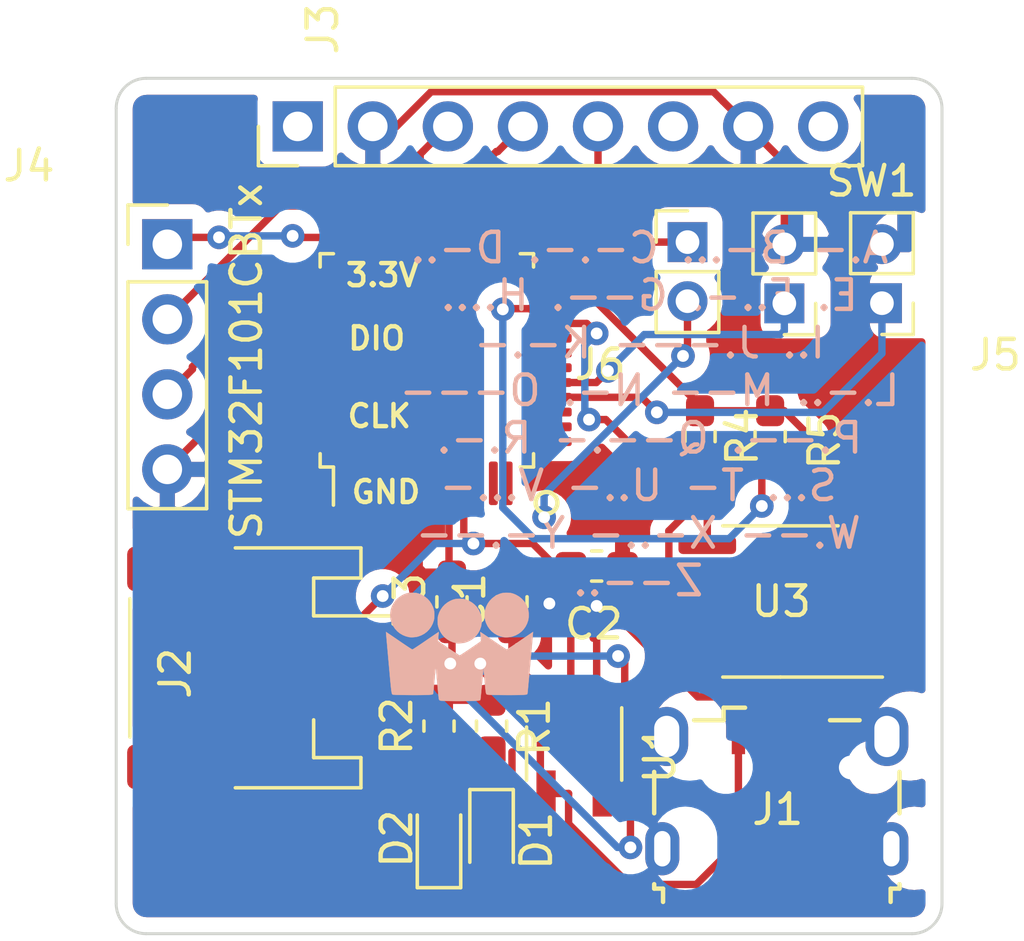
<source format=kicad_pcb>
(kicad_pcb (version 20171130) (host pcbnew "(5.1.5)-3")

  (general
    (thickness 1.6)
    (drawings 14)
    (tracks 186)
    (zones 0)
    (modules 20)
    (nets 55)
  )

  (page A4)
  (layers
    (0 F.Cu signal)
    (31 B.Cu signal)
    (32 B.Adhes user)
    (33 F.Adhes user)
    (34 B.Paste user)
    (35 F.Paste user)
    (36 B.SilkS user hide)
    (37 F.SilkS user)
    (38 B.Mask user)
    (39 F.Mask user)
    (40 Dwgs.User user)
    (41 Cmts.User user)
    (42 Eco1.User user)
    (43 Eco2.User user)
    (44 Edge.Cuts user)
    (45 Margin user)
    (46 B.CrtYd user)
    (47 F.CrtYd user)
    (48 B.Fab user)
    (49 F.Fab user)
  )

  (setup
    (last_trace_width 0.25)
    (trace_clearance 0.2)
    (zone_clearance 0.508)
    (zone_45_only no)
    (trace_min 0.2)
    (via_size 0.8)
    (via_drill 0.4)
    (via_min_size 0.4)
    (via_min_drill 0.3)
    (uvia_size 0.3)
    (uvia_drill 0.1)
    (uvias_allowed no)
    (uvia_min_size 0.2)
    (uvia_min_drill 0.1)
    (edge_width 0.1)
    (segment_width 0.2)
    (pcb_text_width 0.3)
    (pcb_text_size 1.5 1.5)
    (mod_edge_width 0.15)
    (mod_text_size 1 1)
    (mod_text_width 0.15)
    (pad_size 1.7 1.7)
    (pad_drill 1)
    (pad_to_mask_clearance 0)
    (aux_axis_origin 0 0)
    (visible_elements 7FFFFFFF)
    (pcbplotparams
      (layerselection 0x010fc_ffffffff)
      (usegerberextensions false)
      (usegerberattributes false)
      (usegerberadvancedattributes false)
      (creategerberjobfile false)
      (excludeedgelayer true)
      (linewidth 0.100000)
      (plotframeref false)
      (viasonmask false)
      (mode 1)
      (useauxorigin false)
      (hpglpennumber 1)
      (hpglpenspeed 20)
      (hpglpendiameter 15.000000)
      (psnegative false)
      (psa4output false)
      (plotreference true)
      (plotvalue true)
      (plotinvisibletext false)
      (padsonsilk false)
      (subtractmaskfromsilk false)
      (outputformat 1)
      (mirror false)
      (drillshape 1)
      (scaleselection 1)
      (outputdirectory ""))
  )

  (net 0 "")
  (net 1 /STAT)
  (net 2 GND)
  (net 3 /VBAT)
  (net 4 /VCC)
  (net 5 /PROG)
  (net 6 "Net-(U2-Pad1)")
  (net 7 "Net-(U2-Pad2)")
  (net 8 "Net-(U2-Pad3)")
  (net 9 "Net-(U2-Pad4)")
  (net 10 "Net-(U2-Pad5)")
  (net 11 "Net-(U2-Pad6)")
  (net 12 "Net-(U2-Pad7)")
  (net 13 "Net-(U2-Pad11)")
  (net 14 "Net-(U2-Pad12)")
  (net 15 "Net-(U2-Pad13)")
  (net 16 "Net-(U2-Pad14)")
  (net 17 "Net-(U2-Pad15)")
  (net 18 "Net-(U2-Pad18)")
  (net 19 "Net-(U2-Pad19)")
  (net 20 "Net-(U2-Pad20)")
  (net 21 /SCL)
  (net 22 /SDA)
  (net 23 "Net-(U2-Pad25)")
  (net 24 "Net-(U2-Pad26)")
  (net 25 "Net-(U2-Pad27)")
  (net 26 "Net-(U2-Pad28)")
  (net 27 "Net-(U2-Pad29)")
  (net 28 "Net-(U2-Pad32)")
  (net 29 "Net-(U2-Pad33)")
  (net 30 /SWDIO)
  (net 31 /SWCLK)
  (net 32 "Net-(U2-Pad38)")
  (net 33 "Net-(U2-Pad39)")
  (net 34 "Net-(U2-Pad40)")
  (net 35 "Net-(U2-Pad41)")
  (net 36 "Net-(U2-Pad42)")
  (net 37 "Net-(U2-Pad43)")
  (net 38 "Net-(U2-Pad44)")
  (net 39 "Net-(U2-Pad45)")
  (net 40 "Net-(U2-Pad46)")
  (net 41 "Net-(D1-Pad1)")
  (net 42 "Net-(D2-Pad2)")
  (net 43 /DFU)
  (net 44 /RTS)
  (net 45 /Tx)
  (net 46 /Rx)
  (net 47 /MOD)
  (net 48 /Motor1)
  (net 49 /Motor2)
  (net 50 /MainSwitch)
  (net 51 "Net-(J1-Pad6)")
  (net 52 "Net-(J1-Pad4)")
  (net 53 "Net-(J1-Pad3)")
  (net 54 "Net-(J1-Pad2)")

  (net_class Default "This is the default net class."
    (clearance 0.2)
    (trace_width 0.25)
    (via_dia 0.8)
    (via_drill 0.4)
    (uvia_dia 0.3)
    (uvia_drill 0.1)
    (add_net /DFU)
    (add_net /MOD)
    (add_net /MainSwitch)
    (add_net /Motor1)
    (add_net /Motor2)
    (add_net /PROG)
    (add_net /RTS)
    (add_net /Rx)
    (add_net /SCL)
    (add_net /SDA)
    (add_net /STAT)
    (add_net /SWCLK)
    (add_net /SWDIO)
    (add_net /Tx)
    (add_net /VBAT)
    (add_net /VCC)
    (add_net GND)
    (add_net "Net-(D1-Pad1)")
    (add_net "Net-(D2-Pad2)")
    (add_net "Net-(J1-Pad2)")
    (add_net "Net-(J1-Pad3)")
    (add_net "Net-(J1-Pad4)")
    (add_net "Net-(J1-Pad6)")
    (add_net "Net-(U2-Pad1)")
    (add_net "Net-(U2-Pad11)")
    (add_net "Net-(U2-Pad12)")
    (add_net "Net-(U2-Pad13)")
    (add_net "Net-(U2-Pad14)")
    (add_net "Net-(U2-Pad15)")
    (add_net "Net-(U2-Pad18)")
    (add_net "Net-(U2-Pad19)")
    (add_net "Net-(U2-Pad2)")
    (add_net "Net-(U2-Pad20)")
    (add_net "Net-(U2-Pad25)")
    (add_net "Net-(U2-Pad26)")
    (add_net "Net-(U2-Pad27)")
    (add_net "Net-(U2-Pad28)")
    (add_net "Net-(U2-Pad29)")
    (add_net "Net-(U2-Pad3)")
    (add_net "Net-(U2-Pad32)")
    (add_net "Net-(U2-Pad33)")
    (add_net "Net-(U2-Pad38)")
    (add_net "Net-(U2-Pad39)")
    (add_net "Net-(U2-Pad4)")
    (add_net "Net-(U2-Pad40)")
    (add_net "Net-(U2-Pad41)")
    (add_net "Net-(U2-Pad42)")
    (add_net "Net-(U2-Pad43)")
    (add_net "Net-(U2-Pad44)")
    (add_net "Net-(U2-Pad45)")
    (add_net "Net-(U2-Pad46)")
    (add_net "Net-(U2-Pad5)")
    (add_net "Net-(U2-Pad6)")
    (add_net "Net-(U2-Pad7)")
  )

  (module Connector_PinHeader_2.00mm:PinHeader_1x02_P2.00mm_Vertical (layer F.Cu) (tedit 59FED667) (tstamp 5E5EF8E1)
    (at 104.6734 119.84482)
    (descr "Through hole straight pin header, 1x02, 2.00mm pitch, single row")
    (tags "Through hole pin header THT 1x02 2.00mm single row")
    (path /5E549AFC)
    (fp_text reference SW1 (at 6.22808 -2.06756) (layer F.SilkS)
      (effects (font (size 1 1) (thickness 0.15)))
    )
    (fp_text value SW_Push (at 0 4.06) (layer F.Fab) hide
      (effects (font (size 1 1) (thickness 0.15)))
    )
    (fp_text user %R (at 0 1 90) (layer F.Fab)
      (effects (font (size 1 1) (thickness 0.15)))
    )
    (fp_line (start 1.5 -1.5) (end -1.5 -1.5) (layer F.CrtYd) (width 0.05))
    (fp_line (start 1.5 3.5) (end 1.5 -1.5) (layer F.CrtYd) (width 0.05))
    (fp_line (start -1.5 3.5) (end 1.5 3.5) (layer F.CrtYd) (width 0.05))
    (fp_line (start -1.5 -1.5) (end -1.5 3.5) (layer F.CrtYd) (width 0.05))
    (fp_line (start -1.06 -1.06) (end 0 -1.06) (layer F.SilkS) (width 0.12))
    (fp_line (start -1.06 0) (end -1.06 -1.06) (layer F.SilkS) (width 0.12))
    (fp_line (start -1.06 1) (end 1.06 1) (layer F.SilkS) (width 0.12))
    (fp_line (start 1.06 1) (end 1.06 3.06) (layer F.SilkS) (width 0.12))
    (fp_line (start -1.06 1) (end -1.06 3.06) (layer F.SilkS) (width 0.12))
    (fp_line (start -1.06 3.06) (end 1.06 3.06) (layer F.SilkS) (width 0.12))
    (fp_line (start -1 -0.5) (end -0.5 -1) (layer F.Fab) (width 0.1))
    (fp_line (start -1 3) (end -1 -0.5) (layer F.Fab) (width 0.1))
    (fp_line (start 1 3) (end -1 3) (layer F.Fab) (width 0.1))
    (fp_line (start 1 -1) (end 1 3) (layer F.Fab) (width 0.1))
    (fp_line (start -0.5 -1) (end 1 -1) (layer F.Fab) (width 0.1))
    (pad 2 thru_hole oval (at 0 2) (size 1.35 1.35) (drill 0.8) (layers *.Cu *.Mask)
      (net 50 /MainSwitch))
    (pad 1 thru_hole rect (at 0 0) (size 1.35 1.35) (drill 0.8) (layers *.Cu *.Mask)
      (net 3 /VBAT))
    (model ${KISYS3DMOD}/Connector_PinHeader_2.00mm.3dshapes/PinHeader_1x02_P2.00mm_Vertical.wrl
      (at (xyz 0 0 0))
      (scale (xyz 1 1 1))
      (rotate (xyz 0 0 0))
    )
  )

  (module Symbol:ThreeBrotherLogo5.2x4.0-v1.0_BackSilkScreen (layer F.Cu) (tedit 0) (tstamp 5E58ED41)
    (at 96.9772 133.56336)
    (fp_text reference G*** (at 0 0) (layer F.SilkS) hide
      (effects (font (size 1.524 1.524) (thickness 0.3)))
    )
    (fp_text value LOGO (at 0.75 0) (layer F.SilkS) hide
      (effects (font (size 1.524 1.524) (thickness 0.3)))
    )
    (fp_poly (pts (xy 2.470061 -0.512508) (xy 2.468282 -0.488226) (xy 2.465164 -0.449563) (xy 2.46082 -0.397758)
      (xy 2.455361 -0.33405) (xy 2.448899 -0.259679) (xy 2.441549 -0.175886) (xy 2.433421 -0.083908)
      (xy 2.424628 0.015013) (xy 2.415283 0.119638) (xy 2.405498 0.228728) (xy 2.395386 0.341043)
      (xy 2.385058 0.455344) (xy 2.374628 0.57039) (xy 2.364207 0.684943) (xy 2.353909 0.797762)
      (xy 2.343845 0.907608) (xy 2.334128 1.013241) (xy 2.32487 1.113422) (xy 2.316184 1.206911)
      (xy 2.308182 1.292468) (xy 2.300977 1.368854) (xy 2.294681 1.434829) (xy 2.289406 1.489154)
      (xy 2.285265 1.530588) (xy 2.282371 1.557893) (xy 2.280835 1.569829) (xy 2.280739 1.570191)
      (xy 2.269199 1.585438) (xy 2.26009 1.592006) (xy 2.243021 1.596537) (xy 2.210359 1.60066)
      (xy 2.16344 1.604339) (xy 2.103601 1.60754) (xy 2.032177 1.610227) (xy 1.950505 1.612367)
      (xy 1.859921 1.613924) (xy 1.761761 1.614864) (xy 1.657361 1.615152) (xy 1.548057 1.614754)
      (xy 1.435187 1.613633) (xy 1.430866 1.613576) (xy 1.346224 1.612337) (xy 1.265155 1.610934)
      (xy 1.189551 1.609417) (xy 1.121304 1.607831) (xy 1.062307 1.606226) (xy 1.014452 1.604649)
      (xy 0.979632 1.603147) (xy 0.959739 1.601768) (xy 0.959063 1.60169) (xy 0.940891 1.59979)
      (xy 0.925536 1.597907) (xy 0.912637 1.594701) (xy 0.901834 1.588828) (xy 0.892767 1.578947)
      (xy 0.885075 1.563714) (xy 0.878399 1.541787) (xy 0.872376 1.511824) (xy 0.866649 1.472482)
      (xy 0.860855 1.422419) (xy 0.854635 1.360292) (xy 0.847628 1.284759) (xy 0.839474 1.194477)
      (xy 0.834244 1.136662) (xy 0.826681 1.053204) (xy 0.819573 0.974406) (xy 0.813072 0.901968)
      (xy 0.807328 0.837587) (xy 0.802493 0.782966) (xy 0.798718 0.739802) (xy 0.796153 0.709796)
      (xy 0.79495 0.694646) (xy 0.794889 0.693627) (xy 0.793974 0.698198) (xy 0.791663 0.718289)
      (xy 0.788085 0.752558) (xy 0.783372 0.79966) (xy 0.777655 0.858253) (xy 0.771063 0.926993)
      (xy 0.763729 1.004537) (xy 0.755782 1.08954) (xy 0.747353 1.18066) (xy 0.744655 1.21002)
      (xy 0.735973 1.304134) (xy 0.727627 1.393603) (xy 0.719762 1.476944) (xy 0.712521 1.552673)
      (xy 0.706049 1.619305) (xy 0.700492 1.675356) (xy 0.695992 1.719343) (xy 0.692695 1.74978)
      (xy 0.690745 1.765184) (xy 0.690499 1.766459) (xy 0.679988 1.785653) (xy 0.669392 1.794652)
      (xy 0.653701 1.798545) (xy 0.622744 1.802177) (xy 0.578185 1.805525) (xy 0.52169 1.808565)
      (xy 0.454922 1.811272) (xy 0.379548 1.813623) (xy 0.297233 1.815594) (xy 0.20964 1.817161)
      (xy 0.118436 1.8183) (xy 0.025286 1.818987) (xy -0.068147 1.819198) (xy -0.160196 1.81891)
      (xy -0.249197 1.818098) (xy -0.333484 1.816739) (xy -0.411393 1.814808) (xy -0.481259 1.812281)
      (xy -0.499533 1.811446) (xy -0.545788 1.809232) (xy -0.588103 1.807238) (xy -0.622567 1.805644)
      (xy -0.645269 1.804633) (xy -0.649381 1.804464) (xy -0.676621 1.797253) (xy -0.69782 1.783605)
      (xy -0.702165 1.779372) (xy -0.705996 1.774454) (xy -0.709469 1.767581) (xy -0.712742 1.75748)
      (xy -0.715975 1.742882) (xy -0.719324 1.722515) (xy -0.722947 1.695108) (xy -0.727002 1.65939)
      (xy -0.731647 1.614089) (xy -0.73704 1.557936) (xy -0.743339 1.489658) (xy -0.750701 1.407985)
      (xy -0.759285 1.311645) (xy -0.766428 1.231155) (xy -0.774799 1.137349) (xy -0.782854 1.048146)
      (xy -0.790454 0.965043) (xy -0.797456 0.889537) (xy -0.803718 0.823126) (xy -0.8091 0.767308)
      (xy -0.81346 0.723578) (xy -0.816656 0.693435) (xy -0.818547 0.678375) (xy -0.81875 0.677333)
      (xy -0.820452 0.681403) (xy -0.823479 0.700883) (xy -0.827672 0.734313) (xy -0.832876 0.780234)
      (xy -0.838931 0.837189) (xy -0.845681 0.903718) (xy -0.852969 0.978362) (xy -0.860637 1.059662)
      (xy -0.864363 1.100156) (xy -0.87223 1.185677) (xy -0.879775 1.266506) (xy -0.886838 1.340997)
      (xy -0.893257 1.407502) (xy -0.89887 1.464374) (xy -0.903518 1.509965) (xy -0.907037 1.542628)
      (xy -0.909267 1.560715) (xy -0.909752 1.563462) (xy -0.920373 1.582632) (xy -0.930947 1.591527)
      (xy -0.948317 1.596204) (xy -0.981313 1.60045) (xy -1.02863 1.604229) (xy -1.088967 1.607507)
      (xy -1.161019 1.610249) (xy -1.243483 1.61242) (xy -1.335056 1.613986) (xy -1.434435 1.614912)
      (xy -1.540316 1.615163) (xy -1.651396 1.614706) (xy -1.761067 1.613576) (xy -1.845709 1.612337)
      (xy -1.926778 1.610934) (xy -2.002382 1.609417) (xy -2.070629 1.607831) (xy -2.129626 1.606226)
      (xy -2.177481 1.604649) (xy -2.212301 1.603147) (xy -2.232195 1.601768) (xy -2.23287 1.60169)
      (xy -2.245091 1.600802) (xy -2.256009 1.600655) (xy -2.265766 1.600391) (xy -2.274507 1.599148)
      (xy -2.282374 1.596069) (xy -2.289511 1.590292) (xy -2.29606 1.580958) (xy -2.302166 1.567207)
      (xy -2.307972 1.54818) (xy -2.313621 1.523016) (xy -2.319255 1.490856) (xy -2.325019 1.450841)
      (xy -2.331056 1.402109) (xy -2.337509 1.343803) (xy -2.344521 1.275061) (xy -2.352236 1.195024)
      (xy -2.360796 1.102832) (xy -2.370346 0.997626) (xy -2.381028 0.878545) (xy -2.392985 0.74473)
      (xy -2.406362 0.595322) (xy -2.413128 0.520042) (xy -2.424894 0.389124) (xy -2.436194 0.262937)
      (xy -2.446938 0.142501) (xy -2.457039 0.028837) (xy -2.466405 -0.077037) (xy -2.474949 -0.174098)
      (xy -2.482581 -0.261328) (xy -2.489211 -0.337705) (xy -2.49475 -0.402211) (xy -2.499109 -0.453823)
      (xy -2.502199 -0.491523) (xy -2.50393 -0.51429) (xy -2.504255 -0.521168) (xy -2.497047 -0.516933)
      (xy -2.477079 -0.503906) (xy -2.445541 -0.48289) (xy -2.403622 -0.454692) (xy -2.352511 -0.420116)
      (xy -2.2934 -0.379968) (xy -2.227477 -0.335052) (xy -2.155932 -0.286175) (xy -2.079956 -0.234141)
      (xy -2.065846 -0.224463) (xy -1.969489 -0.158582) (xy -1.883972 -0.100565) (xy -1.809705 -0.050682)
      (xy -1.747099 -0.009202) (xy -1.696566 0.023606) (xy -1.658516 0.047472) (xy -1.63336 0.062128)
      (xy -1.62151 0.067303) (xy -1.620742 0.067154) (xy -1.607681 0.064764) (xy -1.603809 0.067274)
      (xy -1.595381 0.064087) (xy -1.573911 0.051715) (xy -1.54022 0.030701) (xy -1.495131 0.001583)
      (xy -1.439464 -0.0351) (xy -1.374041 -0.078806) (xy -1.299684 -0.128997) (xy -1.217214 -0.185133)
      (xy -1.159954 -0.224342) (xy -1.083304 -0.276876) (xy -1.010864 -0.32639) (xy -0.943822 -0.372081)
      (xy -0.883371 -0.413143) (xy -0.8307 -0.448772) (xy -0.786999 -0.478163) (xy -0.753459 -0.500511)
      (xy -0.731269 -0.515011) (xy -0.721621 -0.520859) (xy -0.721308 -0.52093) (xy -0.72121 -0.512071)
      (xy -0.722559 -0.489097) (xy -0.725149 -0.454745) (xy -0.728776 -0.411753) (xy -0.732717 -0.368368)
      (xy -0.736862 -0.3196) (xy -0.739712 -0.276646) (xy -0.741142 -0.242349) (xy -0.74103 -0.219554)
      (xy -0.739564 -0.211276) (xy -0.731358 -0.205212) (xy -0.710534 -0.190523) (xy -0.678446 -0.168146)
      (xy -0.63645 -0.139019) (xy -0.585902 -0.10408) (xy -0.528157 -0.064268) (xy -0.464569 -0.020519)
      (xy -0.396495 0.026228) (xy -0.381 0.036857) (xy -0.295122 0.095482) (xy -0.220008 0.146193)
      (xy -0.156131 0.188687) (xy -0.103961 0.222658) (xy -0.063968 0.2478) (xy -0.036625 0.26381)
      (xy -0.022401 0.270381) (xy -0.020542 0.270347) (xy -0.00748 0.267962) (xy -0.003609 0.270468)
      (xy 0.004421 0.267121) (xy 0.024744 0.255201) (xy 0.055749 0.235798) (xy 0.095824 0.210001)
      (xy 0.143359 0.178902) (xy 0.196741 0.14359) (xy 0.254359 0.105155) (xy 0.314602 0.064689)
      (xy 0.375858 0.023281) (xy 0.436516 -0.017979) (xy 0.494964 -0.057999) (xy 0.549591 -0.095691)
      (xy 0.598785 -0.129964) (xy 0.640935 -0.159727) (xy 0.67443 -0.18389) (xy 0.697657 -0.201362)
      (xy 0.709006 -0.211055) (xy 0.709837 -0.212229) (xy 0.710011 -0.222959) (xy 0.708717 -0.247656)
      (xy 0.706159 -0.283437) (xy 0.70254 -0.327419) (xy 0.698757 -0.369359) (xy 0.694395 -0.417578)
      (xy 0.69089 -0.45959) (xy 0.688447 -0.492647) (xy 0.68727 -0.514002) (xy 0.687441 -0.52093)
      (xy 0.69469 -0.516737) (xy 0.714698 -0.503749) (xy 0.746274 -0.482769) (xy 0.788227 -0.454603)
      (xy 0.839367 -0.420055) (xy 0.898503 -0.379929) (xy 0.964446 -0.335031) (xy 1.036003 -0.286164)
      (xy 1.111986 -0.234134) (xy 1.126087 -0.224463) (xy 1.222444 -0.158582) (xy 1.307961 -0.100565)
      (xy 1.382229 -0.050682) (xy 1.444834 -0.009202) (xy 1.495368 0.023606) (xy 1.533418 0.047472)
      (xy 1.558573 0.062128) (xy 1.570424 0.067303) (xy 1.571191 0.067154) (xy 1.584253 0.064764)
      (xy 1.588125 0.067274) (xy 1.596553 0.064087) (xy 1.618022 0.051715) (xy 1.651713 0.030701)
      (xy 1.696802 0.001583) (xy 1.752469 -0.0351) (xy 1.817892 -0.078806) (xy 1.892249 -0.128997)
      (xy 1.974719 -0.185133) (xy 2.031979 -0.224342) (xy 2.108624 -0.276879) (xy 2.181054 -0.326404)
      (xy 2.248077 -0.372111) (xy 2.308505 -0.413196) (xy 2.361149 -0.448852) (xy 2.404817 -0.478275)
      (xy 2.438322 -0.500659) (xy 2.460474 -0.515199) (xy 2.470082 -0.521089) (xy 2.470388 -0.521168)
      (xy 2.470061 -0.512508)) (layer B.SilkS) (width 0.01))
    (fp_poly (pts (xy 0.065489 -1.642747) (xy 0.133524 -1.634016) (xy 0.197512 -1.617736) (xy 0.26356 -1.592493)
      (xy 0.310907 -1.570402) (xy 0.407805 -1.51346) (xy 0.494448 -1.443584) (xy 0.569793 -1.362051)
      (xy 0.632795 -1.270136) (xy 0.682411 -1.169116) (xy 0.712614 -1.0795) (xy 0.72415 -1.020958)
      (xy 0.7307 -0.952217) (xy 0.73226 -0.879003) (xy 0.728826 -0.80704) (xy 0.720395 -0.742053)
      (xy 0.712835 -0.708418) (xy 0.674089 -0.597322) (xy 0.621995 -0.496333) (xy 0.557183 -0.406095)
      (xy 0.480282 -0.327249) (xy 0.39192 -0.260438) (xy 0.292727 -0.206305) (xy 0.183332 -0.16549)
      (xy 0.180241 -0.164578) (xy 0.126607 -0.152279) (xy 0.064657 -0.143504) (xy 0.000215 -0.138656)
      (xy -0.060896 -0.138138) (xy -0.112854 -0.14235) (xy -0.121414 -0.143756) (xy -0.234785 -0.172561)
      (xy -0.339803 -0.215746) (xy -0.435568 -0.272485) (xy -0.521177 -0.341952) (xy -0.595729 -0.423322)
      (xy -0.658321 -0.515768) (xy -0.708051 -0.618466) (xy -0.738236 -0.708418) (xy -0.749702 -0.766375)
      (xy -0.75617 -0.834784) (xy -0.757643 -0.907921) (xy -0.754123 -0.980061) (xy -0.745615 -1.04548)
      (xy -0.738014 -1.0795) (xy -0.700272 -1.187093) (xy -0.648279 -1.286637) (xy -0.583078 -1.376856)
      (xy -0.505715 -1.456474) (xy -0.417233 -1.524216) (xy -0.336308 -1.570402) (xy -0.265594 -1.602289)
      (xy -0.200945 -1.624285) (xy -0.136253 -1.637805) (xy -0.065409 -1.644262) (xy -0.0127 -1.645343)
      (xy 0.065489 -1.642747)) (layer B.SilkS) (width 0.01))
    (fp_poly (pts (xy -1.534711 -1.845947) (xy -1.466676 -1.837216) (xy -1.402688 -1.820936) (xy -1.33664 -1.795693)
      (xy -1.289293 -1.773602) (xy -1.192395 -1.71666) (xy -1.105752 -1.646784) (xy -1.030407 -1.565251)
      (xy -0.967405 -1.473336) (xy -0.917789 -1.372316) (xy -0.887586 -1.2827) (xy -0.87605 -1.224158)
      (xy -0.8695 -1.155417) (xy -0.86794 -1.082203) (xy -0.871374 -1.01024) (xy -0.879805 -0.945253)
      (xy -0.887365 -0.911618) (xy -0.926111 -0.800522) (xy -0.978205 -0.699533) (xy -1.043017 -0.609295)
      (xy -1.119918 -0.530449) (xy -1.20828 -0.463638) (xy -1.307473 -0.409505) (xy -1.416868 -0.36869)
      (xy -1.419959 -0.367778) (xy -1.473593 -0.355479) (xy -1.535543 -0.346704) (xy -1.599985 -0.341856)
      (xy -1.661096 -0.341338) (xy -1.713054 -0.34555) (xy -1.721614 -0.346956) (xy -1.834985 -0.375761)
      (xy -1.940003 -0.418946) (xy -2.035768 -0.475685) (xy -2.121377 -0.545152) (xy -2.195929 -0.626522)
      (xy -2.258521 -0.718968) (xy -2.308251 -0.821666) (xy -2.338436 -0.911618) (xy -2.349902 -0.969575)
      (xy -2.35637 -1.037984) (xy -2.357843 -1.111121) (xy -2.354323 -1.183261) (xy -2.345815 -1.24868)
      (xy -2.338214 -1.2827) (xy -2.300472 -1.390293) (xy -2.248479 -1.489837) (xy -2.183278 -1.580056)
      (xy -2.105915 -1.659674) (xy -2.017433 -1.727416) (xy -1.936508 -1.773602) (xy -1.865794 -1.805489)
      (xy -1.801145 -1.827485) (xy -1.736453 -1.841005) (xy -1.665609 -1.847462) (xy -1.6129 -1.848543)
      (xy -1.534711 -1.845947)) (layer B.SilkS) (width 0.01))
    (fp_poly (pts (xy 1.657222 -1.845947) (xy 1.725257 -1.837216) (xy 1.789245 -1.820936) (xy 1.855294 -1.795693)
      (xy 1.902641 -1.773602) (xy 1.999538 -1.71666) (xy 2.086182 -1.646784) (xy 2.161526 -1.565251)
      (xy 2.224529 -1.473336) (xy 2.274144 -1.372316) (xy 2.304347 -1.2827) (xy 2.315883 -1.224158)
      (xy 2.322433 -1.155417) (xy 2.323993 -1.082203) (xy 2.320559 -1.01024) (xy 2.312129 -0.945253)
      (xy 2.304569 -0.911618) (xy 2.265822 -0.800522) (xy 2.213729 -0.699533) (xy 2.148917 -0.609295)
      (xy 2.072015 -0.530449) (xy 1.983654 -0.463638) (xy 1.884461 -0.409505) (xy 1.775066 -0.36869)
      (xy 1.771974 -0.367778) (xy 1.71834 -0.355479) (xy 1.656391 -0.346704) (xy 1.591949 -0.341856)
      (xy 1.530837 -0.341338) (xy 1.47888 -0.34555) (xy 1.470319 -0.346956) (xy 1.356949 -0.375761)
      (xy 1.25193 -0.418946) (xy 1.156165 -0.475685) (xy 1.070556 -0.545152) (xy 0.996005 -0.626522)
      (xy 0.933413 -0.718968) (xy 0.883682 -0.821666) (xy 0.853498 -0.911618) (xy 0.842031 -0.969575)
      (xy 0.835563 -1.037984) (xy 0.834091 -1.111121) (xy 0.83761 -1.183261) (xy 0.846119 -1.24868)
      (xy 0.853719 -1.2827) (xy 0.891461 -1.390293) (xy 0.943454 -1.489837) (xy 1.008655 -1.580056)
      (xy 1.086018 -1.659674) (xy 1.174501 -1.727416) (xy 1.255426 -1.773602) (xy 1.326139 -1.805489)
      (xy 1.390788 -1.827485) (xy 1.455481 -1.841005) (xy 1.526324 -1.847462) (xy 1.579033 -1.848543)
      (xy 1.657222 -1.845947)) (layer B.SilkS) (width 0.01))
  )

  (module Connector_USB:USB_Micro-B_Wuerth_629105150521 (layer F.Cu) (tedit 5A142044) (tstamp 5E5FDEF8)
    (at 107.696 138.43)
    (descr "USB Micro-B receptacle, http://www.mouser.com/ds/2/445/629105150521-469306.pdf")
    (tags "usb micro receptacle")
    (path /5E4DA130)
    (attr smd)
    (fp_text reference J1 (at 0.03048 0.61976) (layer F.SilkS)
      (effects (font (size 1 1) (thickness 0.15)))
    )
    (fp_text value USB_B_Micro (at 0 5.6) (layer F.Fab) hide
      (effects (font (size 1 1) (thickness 0.15)))
    )
    (fp_text user "PCB Edge" (at 0 3.75) (layer Dwgs.User)
      (effects (font (size 0.5 0.5) (thickness 0.08)))
    )
    (fp_text user %R (at 0 1.05) (layer F.Fab)
      (effects (font (size 1 1) (thickness 0.15)))
    )
    (fp_line (start 4.95 -3.34) (end -4.94 -3.34) (layer F.CrtYd) (width 0.05))
    (fp_line (start 4.95 4.85) (end 4.95 -3.34) (layer F.CrtYd) (width 0.05))
    (fp_line (start -4.94 4.85) (end 4.95 4.85) (layer F.CrtYd) (width 0.05))
    (fp_line (start -4.94 -3.34) (end -4.94 4.85) (layer F.CrtYd) (width 0.05))
    (fp_line (start 1.8 -2.4) (end 2.8 -2.4) (layer F.SilkS) (width 0.15))
    (fp_line (start -1.8 -2.4) (end -2.8 -2.4) (layer F.SilkS) (width 0.15))
    (fp_line (start -1.8 -2.825) (end -1.8 -2.4) (layer F.SilkS) (width 0.15))
    (fp_line (start -1.075 -2.825) (end -1.8 -2.825) (layer F.SilkS) (width 0.15))
    (fp_line (start 4.15 0.75) (end 4.15 -0.65) (layer F.SilkS) (width 0.15))
    (fp_line (start 4.15 3.3) (end 4.15 3.15) (layer F.SilkS) (width 0.15))
    (fp_line (start 3.85 3.3) (end 4.15 3.3) (layer F.SilkS) (width 0.15))
    (fp_line (start 3.85 3.75) (end 3.85 3.3) (layer F.SilkS) (width 0.15))
    (fp_line (start -3.85 3.3) (end -3.85 3.75) (layer F.SilkS) (width 0.15))
    (fp_line (start -4.15 3.3) (end -3.85 3.3) (layer F.SilkS) (width 0.15))
    (fp_line (start -4.15 3.15) (end -4.15 3.3) (layer F.SilkS) (width 0.15))
    (fp_line (start -4.15 -0.65) (end -4.15 0.75) (layer F.SilkS) (width 0.15))
    (fp_line (start -1.075 -2.95) (end -1.075 -2.725) (layer F.Fab) (width 0.15))
    (fp_line (start -1.525 -2.95) (end -1.075 -2.95) (layer F.Fab) (width 0.15))
    (fp_line (start -1.525 -2.725) (end -1.525 -2.95) (layer F.Fab) (width 0.15))
    (fp_line (start -1.3 -2.55) (end -1.525 -2.725) (layer F.Fab) (width 0.15))
    (fp_line (start -1.075 -2.725) (end -1.3 -2.55) (layer F.Fab) (width 0.15))
    (fp_line (start -2.7 3.75) (end 2.7 3.75) (layer F.Fab) (width 0.15))
    (fp_line (start 4 -2.25) (end -4 -2.25) (layer F.Fab) (width 0.15))
    (fp_line (start 4 3.15) (end 4 -2.25) (layer F.Fab) (width 0.15))
    (fp_line (start 3.7 3.15) (end 4 3.15) (layer F.Fab) (width 0.15))
    (fp_line (start 3.7 4.35) (end 3.7 3.15) (layer F.Fab) (width 0.15))
    (fp_line (start -3.7 4.35) (end 3.7 4.35) (layer F.Fab) (width 0.15))
    (fp_line (start -3.7 3.15) (end -3.7 4.35) (layer F.Fab) (width 0.15))
    (fp_line (start -4 3.15) (end -3.7 3.15) (layer F.Fab) (width 0.15))
    (fp_line (start -4 -2.25) (end -4 3.15) (layer F.Fab) (width 0.15))
    (pad "" np_thru_hole oval (at 2.5 -0.8) (size 0.8 0.8) (drill 0.8) (layers *.Cu *.Mask))
    (pad "" np_thru_hole oval (at -2.5 -0.8) (size 0.8 0.8) (drill 0.8) (layers *.Cu *.Mask))
    (pad 6 thru_hole oval (at 3.875 1.95) (size 1.15 1.8) (drill oval 0.55 1.2) (layers *.Cu *.Mask)
      (net 51 "Net-(J1-Pad6)"))
    (pad 6 thru_hole oval (at -3.875 1.95) (size 1.15 1.8) (drill oval 0.55 1.2) (layers *.Cu *.Mask)
      (net 51 "Net-(J1-Pad6)"))
    (pad 6 thru_hole oval (at 3.725 -1.85) (size 1.45 2) (drill oval 0.85 1.4) (layers *.Cu *.Mask)
      (net 51 "Net-(J1-Pad6)"))
    (pad 6 thru_hole oval (at -3.725 -1.85) (size 1.45 2) (drill oval 0.85 1.4) (layers *.Cu *.Mask)
      (net 51 "Net-(J1-Pad6)"))
    (pad 5 smd rect (at 1.3 -1.9) (size 0.45 1.3) (layers F.Cu F.Paste F.Mask)
      (net 2 GND))
    (pad 4 smd rect (at 0.65 -1.9) (size 0.45 1.3) (layers F.Cu F.Paste F.Mask)
      (net 52 "Net-(J1-Pad4)"))
    (pad 3 smd rect (at 0 -1.9) (size 0.45 1.3) (layers F.Cu F.Paste F.Mask)
      (net 53 "Net-(J1-Pad3)"))
    (pad 2 smd rect (at -0.65 -1.9) (size 0.45 1.3) (layers F.Cu F.Paste F.Mask)
      (net 54 "Net-(J1-Pad2)"))
    (pad 1 smd rect (at -1.3 -1.9) (size 0.45 1.3) (layers F.Cu F.Paste F.Mask)
      (net 4 /VCC))
    (model ${KISYS3DMOD}/Connector_USB.3dshapes/USB_Micro-B_Wuerth_629105150521.wrl
      (at (xyz 0 0 0))
      (scale (xyz 1 1 1))
      (rotate (xyz 0 0 0))
    )
  )

  (module Capacitor_SMD:C_0603_1608Metric_Pad1.05x0.95mm_HandSolder (layer F.Cu) (tedit 5B301BBE) (tstamp 5E58BCC3)
    (at 98.73488 132.02282 90)
    (descr "Capacitor SMD 0603 (1608 Metric), square (rectangular) end terminal, IPC_7351 nominal with elongated pad for handsoldering. (Body size source: http://www.tortai-tech.com/upload/download/2011102023233369053.pdf), generated with kicad-footprint-generator")
    (tags "capacitor handsolder")
    (path /5E4DEB11)
    (attr smd)
    (fp_text reference C1 (at 0 -1.43 90) (layer F.SilkS)
      (effects (font (size 1 1) (thickness 0.15)))
    )
    (fp_text value "C 10uf" (at 0 1.43 90) (layer F.Fab) hide
      (effects (font (size 1 1) (thickness 0.15)))
    )
    (fp_text user %R (at 0 0 90) (layer F.Fab)
      (effects (font (size 0.4 0.4) (thickness 0.06)))
    )
    (fp_line (start 1.65 0.73) (end -1.65 0.73) (layer F.CrtYd) (width 0.05))
    (fp_line (start 1.65 -0.73) (end 1.65 0.73) (layer F.CrtYd) (width 0.05))
    (fp_line (start -1.65 -0.73) (end 1.65 -0.73) (layer F.CrtYd) (width 0.05))
    (fp_line (start -1.65 0.73) (end -1.65 -0.73) (layer F.CrtYd) (width 0.05))
    (fp_line (start -0.171267 0.51) (end 0.171267 0.51) (layer F.SilkS) (width 0.12))
    (fp_line (start -0.171267 -0.51) (end 0.171267 -0.51) (layer F.SilkS) (width 0.12))
    (fp_line (start 0.8 0.4) (end -0.8 0.4) (layer F.Fab) (width 0.1))
    (fp_line (start 0.8 -0.4) (end 0.8 0.4) (layer F.Fab) (width 0.1))
    (fp_line (start -0.8 -0.4) (end 0.8 -0.4) (layer F.Fab) (width 0.1))
    (fp_line (start -0.8 0.4) (end -0.8 -0.4) (layer F.Fab) (width 0.1))
    (pad 2 smd roundrect (at 0.875 0 90) (size 1.05 0.95) (layers F.Cu F.Paste F.Mask) (roundrect_rratio 0.25)
      (net 2 GND))
    (pad 1 smd roundrect (at -0.875 0 90) (size 1.05 0.95) (layers F.Cu F.Paste F.Mask) (roundrect_rratio 0.25)
      (net 4 /VCC))
    (model ${KISYS3DMOD}/Capacitor_SMD.3dshapes/C_0603_1608Metric.wrl
      (at (xyz 0 0 0))
      (scale (xyz 1 1 1))
      (rotate (xyz 0 0 0))
    )
  )

  (module Capacitor_SMD:C_0603_1608Metric_Pad1.05x0.95mm_HandSolder (layer F.Cu) (tedit 5B301BBE) (tstamp 5E58BC72)
    (at 101.6 130.81)
    (descr "Capacitor SMD 0603 (1608 Metric), square (rectangular) end terminal, IPC_7351 nominal with elongated pad for handsoldering. (Body size source: http://www.tortai-tech.com/upload/download/2011102023233369053.pdf), generated with kicad-footprint-generator")
    (tags "capacitor handsolder")
    (path /5E4E0C5A)
    (attr smd)
    (fp_text reference C2 (at -0.09652 1.96088) (layer F.SilkS)
      (effects (font (size 1 1) (thickness 0.15)))
    )
    (fp_text value "C 10uf" (at 0 1.43) (layer F.Fab) hide
      (effects (font (size 1 1) (thickness 0.15)))
    )
    (fp_text user %R (at 0 0) (layer F.Fab)
      (effects (font (size 0.4 0.4) (thickness 0.06)))
    )
    (fp_line (start 1.65 0.73) (end -1.65 0.73) (layer F.CrtYd) (width 0.05))
    (fp_line (start 1.65 -0.73) (end 1.65 0.73) (layer F.CrtYd) (width 0.05))
    (fp_line (start -1.65 -0.73) (end 1.65 -0.73) (layer F.CrtYd) (width 0.05))
    (fp_line (start -1.65 0.73) (end -1.65 -0.73) (layer F.CrtYd) (width 0.05))
    (fp_line (start -0.171267 0.51) (end 0.171267 0.51) (layer F.SilkS) (width 0.12))
    (fp_line (start -0.171267 -0.51) (end 0.171267 -0.51) (layer F.SilkS) (width 0.12))
    (fp_line (start 0.8 0.4) (end -0.8 0.4) (layer F.Fab) (width 0.1))
    (fp_line (start 0.8 -0.4) (end 0.8 0.4) (layer F.Fab) (width 0.1))
    (fp_line (start -0.8 -0.4) (end 0.8 -0.4) (layer F.Fab) (width 0.1))
    (fp_line (start -0.8 0.4) (end -0.8 -0.4) (layer F.Fab) (width 0.1))
    (pad 2 smd roundrect (at 0.875 0) (size 1.05 0.95) (layers F.Cu F.Paste F.Mask) (roundrect_rratio 0.25)
      (net 2 GND))
    (pad 1 smd roundrect (at -0.875 0) (size 1.05 0.95) (layers F.Cu F.Paste F.Mask) (roundrect_rratio 0.25)
      (net 3 /VBAT))
    (model ${KISYS3DMOD}/Capacitor_SMD.3dshapes/C_0603_1608Metric.wrl
      (at (xyz 0 0 0))
      (scale (xyz 1 1 1))
      (rotate (xyz 0 0 0))
    )
  )

  (module LED_SMD:LED_0603_1608Metric_Pad1.05x0.95mm_HandSolder (layer F.Cu) (tedit 5B4B45C9) (tstamp 5E58BB50)
    (at 98.044 140.03782 270)
    (descr "LED SMD 0603 (1608 Metric), square (rectangular) end terminal, IPC_7351 nominal, (Body size source: http://www.tortai-tech.com/upload/download/2011102023233369053.pdf), generated with kicad-footprint-generator")
    (tags "LED handsolder")
    (path /5E4DD022)
    (attr smd)
    (fp_text reference D1 (at 0.07112 -1.51892 90) (layer F.SilkS)
      (effects (font (size 1 1) (thickness 0.15)))
    )
    (fp_text value "LED RED" (at 0 1.43 90) (layer F.Fab) hide
      (effects (font (size 1 1) (thickness 0.15)))
    )
    (fp_line (start 0.8 -0.4) (end -0.5 -0.4) (layer F.Fab) (width 0.1))
    (fp_line (start -0.5 -0.4) (end -0.8 -0.1) (layer F.Fab) (width 0.1))
    (fp_line (start -0.8 -0.1) (end -0.8 0.4) (layer F.Fab) (width 0.1))
    (fp_line (start -0.8 0.4) (end 0.8 0.4) (layer F.Fab) (width 0.1))
    (fp_line (start 0.8 0.4) (end 0.8 -0.4) (layer F.Fab) (width 0.1))
    (fp_line (start 0.8 -0.735) (end -1.66 -0.735) (layer F.SilkS) (width 0.12))
    (fp_line (start -1.66 -0.735) (end -1.66 0.735) (layer F.SilkS) (width 0.12))
    (fp_line (start -1.66 0.735) (end 0.8 0.735) (layer F.SilkS) (width 0.12))
    (fp_line (start -1.65 0.73) (end -1.65 -0.73) (layer F.CrtYd) (width 0.05))
    (fp_line (start -1.65 -0.73) (end 1.65 -0.73) (layer F.CrtYd) (width 0.05))
    (fp_line (start 1.65 -0.73) (end 1.65 0.73) (layer F.CrtYd) (width 0.05))
    (fp_line (start 1.65 0.73) (end -1.65 0.73) (layer F.CrtYd) (width 0.05))
    (fp_text user %R (at 0 0 90) (layer F.Fab)
      (effects (font (size 0.4 0.4) (thickness 0.06)))
    )
    (pad 1 smd roundrect (at -0.875 0 270) (size 1.05 0.95) (layers F.Cu F.Paste F.Mask) (roundrect_rratio 0.25)
      (net 41 "Net-(D1-Pad1)"))
    (pad 2 smd roundrect (at 0.875 0 270) (size 1.05 0.95) (layers F.Cu F.Paste F.Mask) (roundrect_rratio 0.25)
      (net 4 /VCC))
    (model ${KISYS3DMOD}/LED_SMD.3dshapes/LED_0603_1608Metric.wrl
      (at (xyz 0 0 0))
      (scale (xyz 1 1 1))
      (rotate (xyz 0 0 0))
    )
  )

  (module LED_SMD:LED_0603_1608Metric_Pad1.05x0.95mm_HandSolder (layer F.Cu) (tedit 5B4B45C9) (tstamp 5E58BB4F)
    (at 96.266 140.03782 90)
    (descr "LED SMD 0603 (1608 Metric), square (rectangular) end terminal, IPC_7351 nominal, (Body size source: http://www.tortai-tech.com/upload/download/2011102023233369053.pdf), generated with kicad-footprint-generator")
    (tags "LED handsolder")
    (path /5E4DDC6D)
    (attr smd)
    (fp_text reference D2 (at 0 -1.43 90) (layer F.SilkS)
      (effects (font (size 1 1) (thickness 0.15)))
    )
    (fp_text value "LED GREEN" (at 0 1.43 90) (layer F.Fab) hide
      (effects (font (size 1 1) (thickness 0.15)))
    )
    (fp_text user %R (at 0 0 90) (layer F.Fab)
      (effects (font (size 0.4 0.4) (thickness 0.06)))
    )
    (fp_line (start 1.65 0.73) (end -1.65 0.73) (layer F.CrtYd) (width 0.05))
    (fp_line (start 1.65 -0.73) (end 1.65 0.73) (layer F.CrtYd) (width 0.05))
    (fp_line (start -1.65 -0.73) (end 1.65 -0.73) (layer F.CrtYd) (width 0.05))
    (fp_line (start -1.65 0.73) (end -1.65 -0.73) (layer F.CrtYd) (width 0.05))
    (fp_line (start -1.66 0.735) (end 0.8 0.735) (layer F.SilkS) (width 0.12))
    (fp_line (start -1.66 -0.735) (end -1.66 0.735) (layer F.SilkS) (width 0.12))
    (fp_line (start 0.8 -0.735) (end -1.66 -0.735) (layer F.SilkS) (width 0.12))
    (fp_line (start 0.8 0.4) (end 0.8 -0.4) (layer F.Fab) (width 0.1))
    (fp_line (start -0.8 0.4) (end 0.8 0.4) (layer F.Fab) (width 0.1))
    (fp_line (start -0.8 -0.1) (end -0.8 0.4) (layer F.Fab) (width 0.1))
    (fp_line (start -0.5 -0.4) (end -0.8 -0.1) (layer F.Fab) (width 0.1))
    (fp_line (start 0.8 -0.4) (end -0.5 -0.4) (layer F.Fab) (width 0.1))
    (pad 2 smd roundrect (at 0.875 0 90) (size 1.05 0.95) (layers F.Cu F.Paste F.Mask) (roundrect_rratio 0.25)
      (net 42 "Net-(D2-Pad2)"))
    (pad 1 smd roundrect (at -0.875 0 90) (size 1.05 0.95) (layers F.Cu F.Paste F.Mask) (roundrect_rratio 0.25)
      (net 2 GND))
    (model ${KISYS3DMOD}/LED_SMD.3dshapes/LED_0603_1608Metric.wrl
      (at (xyz 0 0 0))
      (scale (xyz 1 1 1))
      (rotate (xyz 0 0 0))
    )
  )

  (module Resistor_SMD:R_0603_1608Metric_Pad1.05x0.95mm_HandSolder (layer F.Cu) (tedit 5B301BBD) (tstamp 5E58B889)
    (at 107.46994 126.4285 270)
    (descr "Resistor SMD 0603 (1608 Metric), square (rectangular) end terminal, IPC_7351 nominal with elongated pad for handsoldering. (Body size source: http://www.tortai-tech.com/upload/download/2011102023233369053.pdf), generated with kicad-footprint-generator")
    (tags "resistor handsolder")
    (path /5E5CE454)
    (attr smd)
    (fp_text reference R5 (at 0.13084 -1.83896 90) (layer F.SilkS)
      (effects (font (size 1 1) (thickness 0.15)))
    )
    (fp_text value R (at 0 1.43 90) (layer F.Fab) hide
      (effects (font (size 1 1) (thickness 0.15)))
    )
    (fp_line (start -0.8 0.4) (end -0.8 -0.4) (layer F.Fab) (width 0.1))
    (fp_line (start -0.8 -0.4) (end 0.8 -0.4) (layer F.Fab) (width 0.1))
    (fp_line (start 0.8 -0.4) (end 0.8 0.4) (layer F.Fab) (width 0.1))
    (fp_line (start 0.8 0.4) (end -0.8 0.4) (layer F.Fab) (width 0.1))
    (fp_line (start -0.171267 -0.51) (end 0.171267 -0.51) (layer F.SilkS) (width 0.12))
    (fp_line (start -0.171267 0.51) (end 0.171267 0.51) (layer F.SilkS) (width 0.12))
    (fp_line (start -1.65 0.73) (end -1.65 -0.73) (layer F.CrtYd) (width 0.05))
    (fp_line (start -1.65 -0.73) (end 1.65 -0.73) (layer F.CrtYd) (width 0.05))
    (fp_line (start 1.65 -0.73) (end 1.65 0.73) (layer F.CrtYd) (width 0.05))
    (fp_line (start 1.65 0.73) (end -1.65 0.73) (layer F.CrtYd) (width 0.05))
    (fp_text user %R (at 0 0 90) (layer F.Fab)
      (effects (font (size 0.4 0.4) (thickness 0.06)))
    )
    (pad 1 smd roundrect (at -0.875 0 270) (size 1.05 0.95) (layers F.Cu F.Paste F.Mask) (roundrect_rratio 0.25)
      (net 3 /VBAT))
    (pad 2 smd roundrect (at 0.875 0 270) (size 1.05 0.95) (layers F.Cu F.Paste F.Mask) (roundrect_rratio 0.25)
      (net 22 /SDA))
    (model ${KISYS3DMOD}/Resistor_SMD.3dshapes/R_0603_1608Metric.wrl
      (at (xyz 0 0 0))
      (scale (xyz 1 1 1))
      (rotate (xyz 0 0 0))
    )
  )

  (module Resistor_SMD:R_0603_1608Metric_Pad1.05x0.95mm_HandSolder (layer F.Cu) (tedit 5B301BBD) (tstamp 5E58B889)
    (at 105.09758 126.4285 270)
    (descr "Resistor SMD 0603 (1608 Metric), square (rectangular) end terminal, IPC_7351 nominal with elongated pad for handsoldering. (Body size source: http://www.tortai-tech.com/upload/download/2011102023233369053.pdf), generated with kicad-footprint-generator")
    (tags "resistor handsolder")
    (path /5E5CFD10)
    (attr smd)
    (fp_text reference R4 (at 0 -1.43 90) (layer F.SilkS)
      (effects (font (size 1 1) (thickness 0.15)))
    )
    (fp_text value R (at 0 1.43 90) (layer F.Fab) hide
      (effects (font (size 1 1) (thickness 0.15)))
    )
    (fp_line (start -0.8 0.4) (end -0.8 -0.4) (layer F.Fab) (width 0.1))
    (fp_line (start -0.8 -0.4) (end 0.8 -0.4) (layer F.Fab) (width 0.1))
    (fp_line (start 0.8 -0.4) (end 0.8 0.4) (layer F.Fab) (width 0.1))
    (fp_line (start 0.8 0.4) (end -0.8 0.4) (layer F.Fab) (width 0.1))
    (fp_line (start -0.171267 -0.51) (end 0.171267 -0.51) (layer F.SilkS) (width 0.12))
    (fp_line (start -0.171267 0.51) (end 0.171267 0.51) (layer F.SilkS) (width 0.12))
    (fp_line (start -1.65 0.73) (end -1.65 -0.73) (layer F.CrtYd) (width 0.05))
    (fp_line (start -1.65 -0.73) (end 1.65 -0.73) (layer F.CrtYd) (width 0.05))
    (fp_line (start 1.65 -0.73) (end 1.65 0.73) (layer F.CrtYd) (width 0.05))
    (fp_line (start 1.65 0.73) (end -1.65 0.73) (layer F.CrtYd) (width 0.05))
    (fp_text user %R (at 0 0 90) (layer F.Fab)
      (effects (font (size 0.4 0.4) (thickness 0.06)))
    )
    (pad 1 smd roundrect (at -0.875 0 270) (size 1.05 0.95) (layers F.Cu F.Paste F.Mask) (roundrect_rratio 0.25)
      (net 3 /VBAT))
    (pad 2 smd roundrect (at 0.875 0 270) (size 1.05 0.95) (layers F.Cu F.Paste F.Mask) (roundrect_rratio 0.25)
      (net 21 /SCL))
    (model ${KISYS3DMOD}/Resistor_SMD.3dshapes/R_0603_1608Metric.wrl
      (at (xyz 0 0 0))
      (scale (xyz 1 1 1))
      (rotate (xyz 0 0 0))
    )
  )

  (module Resistor_SMD:R_0603_1608Metric_Pad1.05x0.95mm_HandSolder (layer F.Cu) (tedit 5B301BBD) (tstamp 5E58B889)
    (at 96.70488 132.02282 90)
    (descr "Resistor SMD 0603 (1608 Metric), square (rectangular) end terminal, IPC_7351 nominal with elongated pad for handsoldering. (Body size source: http://www.tortai-tech.com/upload/download/2011102023233369053.pdf), generated with kicad-footprint-generator")
    (tags "resistor handsolder")
    (path /5E4E302C)
    (attr smd)
    (fp_text reference R3 (at 0 -1.43 90) (layer F.SilkS)
      (effects (font (size 1 1) (thickness 0.15)))
    )
    (fp_text value "R 10K" (at 0 1.43 90) (layer F.Fab) hide
      (effects (font (size 1 1) (thickness 0.15)))
    )
    (fp_text user %R (at 0 0 90) (layer F.Fab)
      (effects (font (size 0.4 0.4) (thickness 0.06)))
    )
    (fp_line (start 1.65 0.73) (end -1.65 0.73) (layer F.CrtYd) (width 0.05))
    (fp_line (start 1.65 -0.73) (end 1.65 0.73) (layer F.CrtYd) (width 0.05))
    (fp_line (start -1.65 -0.73) (end 1.65 -0.73) (layer F.CrtYd) (width 0.05))
    (fp_line (start -1.65 0.73) (end -1.65 -0.73) (layer F.CrtYd) (width 0.05))
    (fp_line (start -0.171267 0.51) (end 0.171267 0.51) (layer F.SilkS) (width 0.12))
    (fp_line (start -0.171267 -0.51) (end 0.171267 -0.51) (layer F.SilkS) (width 0.12))
    (fp_line (start 0.8 0.4) (end -0.8 0.4) (layer F.Fab) (width 0.1))
    (fp_line (start 0.8 -0.4) (end 0.8 0.4) (layer F.Fab) (width 0.1))
    (fp_line (start -0.8 -0.4) (end 0.8 -0.4) (layer F.Fab) (width 0.1))
    (fp_line (start -0.8 0.4) (end -0.8 -0.4) (layer F.Fab) (width 0.1))
    (pad 2 smd roundrect (at 0.875 0 90) (size 1.05 0.95) (layers F.Cu F.Paste F.Mask) (roundrect_rratio 0.25)
      (net 2 GND))
    (pad 1 smd roundrect (at -0.875 0 90) (size 1.05 0.95) (layers F.Cu F.Paste F.Mask) (roundrect_rratio 0.25)
      (net 5 /PROG))
    (model ${KISYS3DMOD}/Resistor_SMD.3dshapes/R_0603_1608Metric.wrl
      (at (xyz 0 0 0))
      (scale (xyz 1 1 1))
      (rotate (xyz 0 0 0))
    )
  )

  (module Resistor_SMD:R_0603_1608Metric_Pad1.05x0.95mm_HandSolder (layer F.Cu) (tedit 5B301BBD) (tstamp 5E58B889)
    (at 96.266 136.22782 90)
    (descr "Resistor SMD 0603 (1608 Metric), square (rectangular) end terminal, IPC_7351 nominal with elongated pad for handsoldering. (Body size source: http://www.tortai-tech.com/upload/download/2011102023233369053.pdf), generated with kicad-footprint-generator")
    (tags "resistor handsolder")
    (path /5E4E21A5)
    (attr smd)
    (fp_text reference R2 (at 0 -1.43 90) (layer F.SilkS)
      (effects (font (size 1 1) (thickness 0.15)))
    )
    (fp_text value R (at 0 1.43 90) (layer F.Fab) hide
      (effects (font (size 1 1) (thickness 0.15)))
    )
    (fp_line (start -0.8 0.4) (end -0.8 -0.4) (layer F.Fab) (width 0.1))
    (fp_line (start -0.8 -0.4) (end 0.8 -0.4) (layer F.Fab) (width 0.1))
    (fp_line (start 0.8 -0.4) (end 0.8 0.4) (layer F.Fab) (width 0.1))
    (fp_line (start 0.8 0.4) (end -0.8 0.4) (layer F.Fab) (width 0.1))
    (fp_line (start -0.171267 -0.51) (end 0.171267 -0.51) (layer F.SilkS) (width 0.12))
    (fp_line (start -0.171267 0.51) (end 0.171267 0.51) (layer F.SilkS) (width 0.12))
    (fp_line (start -1.65 0.73) (end -1.65 -0.73) (layer F.CrtYd) (width 0.05))
    (fp_line (start -1.65 -0.73) (end 1.65 -0.73) (layer F.CrtYd) (width 0.05))
    (fp_line (start 1.65 -0.73) (end 1.65 0.73) (layer F.CrtYd) (width 0.05))
    (fp_line (start 1.65 0.73) (end -1.65 0.73) (layer F.CrtYd) (width 0.05))
    (fp_text user %R (at 0 0 90) (layer F.Fab)
      (effects (font (size 0.4 0.4) (thickness 0.06)))
    )
    (pad 1 smd roundrect (at -0.875 0 90) (size 1.05 0.95) (layers F.Cu F.Paste F.Mask) (roundrect_rratio 0.25)
      (net 42 "Net-(D2-Pad2)"))
    (pad 2 smd roundrect (at 0.875 0 90) (size 1.05 0.95) (layers F.Cu F.Paste F.Mask) (roundrect_rratio 0.25)
      (net 1 /STAT))
    (model ${KISYS3DMOD}/Resistor_SMD.3dshapes/R_0603_1608Metric.wrl
      (at (xyz 0 0 0))
      (scale (xyz 1 1 1))
      (rotate (xyz 0 0 0))
    )
  )

  (module Resistor_SMD:R_0603_1608Metric_Pad1.05x0.95mm_HandSolder (layer F.Cu) (tedit 5B301BBD) (tstamp 5E58B848)
    (at 98.044 136.22782 90)
    (descr "Resistor SMD 0603 (1608 Metric), square (rectangular) end terminal, IPC_7351 nominal with elongated pad for handsoldering. (Body size source: http://www.tortai-tech.com/upload/download/2011102023233369053.pdf), generated with kicad-footprint-generator")
    (tags "resistor handsolder")
    (path /5E4E11CC)
    (attr smd)
    (fp_text reference R1 (at -0.03048 1.4478 90) (layer F.SilkS)
      (effects (font (size 1 1) (thickness 0.15)))
    )
    (fp_text value R (at 0 1.43 90) (layer F.Fab) hide
      (effects (font (size 1 1) (thickness 0.15)))
    )
    (fp_text user %R (at 0 0 90) (layer F.Fab)
      (effects (font (size 0.4 0.4) (thickness 0.06)))
    )
    (fp_line (start 1.65 0.73) (end -1.65 0.73) (layer F.CrtYd) (width 0.05))
    (fp_line (start 1.65 -0.73) (end 1.65 0.73) (layer F.CrtYd) (width 0.05))
    (fp_line (start -1.65 -0.73) (end 1.65 -0.73) (layer F.CrtYd) (width 0.05))
    (fp_line (start -1.65 0.73) (end -1.65 -0.73) (layer F.CrtYd) (width 0.05))
    (fp_line (start -0.171267 0.51) (end 0.171267 0.51) (layer F.SilkS) (width 0.12))
    (fp_line (start -0.171267 -0.51) (end 0.171267 -0.51) (layer F.SilkS) (width 0.12))
    (fp_line (start 0.8 0.4) (end -0.8 0.4) (layer F.Fab) (width 0.1))
    (fp_line (start 0.8 -0.4) (end 0.8 0.4) (layer F.Fab) (width 0.1))
    (fp_line (start -0.8 -0.4) (end 0.8 -0.4) (layer F.Fab) (width 0.1))
    (fp_line (start -0.8 0.4) (end -0.8 -0.4) (layer F.Fab) (width 0.1))
    (pad 2 smd roundrect (at 0.875 0 90) (size 1.05 0.95) (layers F.Cu F.Paste F.Mask) (roundrect_rratio 0.25)
      (net 1 /STAT))
    (pad 1 smd roundrect (at -0.875 0 90) (size 1.05 0.95) (layers F.Cu F.Paste F.Mask) (roundrect_rratio 0.25)
      (net 41 "Net-(D1-Pad1)"))
    (model ${KISYS3DMOD}/Resistor_SMD.3dshapes/R_0603_1608Metric.wrl
      (at (xyz 0 0 0))
      (scale (xyz 1 1 1))
      (rotate (xyz 0 0 0))
    )
  )

  (module Package_SO:SOIC-8_3.9x4.9mm_P1.27mm (layer F.Cu) (tedit 5D9F72B1) (tstamp 5E58B54B)
    (at 107.81792 132.00888 180)
    (descr "SOIC, 8 Pin (JEDEC MS-012AA, https://www.analog.com/media/en/package-pcb-resources/package/pkg_pdf/soic_narrow-r/r_8.pdf), generated with kicad-footprint-generator ipc_gullwing_generator.py")
    (tags "SOIC SO")
    (path /5E5BF4CC)
    (attr smd)
    (fp_text reference U3 (at -0.0254 0) (layer F.SilkS)
      (effects (font (size 1 1) (thickness 0.15)))
    )
    (fp_text value CAT24C256 (at 0 3.4) (layer F.Fab) hide
      (effects (font (size 1 1) (thickness 0.15)))
    )
    (fp_text user %R (at 0 0) (layer F.Fab)
      (effects (font (size 0.98 0.98) (thickness 0.15)))
    )
    (fp_line (start 3.7 -2.7) (end -3.7 -2.7) (layer F.CrtYd) (width 0.05))
    (fp_line (start 3.7 2.7) (end 3.7 -2.7) (layer F.CrtYd) (width 0.05))
    (fp_line (start -3.7 2.7) (end 3.7 2.7) (layer F.CrtYd) (width 0.05))
    (fp_line (start -3.7 -2.7) (end -3.7 2.7) (layer F.CrtYd) (width 0.05))
    (fp_line (start -1.95 -1.475) (end -0.975 -2.45) (layer F.Fab) (width 0.1))
    (fp_line (start -1.95 2.45) (end -1.95 -1.475) (layer F.Fab) (width 0.1))
    (fp_line (start 1.95 2.45) (end -1.95 2.45) (layer F.Fab) (width 0.1))
    (fp_line (start 1.95 -2.45) (end 1.95 2.45) (layer F.Fab) (width 0.1))
    (fp_line (start -0.975 -2.45) (end 1.95 -2.45) (layer F.Fab) (width 0.1))
    (fp_line (start 0 -2.56) (end -3.45 -2.56) (layer F.SilkS) (width 0.12))
    (fp_line (start 0 -2.56) (end 1.95 -2.56) (layer F.SilkS) (width 0.12))
    (fp_line (start 0 2.56) (end -1.95 2.56) (layer F.SilkS) (width 0.12))
    (fp_line (start 0 2.56) (end 1.95 2.56) (layer F.SilkS) (width 0.12))
    (pad 8 smd roundrect (at 2.475 -1.905 180) (size 1.95 0.6) (layers F.Cu F.Paste F.Mask) (roundrect_rratio 0.25)
      (net 3 /VBAT))
    (pad 7 smd roundrect (at 2.475 -0.635 180) (size 1.95 0.6) (layers F.Cu F.Paste F.Mask) (roundrect_rratio 0.25)
      (net 2 GND))
    (pad 6 smd roundrect (at 2.475 0.635 180) (size 1.95 0.6) (layers F.Cu F.Paste F.Mask) (roundrect_rratio 0.25)
      (net 21 /SCL))
    (pad 5 smd roundrect (at 2.475 1.905 180) (size 1.95 0.6) (layers F.Cu F.Paste F.Mask) (roundrect_rratio 0.25)
      (net 22 /SDA))
    (pad 4 smd roundrect (at -2.475 1.905 180) (size 1.95 0.6) (layers F.Cu F.Paste F.Mask) (roundrect_rratio 0.25)
      (net 2 GND))
    (pad 3 smd roundrect (at -2.475 0.635 180) (size 1.95 0.6) (layers F.Cu F.Paste F.Mask) (roundrect_rratio 0.25)
      (net 2 GND))
    (pad 2 smd roundrect (at -2.475 -0.635 180) (size 1.95 0.6) (layers F.Cu F.Paste F.Mask) (roundrect_rratio 0.25)
      (net 2 GND))
    (pad 1 smd roundrect (at -2.475 -1.905 180) (size 1.95 0.6) (layers F.Cu F.Paste F.Mask) (roundrect_rratio 0.25)
      (net 2 GND))
    (model ${KISYS3DMOD}/Package_SO.3dshapes/SOIC-8_3.9x4.9mm_P1.27mm.wrl
      (at (xyz 0 0 0))
      (scale (xyz 1 1 1))
      (rotate (xyz 0 0 0))
    )
  )

  (module Connector_PinHeader_2.00mm:PinHeader_1x02_P2.00mm_Vertical (layer F.Cu) (tedit 59FED667) (tstamp 5E58AF38)
    (at 107.95 121.92 180)
    (descr "Through hole straight pin header, 1x02, 2.00mm pitch, single row")
    (tags "Through hole pin header THT 1x02 2.00mm single row")
    (path /5E5F5A79)
    (fp_text reference J6 (at 6.22808 -2.06756) (layer F.SilkS)
      (effects (font (size 1 1) (thickness 0.15)))
    )
    (fp_text value Conn_01x02_Female (at 0 4.06) (layer F.Fab) hide
      (effects (font (size 1 1) (thickness 0.15)))
    )
    (fp_line (start -0.5 -1) (end 1 -1) (layer F.Fab) (width 0.1))
    (fp_line (start 1 -1) (end 1 3) (layer F.Fab) (width 0.1))
    (fp_line (start 1 3) (end -1 3) (layer F.Fab) (width 0.1))
    (fp_line (start -1 3) (end -1 -0.5) (layer F.Fab) (width 0.1))
    (fp_line (start -1 -0.5) (end -0.5 -1) (layer F.Fab) (width 0.1))
    (fp_line (start -1.06 3.06) (end 1.06 3.06) (layer F.SilkS) (width 0.12))
    (fp_line (start -1.06 1) (end -1.06 3.06) (layer F.SilkS) (width 0.12))
    (fp_line (start 1.06 1) (end 1.06 3.06) (layer F.SilkS) (width 0.12))
    (fp_line (start -1.06 1) (end 1.06 1) (layer F.SilkS) (width 0.12))
    (fp_line (start -1.06 0) (end -1.06 -1.06) (layer F.SilkS) (width 0.12))
    (fp_line (start -1.06 -1.06) (end 0 -1.06) (layer F.SilkS) (width 0.12))
    (fp_line (start -1.5 -1.5) (end -1.5 3.5) (layer F.CrtYd) (width 0.05))
    (fp_line (start -1.5 3.5) (end 1.5 3.5) (layer F.CrtYd) (width 0.05))
    (fp_line (start 1.5 3.5) (end 1.5 -1.5) (layer F.CrtYd) (width 0.05))
    (fp_line (start 1.5 -1.5) (end -1.5 -1.5) (layer F.CrtYd) (width 0.05))
    (fp_text user %R (at 0 1 90) (layer F.Fab)
      (effects (font (size 1 1) (thickness 0.15)))
    )
    (pad 1 thru_hole rect (at 0 0 180) (size 1.35 1.35) (drill 0.8) (layers *.Cu *.Mask)
      (net 49 /Motor2))
    (pad 2 thru_hole oval (at 0 2 180) (size 1.35 1.35) (drill 0.8) (layers *.Cu *.Mask)
      (net 2 GND))
    (model ${KISYS3DMOD}/Connector_PinHeader_2.00mm.3dshapes/PinHeader_1x02_P2.00mm_Vertical.wrl
      (at (xyz 0 0 0))
      (scale (xyz 1 1 1))
      (rotate (xyz 0 0 0))
    )
  )

  (module Connector_PinHeader_2.00mm:PinHeader_1x02_P2.00mm_Vertical (layer F.Cu) (tedit 59FED667) (tstamp 5E58AEE3)
    (at 111.252 121.91238 180)
    (descr "Through hole straight pin header, 1x02, 2.00mm pitch, single row")
    (tags "Through hole pin header THT 1x02 2.00mm single row")
    (path /5E5EC4B9)
    (fp_text reference J5 (at -3.84048 -1.7526) (layer F.SilkS)
      (effects (font (size 1 1) (thickness 0.15)))
    )
    (fp_text value Conn_01x02_Female (at 0 4.06) (layer F.Fab) hide
      (effects (font (size 1 1) (thickness 0.15)))
    )
    (fp_text user %R (at 0 1 90) (layer F.Fab)
      (effects (font (size 1 1) (thickness 0.15)))
    )
    (fp_line (start 1.5 -1.5) (end -1.5 -1.5) (layer F.CrtYd) (width 0.05))
    (fp_line (start 1.5 3.5) (end 1.5 -1.5) (layer F.CrtYd) (width 0.05))
    (fp_line (start -1.5 3.5) (end 1.5 3.5) (layer F.CrtYd) (width 0.05))
    (fp_line (start -1.5 -1.5) (end -1.5 3.5) (layer F.CrtYd) (width 0.05))
    (fp_line (start -1.06 -1.06) (end 0 -1.06) (layer F.SilkS) (width 0.12))
    (fp_line (start -1.06 0) (end -1.06 -1.06) (layer F.SilkS) (width 0.12))
    (fp_line (start -1.06 1) (end 1.06 1) (layer F.SilkS) (width 0.12))
    (fp_line (start 1.06 1) (end 1.06 3.06) (layer F.SilkS) (width 0.12))
    (fp_line (start -1.06 1) (end -1.06 3.06) (layer F.SilkS) (width 0.12))
    (fp_line (start -1.06 3.06) (end 1.06 3.06) (layer F.SilkS) (width 0.12))
    (fp_line (start -1 -0.5) (end -0.5 -1) (layer F.Fab) (width 0.1))
    (fp_line (start -1 3) (end -1 -0.5) (layer F.Fab) (width 0.1))
    (fp_line (start 1 3) (end -1 3) (layer F.Fab) (width 0.1))
    (fp_line (start 1 -1) (end 1 3) (layer F.Fab) (width 0.1))
    (fp_line (start -0.5 -1) (end 1 -1) (layer F.Fab) (width 0.1))
    (pad 2 thru_hole oval (at 0 2 180) (size 1.35 1.35) (drill 0.8) (layers *.Cu *.Mask)
      (net 2 GND))
    (pad 1 thru_hole rect (at 0 0 180) (size 1.35 1.35) (drill 0.8) (layers *.Cu *.Mask)
      (net 48 /Motor1))
    (model ${KISYS3DMOD}/Connector_PinHeader_2.00mm.3dshapes/PinHeader_1x02_P2.00mm_Vertical.wrl
      (at (xyz 0 0 0))
      (scale (xyz 1 1 1))
      (rotate (xyz 0 0 0))
    )
  )

  (module Package_TO_SOT_SMD:SOT-23-5_HandSoldering (layer F.Cu) (tedit 5A0AB76C) (tstamp 5E589B0B)
    (at 100.838 137.16 270)
    (descr "5-pin SOT23 package")
    (tags "SOT-23-5 hand-soldering")
    (path /5E4E5A4D)
    (attr smd)
    (fp_text reference U1 (at 0 -2.9 90) (layer F.SilkS)
      (effects (font (size 1 1) (thickness 0.15)))
    )
    (fp_text value MCP73831-2-OT (at 0 2.9 90) (layer F.Fab) hide
      (effects (font (size 1 1) (thickness 0.15)))
    )
    (fp_line (start 2.38 1.8) (end -2.38 1.8) (layer F.CrtYd) (width 0.05))
    (fp_line (start 2.38 1.8) (end 2.38 -1.8) (layer F.CrtYd) (width 0.05))
    (fp_line (start -2.38 -1.8) (end -2.38 1.8) (layer F.CrtYd) (width 0.05))
    (fp_line (start -2.38 -1.8) (end 2.38 -1.8) (layer F.CrtYd) (width 0.05))
    (fp_line (start 0.9 -1.55) (end 0.9 1.55) (layer F.Fab) (width 0.1))
    (fp_line (start 0.9 1.55) (end -0.9 1.55) (layer F.Fab) (width 0.1))
    (fp_line (start -0.9 -0.9) (end -0.9 1.55) (layer F.Fab) (width 0.1))
    (fp_line (start 0.9 -1.55) (end -0.25 -1.55) (layer F.Fab) (width 0.1))
    (fp_line (start -0.9 -0.9) (end -0.25 -1.55) (layer F.Fab) (width 0.1))
    (fp_line (start 0.9 -1.61) (end -1.55 -1.61) (layer F.SilkS) (width 0.12))
    (fp_line (start -0.9 1.61) (end 0.9 1.61) (layer F.SilkS) (width 0.12))
    (fp_text user %R (at 0 0) (layer F.Fab)
      (effects (font (size 0.5 0.5) (thickness 0.075)))
    )
    (pad 5 smd rect (at 1.35 -0.95 270) (size 1.56 0.65) (layers F.Cu F.Paste F.Mask)
      (net 5 /PROG))
    (pad 4 smd rect (at 1.35 0.95 270) (size 1.56 0.65) (layers F.Cu F.Paste F.Mask)
      (net 4 /VCC))
    (pad 3 smd rect (at -1.35 0.95 270) (size 1.56 0.65) (layers F.Cu F.Paste F.Mask)
      (net 3 /VBAT))
    (pad 2 smd rect (at -1.35 0 270) (size 1.56 0.65) (layers F.Cu F.Paste F.Mask)
      (net 2 GND))
    (pad 1 smd rect (at -1.35 -0.95 270) (size 1.56 0.65) (layers F.Cu F.Paste F.Mask)
      (net 1 /STAT))
    (model ${KISYS3DMOD}/Package_TO_SOT_SMD.3dshapes/SOT-23-5.wrl
      (at (xyz 0 0 0))
      (scale (xyz 1 1 1))
      (rotate (xyz 0 0 0))
    )
  )

  (module Connector_JST:JST_PH_S2B-PH-SM4-TB_1x02-1MP_P2.00mm_Horizontal (layer F.Cu) (tedit 5B78AD87) (tstamp 5E589873)
    (at 90.31478 134.25678 270)
    (descr "JST PH series connector, S2B-PH-SM4-TB (http://www.jst-mfg.com/product/pdf/eng/ePH.pdf), generated with kicad-footprint-generator")
    (tags "connector JST PH top entry")
    (path /5E52E8A2)
    (attr smd)
    (fp_text reference J2 (at 0.18288 2.9718 90) (layer F.SilkS)
      (effects (font (size 1 1) (thickness 0.15)))
    )
    (fp_text value "Conn_01x02_Male LiPo Battery" (at 0 5.8 90) (layer F.Fab) hide
      (effects (font (size 1 1) (thickness 0.15)))
    )
    (fp_text user %R (at 0 1.5 90) (layer F.Fab)
      (effects (font (size 1 1) (thickness 0.15)))
    )
    (fp_line (start -1 -0.892893) (end -0.5 -1.6) (layer F.Fab) (width 0.1))
    (fp_line (start -1.5 -1.6) (end -1 -0.892893) (layer F.Fab) (width 0.1))
    (fp_line (start 4.6 -5.1) (end -4.6 -5.1) (layer F.CrtYd) (width 0.05))
    (fp_line (start 4.6 5.1) (end 4.6 -5.1) (layer F.CrtYd) (width 0.05))
    (fp_line (start -4.6 5.1) (end 4.6 5.1) (layer F.CrtYd) (width 0.05))
    (fp_line (start -4.6 -5.1) (end -4.6 5.1) (layer F.CrtYd) (width 0.05))
    (fp_line (start 3.95 -3.2) (end 3.95 4.4) (layer F.Fab) (width 0.1))
    (fp_line (start -3.95 -3.2) (end -3.95 4.4) (layer F.Fab) (width 0.1))
    (fp_line (start -3.95 4.4) (end 3.95 4.4) (layer F.Fab) (width 0.1))
    (fp_line (start -2.34 4.51) (end 2.34 4.51) (layer F.SilkS) (width 0.12))
    (fp_line (start 3.04 -1.71) (end 1.76 -1.71) (layer F.SilkS) (width 0.12))
    (fp_line (start 3.04 -3.31) (end 3.04 -1.71) (layer F.SilkS) (width 0.12))
    (fp_line (start 4.06 -3.31) (end 3.04 -3.31) (layer F.SilkS) (width 0.12))
    (fp_line (start 4.06 0.94) (end 4.06 -3.31) (layer F.SilkS) (width 0.12))
    (fp_line (start -1.76 -1.71) (end -1.76 -4.6) (layer F.SilkS) (width 0.12))
    (fp_line (start -3.04 -1.71) (end -1.76 -1.71) (layer F.SilkS) (width 0.12))
    (fp_line (start -3.04 -3.31) (end -3.04 -1.71) (layer F.SilkS) (width 0.12))
    (fp_line (start -4.06 -3.31) (end -3.04 -3.31) (layer F.SilkS) (width 0.12))
    (fp_line (start -4.06 0.94) (end -4.06 -3.31) (layer F.SilkS) (width 0.12))
    (fp_line (start 3.15 -3.2) (end 3.95 -3.2) (layer F.Fab) (width 0.1))
    (fp_line (start 3.15 -1.6) (end 3.15 -3.2) (layer F.Fab) (width 0.1))
    (fp_line (start -3.15 -1.6) (end 3.15 -1.6) (layer F.Fab) (width 0.1))
    (fp_line (start -3.15 -3.2) (end -3.15 -1.6) (layer F.Fab) (width 0.1))
    (fp_line (start -3.95 -3.2) (end -3.15 -3.2) (layer F.Fab) (width 0.1))
    (pad MP smd roundrect (at 3.35 2.9 270) (size 1.5 3.4) (layers F.Cu F.Paste F.Mask) (roundrect_rratio 0.166667))
    (pad MP smd roundrect (at -3.35 2.9 270) (size 1.5 3.4) (layers F.Cu F.Paste F.Mask) (roundrect_rratio 0.166667))
    (pad 2 smd roundrect (at 1 -2.85 270) (size 1 3.5) (layers F.Cu F.Paste F.Mask) (roundrect_rratio 0.25)
      (net 2 GND))
    (pad 1 smd roundrect (at -1 -2.85 270) (size 1 3.5) (layers F.Cu F.Paste F.Mask) (roundrect_rratio 0.25)
      (net 3 /VBAT))
    (model ${KISYS3DMOD}/Connector_JST.3dshapes/JST_PH_S2B-PH-SM4-TB_1x02-1MP_P2.00mm_Horizontal.wrl
      (at (xyz 0 0 0))
      (scale (xyz 1 1 1))
      (rotate (xyz 0 0 0))
    )
  )

  (module Package_QFP:LQFP-48_7x7mm_P0.5mm (layer F.Cu) (tedit 5D9F72AF) (tstamp 5E587576)
    (at 95.85452 123.84786 90)
    (descr "LQFP, 48 Pin (https://www.analog.com/media/en/technical-documentation/data-sheets/ltc2358-16.pdf), generated with kicad-footprint-generator ipc_gullwing_generator.py")
    (tags "LQFP QFP")
    (path /5E5391EB)
    (attr smd)
    (fp_text reference STM32F101CBTx (at -0.03048 -6.10108 90) (layer F.SilkS)
      (effects (font (size 1 1) (thickness 0.15)))
    )
    (fp_text value STM32F101CBTx (at 0 5.85 90) (layer F.Fab) hide
      (effects (font (size 1 1) (thickness 0.15)))
    )
    (fp_text user %R (at 0 0 90) (layer F.Fab)
      (effects (font (size 1 1) (thickness 0.15)))
    )
    (fp_line (start 5.15 3.15) (end 5.15 0) (layer F.CrtYd) (width 0.05))
    (fp_line (start 3.75 3.15) (end 5.15 3.15) (layer F.CrtYd) (width 0.05))
    (fp_line (start 3.75 3.75) (end 3.75 3.15) (layer F.CrtYd) (width 0.05))
    (fp_line (start 3.15 3.75) (end 3.75 3.75) (layer F.CrtYd) (width 0.05))
    (fp_line (start 3.15 5.15) (end 3.15 3.75) (layer F.CrtYd) (width 0.05))
    (fp_line (start 0 5.15) (end 3.15 5.15) (layer F.CrtYd) (width 0.05))
    (fp_line (start -5.15 3.15) (end -5.15 0) (layer F.CrtYd) (width 0.05))
    (fp_line (start -3.75 3.15) (end -5.15 3.15) (layer F.CrtYd) (width 0.05))
    (fp_line (start -3.75 3.75) (end -3.75 3.15) (layer F.CrtYd) (width 0.05))
    (fp_line (start -3.15 3.75) (end -3.75 3.75) (layer F.CrtYd) (width 0.05))
    (fp_line (start -3.15 5.15) (end -3.15 3.75) (layer F.CrtYd) (width 0.05))
    (fp_line (start 0 5.15) (end -3.15 5.15) (layer F.CrtYd) (width 0.05))
    (fp_line (start 5.15 -3.15) (end 5.15 0) (layer F.CrtYd) (width 0.05))
    (fp_line (start 3.75 -3.15) (end 5.15 -3.15) (layer F.CrtYd) (width 0.05))
    (fp_line (start 3.75 -3.75) (end 3.75 -3.15) (layer F.CrtYd) (width 0.05))
    (fp_line (start 3.15 -3.75) (end 3.75 -3.75) (layer F.CrtYd) (width 0.05))
    (fp_line (start 3.15 -5.15) (end 3.15 -3.75) (layer F.CrtYd) (width 0.05))
    (fp_line (start 0 -5.15) (end 3.15 -5.15) (layer F.CrtYd) (width 0.05))
    (fp_line (start -5.15 -3.15) (end -5.15 0) (layer F.CrtYd) (width 0.05))
    (fp_line (start -3.75 -3.15) (end -5.15 -3.15) (layer F.CrtYd) (width 0.05))
    (fp_line (start -3.75 -3.75) (end -3.75 -3.15) (layer F.CrtYd) (width 0.05))
    (fp_line (start -3.15 -3.75) (end -3.75 -3.75) (layer F.CrtYd) (width 0.05))
    (fp_line (start -3.15 -5.15) (end -3.15 -3.75) (layer F.CrtYd) (width 0.05))
    (fp_line (start 0 -5.15) (end -3.15 -5.15) (layer F.CrtYd) (width 0.05))
    (fp_line (start -3.5 -2.5) (end -2.5 -3.5) (layer F.Fab) (width 0.1))
    (fp_line (start -3.5 3.5) (end -3.5 -2.5) (layer F.Fab) (width 0.1))
    (fp_line (start 3.5 3.5) (end -3.5 3.5) (layer F.Fab) (width 0.1))
    (fp_line (start 3.5 -3.5) (end 3.5 3.5) (layer F.Fab) (width 0.1))
    (fp_line (start -2.5 -3.5) (end 3.5 -3.5) (layer F.Fab) (width 0.1))
    (fp_line (start -3.61 -3.16) (end -4.9 -3.16) (layer F.SilkS) (width 0.12))
    (fp_line (start -3.61 -3.61) (end -3.61 -3.16) (layer F.SilkS) (width 0.12))
    (fp_line (start -3.16 -3.61) (end -3.61 -3.61) (layer F.SilkS) (width 0.12))
    (fp_line (start 3.61 -3.61) (end 3.61 -3.16) (layer F.SilkS) (width 0.12))
    (fp_line (start 3.16 -3.61) (end 3.61 -3.61) (layer F.SilkS) (width 0.12))
    (fp_line (start -3.61 3.61) (end -3.61 3.16) (layer F.SilkS) (width 0.12))
    (fp_line (start -3.16 3.61) (end -3.61 3.61) (layer F.SilkS) (width 0.12))
    (fp_line (start 3.61 3.61) (end 3.61 3.16) (layer F.SilkS) (width 0.12))
    (fp_line (start 3.16 3.61) (end 3.61 3.61) (layer F.SilkS) (width 0.12))
    (pad 48 smd roundrect (at -2.75 -4.1625 90) (size 0.3 1.475) (layers F.Cu F.Paste F.Mask) (roundrect_rratio 0.25)
      (net 3 /VBAT))
    (pad 47 smd roundrect (at -2.25 -4.1625 90) (size 0.3 1.475) (layers F.Cu F.Paste F.Mask) (roundrect_rratio 0.25)
      (net 2 GND))
    (pad 46 smd roundrect (at -1.75 -4.1625 90) (size 0.3 1.475) (layers F.Cu F.Paste F.Mask) (roundrect_rratio 0.25)
      (net 40 "Net-(U2-Pad46)"))
    (pad 45 smd roundrect (at -1.25 -4.1625 90) (size 0.3 1.475) (layers F.Cu F.Paste F.Mask) (roundrect_rratio 0.25)
      (net 39 "Net-(U2-Pad45)"))
    (pad 44 smd roundrect (at -0.75 -4.1625 90) (size 0.3 1.475) (layers F.Cu F.Paste F.Mask) (roundrect_rratio 0.25)
      (net 38 "Net-(U2-Pad44)"))
    (pad 43 smd roundrect (at -0.25 -4.1625 90) (size 0.3 1.475) (layers F.Cu F.Paste F.Mask) (roundrect_rratio 0.25)
      (net 37 "Net-(U2-Pad43)"))
    (pad 42 smd roundrect (at 0.25 -4.1625 90) (size 0.3 1.475) (layers F.Cu F.Paste F.Mask) (roundrect_rratio 0.25)
      (net 36 "Net-(U2-Pad42)"))
    (pad 41 smd roundrect (at 0.75 -4.1625 90) (size 0.3 1.475) (layers F.Cu F.Paste F.Mask) (roundrect_rratio 0.25)
      (net 35 "Net-(U2-Pad41)"))
    (pad 40 smd roundrect (at 1.25 -4.1625 90) (size 0.3 1.475) (layers F.Cu F.Paste F.Mask) (roundrect_rratio 0.25)
      (net 34 "Net-(U2-Pad40)"))
    (pad 39 smd roundrect (at 1.75 -4.1625 90) (size 0.3 1.475) (layers F.Cu F.Paste F.Mask) (roundrect_rratio 0.25)
      (net 33 "Net-(U2-Pad39)"))
    (pad 38 smd roundrect (at 2.25 -4.1625 90) (size 0.3 1.475) (layers F.Cu F.Paste F.Mask) (roundrect_rratio 0.25)
      (net 32 "Net-(U2-Pad38)"))
    (pad 37 smd roundrect (at 2.75 -4.1625 90) (size 0.3 1.475) (layers F.Cu F.Paste F.Mask) (roundrect_rratio 0.25)
      (net 31 /SWCLK))
    (pad 36 smd roundrect (at 4.1625 -2.75 90) (size 1.475 0.3) (layers F.Cu F.Paste F.Mask) (roundrect_rratio 0.25)
      (net 3 /VBAT))
    (pad 35 smd roundrect (at 4.1625 -2.25 90) (size 1.475 0.3) (layers F.Cu F.Paste F.Mask) (roundrect_rratio 0.25)
      (net 2 GND))
    (pad 34 smd roundrect (at 4.1625 -1.75 90) (size 1.475 0.3) (layers F.Cu F.Paste F.Mask) (roundrect_rratio 0.25)
      (net 30 /SWDIO))
    (pad 33 smd roundrect (at 4.1625 -1.25 90) (size 1.475 0.3) (layers F.Cu F.Paste F.Mask) (roundrect_rratio 0.25)
      (net 29 "Net-(U2-Pad33)"))
    (pad 32 smd roundrect (at 4.1625 -0.75 90) (size 1.475 0.3) (layers F.Cu F.Paste F.Mask) (roundrect_rratio 0.25)
      (net 28 "Net-(U2-Pad32)"))
    (pad 31 smd roundrect (at 4.1625 -0.25 90) (size 1.475 0.3) (layers F.Cu F.Paste F.Mask) (roundrect_rratio 0.25)
      (net 46 /Rx))
    (pad 30 smd roundrect (at 4.1625 0.25 90) (size 1.475 0.3) (layers F.Cu F.Paste F.Mask) (roundrect_rratio 0.25)
      (net 45 /Tx))
    (pad 29 smd roundrect (at 4.1625 0.75 90) (size 1.475 0.3) (layers F.Cu F.Paste F.Mask) (roundrect_rratio 0.25)
      (net 27 "Net-(U2-Pad29)"))
    (pad 28 smd roundrect (at 4.1625 1.25 90) (size 1.475 0.3) (layers F.Cu F.Paste F.Mask) (roundrect_rratio 0.25)
      (net 26 "Net-(U2-Pad28)"))
    (pad 27 smd roundrect (at 4.1625 1.75 90) (size 1.475 0.3) (layers F.Cu F.Paste F.Mask) (roundrect_rratio 0.25)
      (net 25 "Net-(U2-Pad27)"))
    (pad 26 smd roundrect (at 4.1625 2.25 90) (size 1.475 0.3) (layers F.Cu F.Paste F.Mask) (roundrect_rratio 0.25)
      (net 24 "Net-(U2-Pad26)"))
    (pad 25 smd roundrect (at 4.1625 2.75 90) (size 1.475 0.3) (layers F.Cu F.Paste F.Mask) (roundrect_rratio 0.25)
      (net 23 "Net-(U2-Pad25)"))
    (pad 24 smd roundrect (at 2.75 4.1625 90) (size 0.3 1.475) (layers F.Cu F.Paste F.Mask) (roundrect_rratio 0.25)
      (net 3 /VBAT))
    (pad 23 smd roundrect (at 2.25 4.1625 90) (size 0.3 1.475) (layers F.Cu F.Paste F.Mask) (roundrect_rratio 0.25)
      (net 2 GND))
    (pad 22 smd roundrect (at 1.75 4.1625 90) (size 0.3 1.475) (layers F.Cu F.Paste F.Mask) (roundrect_rratio 0.25)
      (net 22 /SDA))
    (pad 21 smd roundrect (at 1.25 4.1625 90) (size 0.3 1.475) (layers F.Cu F.Paste F.Mask) (roundrect_rratio 0.25)
      (net 21 /SCL))
    (pad 20 smd roundrect (at 0.75 4.1625 90) (size 0.3 1.475) (layers F.Cu F.Paste F.Mask) (roundrect_rratio 0.25)
      (net 20 "Net-(U2-Pad20)"))
    (pad 19 smd roundrect (at 0.25 4.1625 90) (size 0.3 1.475) (layers F.Cu F.Paste F.Mask) (roundrect_rratio 0.25)
      (net 19 "Net-(U2-Pad19)"))
    (pad 18 smd roundrect (at -0.25 4.1625 90) (size 0.3 1.475) (layers F.Cu F.Paste F.Mask) (roundrect_rratio 0.25)
      (net 18 "Net-(U2-Pad18)"))
    (pad 17 smd roundrect (at -0.75 4.1625 90) (size 0.3 1.475) (layers F.Cu F.Paste F.Mask) (roundrect_rratio 0.25)
      (net 49 /Motor2))
    (pad 16 smd roundrect (at -1.25 4.1625 90) (size 0.3 1.475) (layers F.Cu F.Paste F.Mask) (roundrect_rratio 0.25)
      (net 48 /Motor1))
    (pad 15 smd roundrect (at -1.75 4.1625 90) (size 0.3 1.475) (layers F.Cu F.Paste F.Mask) (roundrect_rratio 0.25)
      (net 17 "Net-(U2-Pad15)"))
    (pad 14 smd roundrect (at -2.25 4.1625 90) (size 0.3 1.475) (layers F.Cu F.Paste F.Mask) (roundrect_rratio 0.25)
      (net 16 "Net-(U2-Pad14)"))
    (pad 13 smd roundrect (at -2.75 4.1625 90) (size 0.3 1.475) (layers F.Cu F.Paste F.Mask) (roundrect_rratio 0.25)
      (net 15 "Net-(U2-Pad13)"))
    (pad 12 smd roundrect (at -4.1625 2.75 90) (size 1.475 0.3) (layers F.Cu F.Paste F.Mask) (roundrect_rratio 0.25)
      (net 14 "Net-(U2-Pad12)"))
    (pad 11 smd roundrect (at -4.1625 2.25 90) (size 1.475 0.3) (layers F.Cu F.Paste F.Mask) (roundrect_rratio 0.25)
      (net 13 "Net-(U2-Pad11)"))
    (pad 10 smd roundrect (at -4.1625 1.75 90) (size 1.475 0.3) (layers F.Cu F.Paste F.Mask) (roundrect_rratio 0.25)
      (net 50 /MainSwitch))
    (pad 9 smd roundrect (at -4.1625 1.25 90) (size 1.475 0.3) (layers F.Cu F.Paste F.Mask) (roundrect_rratio 0.25)
      (net 3 /VBAT))
    (pad 8 smd roundrect (at -4.1625 0.75 90) (size 1.475 0.3) (layers F.Cu F.Paste F.Mask) (roundrect_rratio 0.25)
      (net 2 GND))
    (pad 7 smd roundrect (at -4.1625 0.25 90) (size 1.475 0.3) (layers F.Cu F.Paste F.Mask) (roundrect_rratio 0.25)
      (net 12 "Net-(U2-Pad7)"))
    (pad 6 smd roundrect (at -4.1625 -0.25 90) (size 1.475 0.3) (layers F.Cu F.Paste F.Mask) (roundrect_rratio 0.25)
      (net 11 "Net-(U2-Pad6)"))
    (pad 5 smd roundrect (at -4.1625 -0.75 90) (size 1.475 0.3) (layers F.Cu F.Paste F.Mask) (roundrect_rratio 0.25)
      (net 10 "Net-(U2-Pad5)"))
    (pad 4 smd roundrect (at -4.1625 -1.25 90) (size 1.475 0.3) (layers F.Cu F.Paste F.Mask) (roundrect_rratio 0.25)
      (net 9 "Net-(U2-Pad4)"))
    (pad 3 smd roundrect (at -4.1625 -1.75 90) (size 1.475 0.3) (layers F.Cu F.Paste F.Mask) (roundrect_rratio 0.25)
      (net 8 "Net-(U2-Pad3)"))
    (pad 2 smd roundrect (at -4.1625 -2.25 90) (size 1.475 0.3) (layers F.Cu F.Paste F.Mask) (roundrect_rratio 0.25)
      (net 7 "Net-(U2-Pad2)"))
    (pad 1 smd roundrect (at -4.1625 -2.75 90) (size 1.475 0.3) (layers F.Cu F.Paste F.Mask) (roundrect_rratio 0.25)
      (net 6 "Net-(U2-Pad1)"))
    (model ${KISYS3DMOD}/Package_QFP.3dshapes/LQFP-48_7x7mm_P0.5mm.wrl
      (at (xyz 0 0 0))
      (scale (xyz 1 1 1))
      (rotate (xyz 0 0 0))
    )
  )

  (module Connector_PinHeader_2.54mm:PinHeader_1x08_P2.54mm_Vertical (layer F.Cu) (tedit 59FED5CC) (tstamp 5E5868AA)
    (at 91.48572 115.92814 90)
    (descr "Through hole straight pin header, 1x08, 2.54mm pitch, single row")
    (tags "Through hole pin header THT 1x08 2.54mm single row")
    (path /5E58FEB9)
    (fp_text reference J3 (at 3.29692 0.84328 90) (layer F.SilkS)
      (effects (font (size 1 1) (thickness 0.15)))
    )
    (fp_text value Conn_01x08_Female (at 0 20.11 90) (layer F.Fab) hide
      (effects (font (size 1 1) (thickness 0.15)))
    )
    (fp_text user %R (at 0 8.89) (layer F.Fab)
      (effects (font (size 1 1) (thickness 0.15)))
    )
    (fp_line (start 1.8 -1.8) (end -1.8 -1.8) (layer F.CrtYd) (width 0.05))
    (fp_line (start 1.8 19.55) (end 1.8 -1.8) (layer F.CrtYd) (width 0.05))
    (fp_line (start -1.8 19.55) (end 1.8 19.55) (layer F.CrtYd) (width 0.05))
    (fp_line (start -1.8 -1.8) (end -1.8 19.55) (layer F.CrtYd) (width 0.05))
    (fp_line (start -1.33 -1.33) (end 0 -1.33) (layer F.SilkS) (width 0.12))
    (fp_line (start -1.33 0) (end -1.33 -1.33) (layer F.SilkS) (width 0.12))
    (fp_line (start -1.33 1.27) (end 1.33 1.27) (layer F.SilkS) (width 0.12))
    (fp_line (start 1.33 1.27) (end 1.33 19.11) (layer F.SilkS) (width 0.12))
    (fp_line (start -1.33 1.27) (end -1.33 19.11) (layer F.SilkS) (width 0.12))
    (fp_line (start -1.33 19.11) (end 1.33 19.11) (layer F.SilkS) (width 0.12))
    (fp_line (start -1.27 -0.635) (end -0.635 -1.27) (layer F.Fab) (width 0.1))
    (fp_line (start -1.27 19.05) (end -1.27 -0.635) (layer F.Fab) (width 0.1))
    (fp_line (start 1.27 19.05) (end -1.27 19.05) (layer F.Fab) (width 0.1))
    (fp_line (start 1.27 -1.27) (end 1.27 19.05) (layer F.Fab) (width 0.1))
    (fp_line (start -0.635 -1.27) (end 1.27 -1.27) (layer F.Fab) (width 0.1))
    (pad 8 thru_hole oval (at 0 17.78 90) (size 1.7 1.7) (drill 1) (layers *.Cu *.Mask)
      (net 43 /DFU))
    (pad 7 thru_hole oval (at 0 15.24 90) (size 1.7 1.7) (drill 1) (layers *.Cu *.Mask)
      (net 2 GND))
    (pad 6 thru_hole oval (at 0 12.7 90) (size 1.7 1.7) (drill 1) (layers *.Cu *.Mask)
      (net 44 /RTS))
    (pad 5 thru_hole oval (at 0 10.16 90) (size 1.7 1.7) (drill 1) (layers *.Cu *.Mask)
      (net 3 /VBAT))
    (pad 4 thru_hole oval (at 0 7.62 90) (size 1.7 1.7) (drill 1) (layers *.Cu *.Mask)
      (net 45 /Tx))
    (pad 3 thru_hole oval (at 0 5.08 90) (size 1.7 1.7) (drill 1) (layers *.Cu *.Mask)
      (net 46 /Rx))
    (pad 2 thru_hole oval (at 0 2.54 90) (size 1.7 1.7) (drill 1) (layers *.Cu *.Mask)
      (net 2 GND))
    (pad 1 thru_hole rect (at 0 0 90) (size 1.7 1.7) (drill 1) (layers *.Cu *.Mask)
      (net 47 /MOD))
    (model ${KISYS3DMOD}/Connector_PinHeader_2.54mm.3dshapes/PinHeader_1x08_P2.54mm_Vertical.wrl
      (at (xyz 0 0 0))
      (scale (xyz 1 1 1))
      (rotate (xyz 0 0 0))
    )
  )

  (module Connector_PinHeader_2.54mm:PinHeader_1x04_P2.54mm_Vertical (layer F.Cu) (tedit 5E585D25) (tstamp 5E586713)
    (at 87.07374 119.91848)
    (descr "Through hole straight pin header, 1x04, 2.54mm pitch, single row")
    (tags "Through hole pin header THT 1x04 2.54mm single row")
    (path /5E58E21D)
    (fp_text reference J4 (at -4.67868 -2.65176) (layer F.SilkS)
      (effects (font (size 1 1) (thickness 0.15)))
    )
    (fp_text value Conn_01x04_Female (at 0 9.95) (layer F.Fab) hide
      (effects (font (size 1 1) (thickness 0.15)))
    )
    (fp_text user %R (at 0 3.81 90) (layer F.Fab)
      (effects (font (size 1 1) (thickness 0.15)))
    )
    (fp_line (start 1.8 -1.8) (end -1.8 -1.8) (layer F.CrtYd) (width 0.05))
    (fp_line (start 1.8 9.4) (end 1.8 -1.8) (layer F.CrtYd) (width 0.05))
    (fp_line (start -1.8 9.4) (end 1.8 9.4) (layer F.CrtYd) (width 0.05))
    (fp_line (start -1.8 -1.8) (end -1.8 9.4) (layer F.CrtYd) (width 0.05))
    (fp_line (start -1.33 -1.33) (end 0 -1.33) (layer F.SilkS) (width 0.12))
    (fp_line (start -1.33 0) (end -1.33 -1.33) (layer F.SilkS) (width 0.12))
    (fp_line (start -1.33 1.27) (end 1.33 1.27) (layer F.SilkS) (width 0.12))
    (fp_line (start 1.33 1.27) (end 1.33 8.95) (layer F.SilkS) (width 0.12))
    (fp_line (start -1.33 1.27) (end -1.33 8.95) (layer F.SilkS) (width 0.12))
    (fp_line (start -1.33 8.95) (end 1.33 8.95) (layer F.SilkS) (width 0.12))
    (fp_line (start -1.27 -0.635) (end -0.635 -1.27) (layer F.Fab) (width 0.1))
    (fp_line (start -1.27 8.89) (end -1.27 -0.635) (layer F.Fab) (width 0.1))
    (fp_line (start 1.27 8.89) (end -1.27 8.89) (layer F.Fab) (width 0.1))
    (fp_line (start 1.27 -1.27) (end 1.27 8.89) (layer F.Fab) (width 0.1))
    (fp_line (start -0.635 -1.27) (end 1.27 -1.27) (layer F.Fab) (width 0.1))
    (pad 4 thru_hole oval (at 0 7.62) (size 1.7 1.7) (drill 1) (layers *.Cu *.Mask)
      (net 2 GND))
    (pad 3 thru_hole oval (at 0 5.08) (size 1.7 1.7) (drill 1) (layers *.Cu *.Mask)
      (net 31 /SWCLK))
    (pad 2 thru_hole oval (at 0 2.54) (size 1.7 1.7) (drill 1) (layers *.Cu *.Mask)
      (net 30 /SWDIO))
    (pad 1 thru_hole rect (at 0 0) (size 1.7 1.7) (drill 1) (layers *.Cu *.Mask)
      (net 3 /VBAT))
    (model ${KISYS3DMOD}/Connector_PinHeader_2.54mm.3dshapes/PinHeader_1x04_P2.54mm_Vertical.wrl
      (at (xyz 0 0 0))
      (scale (xyz 1 1 1))
      (rotate (xyz 0 0 0))
    )
  )

  (gr_line (start 112.268 114.3) (end 86.36 114.3) (layer Edge.Cuts) (width 0.1) (tstamp 5E5FE020))
  (gr_line (start 113.284 115.316) (end 113.284 142.24) (layer Edge.Cuts) (width 0.1) (tstamp 5E5FE00F))
  (gr_line (start 86.36 143.256) (end 112.268 143.256) (layer Edge.Cuts) (width 0.1) (tstamp 5E5FDFFE))
  (gr_line (start 85.344 142.24) (end 85.344 115.316) (layer Edge.Cuts) (width 0.1) (tstamp 5E5FDFF3))
  (gr_arc (start 112.268 115.316) (end 113.284 115.316) (angle -90) (layer Edge.Cuts) (width 0.1) (tstamp 5E5FDE98))
  (gr_arc (start 86.36 142.24) (end 85.344 142.24) (angle -90) (layer Edge.Cuts) (width 0.1) (tstamp 5E5FDE98))
  (gr_arc (start 112.268 142.24) (end 112.268 143.256) (angle -90) (layer Edge.Cuts) (width 0.1) (tstamp 5E5FDE98))
  (gr_arc (start 86.36 115.316) (end 86.36 114.3) (angle -90) (layer Edge.Cuts) (width 0.1))
  (gr_text 3.3V (at 94.34576 120.96496) (layer F.SilkS)
    (effects (font (size 0.75 0.75) (thickness 0.15)))
  )
  (gr_text GND (at 94.47276 128.30556) (layer F.SilkS)
    (effects (font (size 0.75 0.75) (thickness 0.15)))
  )
  (gr_text CLK (at 94.24416 125.73508) (layer F.SilkS)
    (effects (font (size 0.75 0.75) (thickness 0.15)))
  )
  (gr_text DIO (at 94.1578 123.10364) (layer F.SilkS)
    (effects (font (size 0.75 0.75) (thickness 0.15)))
  )
  (gr_text "A.- B-... C-.-. D-.. \nE. F..-. G--. H.... \nI.. J.--- K-.- \nL.-.. M-- N-. O--- \nP.--. Q--.- R.-. \nS... T- U..- V...-\nW.-- X-..- Y-.--\nZ--.." (at 103.00716 125.67412) (layer B.SilkS)
    (effects (font (size 1 1) (thickness 0.15)) (justify mirror))
  )
  (gr_circle (center 99.90328 128.67132) (end 99.60356 128.88468) (layer F.SilkS) (width 0.15))

  (segment (start 98.73488 135.35282) (end 96.70488 135.35282) (width 0.25) (layer F.Cu) (net 1))
  (via (at 102.325 133.858) (size 0.8) (drill 0.4) (layers F.Cu B.Cu) (net 1))
  (segment (start 102.55 135.81) (end 102.55 134.083) (width 0.25) (layer F.Cu) (net 1))
  (segment (start 102.55 134.083) (end 102.325 133.858) (width 0.25) (layer F.Cu) (net 1))
  (via (at 97.663 134.112) (size 0.8) (drill 0.4) (layers F.Cu B.Cu) (net 1))
  (segment (start 102.325 133.858) (end 97.917 133.858) (width 0.25) (layer B.Cu) (net 1))
  (segment (start 97.917 133.858) (end 97.663 134.112) (width 0.25) (layer B.Cu) (net 1))
  (segment (start 97.663 134.28094) (end 98.73488 135.35282) (width 0.25) (layer F.Cu) (net 1))
  (segment (start 97.663 134.112) (end 97.663 134.28094) (width 0.25) (layer F.Cu) (net 1))
  (segment (start 96.22988 131.14782) (end 96.70488 131.14782) (width 0.25) (layer F.Cu) (net 2))
  (segment (start 95.863828 131.513872) (end 96.22988 131.14782) (width 0.25) (layer F.Cu) (net 2))
  (segment (start 95.863828 133.120922) (end 95.863828 131.513872) (width 0.25) (layer F.Cu) (net 2))
  (segment (start 94.22797 134.75678) (end 95.863828 133.120922) (width 0.25) (layer F.Cu) (net 2))
  (segment (start 93.66478 134.75678) (end 94.22797 134.75678) (width 0.25) (layer F.Cu) (net 2))
  (segment (start 93.16478 135.25678) (end 93.66478 134.75678) (width 0.25) (layer F.Cu) (net 2))
  (segment (start 96.70488 131.14782) (end 98.73488 131.14782) (width 0.25) (layer F.Cu) (net 2))
  (segment (start 101.6 134.78) (end 101.6 135.81) (width 0.25) (layer F.Cu) (net 2))
  (segment (start 101.6 132.16) (end 101.6 134.78) (width 0.25) (layer F.Cu) (net 2))
  (segment (start 102.475 131.285) (end 101.6 132.16) (width 0.25) (layer F.Cu) (net 2))
  (segment (start 102.475 130.81) (end 102.475 131.285) (width 0.25) (layer F.Cu) (net 2))
  (segment (start 102.475 132.692728) (end 105.022022 135.23975) (width 0.25) (layer F.Cu) (net 2))
  (segment (start 105.022022 135.23975) (end 109.39823 135.23975) (width 0.25) (layer F.Cu) (net 2))
  (segment (start 102.475 130.81) (end 102.475 132.692728) (width 0.25) (layer F.Cu) (net 2))
  (segment (start 98.30684 142.03978) (end 105.157437 142.039779) (width 0.25) (layer F.Cu) (net 2))
  (segment (start 97.17988 140.91282) (end 98.30684 142.03978) (width 0.25) (layer F.Cu) (net 2))
  (segment (start 96.70488 140.91282) (end 97.17988 140.91282) (width 0.25) (layer F.Cu) (net 2))
  (segment (start 110.29292 134.34506) (end 109.39823 135.23975) (width 0.25) (layer F.Cu) (net 2))
  (segment (start 110.29292 133.91388) (end 110.29292 134.34506) (width 0.25) (layer F.Cu) (net 2))
  (segment (start 110.29292 132.64388) (end 110.29292 133.91388) (width 0.25) (layer F.Cu) (net 2))
  (segment (start 110.29292 131.37388) (end 110.29292 132.64388) (width 0.25) (layer F.Cu) (net 2))
  (segment (start 110.29292 130.10388) (end 110.29292 131.37388) (width 0.25) (layer F.Cu) (net 2))
  (segment (start 102.523848 132.64388) (end 102.475 132.692728) (width 0.25) (layer F.Cu) (net 2))
  (segment (start 105.34292 132.64388) (end 102.523848 132.64388) (width 0.25) (layer F.Cu) (net 2))
  (segment (start 88.51436 126.09786) (end 91.69202 126.09786) (width 0.25) (layer F.Cu) (net 2))
  (segment (start 87.07374 127.53848) (end 88.51436 126.09786) (width 0.25) (layer F.Cu) (net 2))
  (segment (start 105.875721 115.078141) (end 106.72572 115.92814) (width 0.25) (layer F.Cu) (net 2))
  (segment (start 96.001719 114.753139) (end 105.550719 114.753139) (width 0.25) (layer F.Cu) (net 2))
  (segment (start 105.550719 114.753139) (end 105.875721 115.078141) (width 0.25) (layer F.Cu) (net 2))
  (segment (start 94.826718 115.92814) (end 96.001719 114.753139) (width 0.25) (layer F.Cu) (net 2))
  (segment (start 94.02572 115.92814) (end 94.826718 115.92814) (width 0.25) (layer F.Cu) (net 2))
  (via (at 100 132.08) (size 0.8) (drill 0.4) (layers F.Cu B.Cu) (net 2))
  (segment (start 98.73488 131.14782) (end 99.06782 131.14782) (width 0.25) (layer F.Cu) (net 2))
  (segment (start 99.06782 131.14782) (end 100 132.08) (width 0.25) (layer F.Cu) (net 2))
  (via (at 101.6 132.16) (size 0.8) (drill 0.4) (layers F.Cu B.Cu) (net 2))
  (segment (start 100 132.08) (end 101.52 132.08) (width 0.25) (layer B.Cu) (net 2))
  (segment (start 101.52 132.08) (end 101.6 132.16) (width 0.25) (layer B.Cu) (net 2))
  (segment (start 96.60452 131.04746) (end 96.70488 131.14782) (width 0.25) (layer F.Cu) (net 2))
  (segment (start 96.60452 128.01036) (end 96.60452 131.04746) (width 0.25) (layer F.Cu) (net 2))
  (segment (start 110.70996 119.91238) (end 111.252 119.91238) (width 0.25) (layer F.Cu) (net 2))
  (segment (start 106.72572 115.92814) (end 110.70996 119.91238) (width 0.25) (layer F.Cu) (net 2))
  (segment (start 106.72572 115.92814) (end 107.95 117.15242) (width 0.25) (layer F.Cu) (net 2))
  (segment (start 107.95 117.15242) (end 107.95 119.92) (width 0.25) (layer F.Cu) (net 2))
  (segment (start 108.996 138.201216) (end 108.996 136.53) (width 0.25) (layer F.Cu) (net 2))
  (segment (start 105.157437 142.039779) (end 108.996 138.201216) (width 0.25) (layer F.Cu) (net 2))
  (segment (start 108.996 136.53) (end 108.996 135.412) (width 0.25) (layer F.Cu) (net 2))
  (segment (start 109.16825 135.23975) (end 109.39823 135.23975) (width 0.25) (layer F.Cu) (net 2))
  (segment (start 108.996 135.412) (end 109.16825 135.23975) (width 0.25) (layer F.Cu) (net 2))
  (segment (start 101.27006 119.84482) (end 104.6734 119.84482) (width 0.25) (layer F.Cu) (net 3))
  (segment (start 100.01702 121.09786) (end 101.27006 119.84482) (width 0.25) (layer F.Cu) (net 3))
  (segment (start 91.69202 126.74786) (end 91.69202 126.59786) (width 0.25) (layer F.Cu) (net 3))
  (segment (start 91.69202 131.28402) (end 91.69202 126.74786) (width 0.25) (layer F.Cu) (net 3))
  (segment (start 93.16478 132.75678) (end 91.69202 131.28402) (width 0.25) (layer F.Cu) (net 3))
  (segment (start 93.16478 133.25678) (end 93.16478 132.75678) (width 0.25) (layer F.Cu) (net 3))
  (segment (start 100.725 135.735) (end 100.65 135.81) (width 0.25) (layer F.Cu) (net 3))
  (segment (start 100.725 130.81) (end 100.725 135.735) (width 0.25) (layer F.Cu) (net 3))
  (via (at 94.361 131.826) (size 0.8) (drill 0.4) (layers F.Cu B.Cu) (net 3))
  (segment (start 93.16478 133.25678) (end 93.16478 133.02222) (width 0.25) (layer F.Cu) (net 3))
  (segment (start 93.16478 133.02222) (end 94.361 131.826) (width 0.25) (layer F.Cu) (net 3))
  (segment (start 106.31792 133.91388) (end 108.839 131.3928) (width 0.25) (layer F.Cu) (net 3))
  (segment (start 105.34292 133.91388) (end 106.31792 133.91388) (width 0.25) (layer F.Cu) (net 3))
  (segment (start 107.94494 125.5535) (end 107.46994 125.5535) (width 0.25) (layer F.Cu) (net 3))
  (segment (start 108.839 126.44756) (end 107.94494 125.5535) (width 0.25) (layer F.Cu) (net 3))
  (segment (start 108.839 131.3928) (end 108.839 126.44756) (width 0.25) (layer F.Cu) (net 3))
  (segment (start 107.46994 125.5535) (end 105.09758 125.5535) (width 0.25) (layer F.Cu) (net 3))
  (segment (start 100.04201 121.12285) (end 100.01702 121.09786) (width 0.25) (layer F.Cu) (net 3))
  (segment (start 100.845212 121.12285) (end 100.04201 121.12285) (width 0.25) (layer F.Cu) (net 3))
  (segment (start 105.09758 125.5535) (end 105.09758 125.375218) (width 0.25) (layer F.Cu) (net 3))
  (segment (start 105.09758 125.375218) (end 100.845212 121.12285) (width 0.25) (layer F.Cu) (net 3))
  (via (at 97.42988 130.048) (size 0.8) (drill 0.4) (layers F.Cu B.Cu) (net 3))
  (segment (start 100.725 130.81) (end 100.2 130.81) (width 0.25) (layer F.Cu) (net 3))
  (segment (start 99.438 130.048) (end 97.42988 130.048) (width 0.25) (layer F.Cu) (net 3))
  (segment (start 100.2 130.81) (end 99.438 130.048) (width 0.25) (layer F.Cu) (net 3))
  (segment (start 96.139 130.048) (end 94.361 131.826) (width 0.25) (layer B.Cu) (net 3))
  (segment (start 97.42988 130.048) (end 96.139 130.048) (width 0.25) (layer B.Cu) (net 3))
  (via (at 91.313 119.634) (size 0.8) (drill 0.4) (layers F.Cu B.Cu) (net 3))
  (segment (start 93.10452 119.68536) (end 91.36436 119.68536) (width 0.25) (layer F.Cu) (net 3))
  (segment (start 91.36436 119.68536) (end 91.313 119.634) (width 0.25) (layer F.Cu) (net 3))
  (via (at 88.822957 119.683957) (size 0.8) (drill 0.4) (layers F.Cu B.Cu) (net 3))
  (segment (start 91.313 119.634) (end 88.872914 119.634) (width 0.25) (layer B.Cu) (net 3))
  (segment (start 88.872914 119.634) (end 88.822957 119.683957) (width 0.25) (layer B.Cu) (net 3))
  (segment (start 87.308263 119.683957) (end 87.07374 119.91848) (width 0.25) (layer F.Cu) (net 3))
  (segment (start 88.822957 119.683957) (end 87.308263 119.683957) (width 0.25) (layer F.Cu) (net 3))
  (segment (start 101.64572 119.46916) (end 100.01702 121.09786) (width 0.25) (layer F.Cu) (net 3))
  (segment (start 101.64572 115.92814) (end 101.64572 119.46916) (width 0.25) (layer F.Cu) (net 3))
  (segment (start 97.10452 129.72264) (end 97.42988 130.048) (width 0.25) (layer F.Cu) (net 3))
  (segment (start 97.10452 128.01036) (end 97.10452 129.72264) (width 0.25) (layer F.Cu) (net 3))
  (segment (start 104.971036 141.58977) (end 102.69977 141.58977) (width 0.25) (layer F.Cu) (net 4))
  (segment (start 102.69977 141.58977) (end 100.65 139.54) (width 0.25) (layer F.Cu) (net 4))
  (segment (start 100.65 139.54) (end 99.27718 140.91282) (width 0.25) (layer F.Cu) (net 4))
  (segment (start 99.20988 140.91282) (end 98.73488 140.91282) (width 0.25) (layer F.Cu) (net 4))
  (segment (start 99.27718 140.91282) (end 99.20988 140.91282) (width 0.25) (layer F.Cu) (net 4))
  (segment (start 100.65 138.51) (end 100.65 139.54) (width 0.25) (layer F.Cu) (net 4))
  (segment (start 98.73488 134.03231) (end 99.695 134.99243) (width 0.25) (layer F.Cu) (net 4))
  (segment (start 98.73488 132.89782) (end 98.73488 134.03231) (width 0.25) (layer F.Cu) (net 4))
  (segment (start 99.695 134.99243) (end 99.695 138.557) (width 0.25) (layer F.Cu) (net 4))
  (segment (start 99.742 138.51) (end 100.65 138.51) (width 0.25) (layer F.Cu) (net 4))
  (segment (start 99.695 138.557) (end 99.742 138.51) (width 0.25) (layer F.Cu) (net 4))
  (segment (start 106.396 140.164806) (end 106.396 136.53) (width 0.25) (layer F.Cu) (net 4))
  (segment (start 104.971036 141.58977) (end 106.396 140.164806) (width 0.25) (layer F.Cu) (net 4))
  (via (at 96.647 134.112) (size 0.8) (drill 0.4) (layers F.Cu B.Cu) (net 5))
  (segment (start 96.70488 132.89782) (end 96.70488 134.05412) (width 0.25) (layer F.Cu) (net 5))
  (segment (start 96.70488 134.05412) (end 96.647 134.112) (width 0.25) (layer F.Cu) (net 5))
  (segment (start 102.304315 140.335) (end 102.743 140.335) (width 0.25) (layer B.Cu) (net 5))
  (segment (start 96.647 134.112) (end 96.647 134.677685) (width 0.25) (layer B.Cu) (net 5))
  (via (at 102.743 140.335) (size 0.8) (drill 0.4) (layers F.Cu B.Cu) (net 5))
  (segment (start 96.647 134.677685) (end 102.304315 140.335) (width 0.25) (layer B.Cu) (net 5))
  (segment (start 102.743 138.703) (end 102.55 138.51) (width 0.25) (layer F.Cu) (net 5))
  (segment (start 102.743 140.335) (end 102.743 138.703) (width 0.25) (layer F.Cu) (net 5))
  (segment (start 104.36792 131.37388) (end 105.34292 131.37388) (width 0.25) (layer F.Cu) (net 21))
  (segment (start 104.04291 131.04887) (end 104.36792 131.37388) (width 0.25) (layer F.Cu) (net 21))
  (segment (start 104.04291 129.61912) (end 104.04291 131.04887) (width 0.25) (layer F.Cu) (net 21))
  (segment (start 105.09758 128.56445) (end 104.04291 129.61912) (width 0.25) (layer F.Cu) (net 21))
  (segment (start 105.09758 127.3035) (end 105.09758 128.56445) (width 0.25) (layer F.Cu) (net 21))
  (via (at 101.6 122.936) (size 0.8) (drill 0.4) (layers F.Cu B.Cu) (net 21))
  (segment (start 100.01702 122.59786) (end 101.26186 122.59786) (width 0.25) (layer F.Cu) (net 21))
  (segment (start 101.26186 122.59786) (end 101.6 122.936) (width 0.25) (layer F.Cu) (net 21))
  (segment (start 101.200001 125.711001) (end 101.341347 125.852347) (width 0.25) (layer B.Cu) (net 21))
  (segment (start 101.6 122.936) (end 101.200001 123.335999) (width 0.25) (layer B.Cu) (net 21))
  (via (at 101.341347 125.852347) (size 0.8) (drill 0.4) (layers F.Cu B.Cu) (net 21))
  (segment (start 101.200001 123.335999) (end 101.200001 125.711001) (width 0.25) (layer B.Cu) (net 21))
  (segment (start 104.62258 127.3035) (end 105.09758 127.3035) (width 0.25) (layer F.Cu) (net 21))
  (segment (start 101.907032 125.852347) (end 103.358185 127.3035) (width 0.25) (layer F.Cu) (net 21))
  (segment (start 103.358185 127.3035) (end 104.62258 127.3035) (width 0.25) (layer F.Cu) (net 21))
  (segment (start 101.341347 125.852347) (end 101.907032 125.852347) (width 0.25) (layer F.Cu) (net 21))
  (segment (start 105.34292 128.95552) (end 106.99494 127.3035) (width 0.25) (layer F.Cu) (net 22))
  (segment (start 106.99494 127.3035) (end 107.46994 127.3035) (width 0.25) (layer F.Cu) (net 22))
  (segment (start 105.34292 130.10388) (end 105.34292 128.95552) (width 0.25) (layer F.Cu) (net 22))
  (via (at 98.42432 122.120691) (size 0.8) (drill 0.4) (layers F.Cu B.Cu) (net 22))
  (segment (start 100.01702 122.09786) (end 98.447151 122.09786) (width 0.25) (layer F.Cu) (net 22))
  (segment (start 98.447151 122.09786) (end 98.42432 122.120691) (width 0.25) (layer F.Cu) (net 22))
  (via (at 107.188 128.778) (size 0.8) (drill 0.4) (layers F.Cu B.Cu) (net 22))
  (segment (start 106.081999 129.884001) (end 107.188 128.778) (width 0.25) (layer B.Cu) (net 22))
  (segment (start 99.473999 129.884001) (end 106.081999 129.884001) (width 0.25) (layer B.Cu) (net 22))
  (segment (start 98.42432 122.120691) (end 98.42432 128.834322) (width 0.25) (layer B.Cu) (net 22))
  (segment (start 98.42432 128.834322) (end 99.473999 129.884001) (width 0.25) (layer B.Cu) (net 22))
  (segment (start 107.188 127.58544) (end 107.46994 127.3035) (width 0.25) (layer F.Cu) (net 22))
  (segment (start 107.188 128.778) (end 107.188 127.58544) (width 0.25) (layer F.Cu) (net 22))
  (segment (start 94.10452 118.94786) (end 94.10452 119.68536) (width 0.25) (layer F.Cu) (net 30))
  (segment (start 93.845212 118.62285) (end 94.10452 118.882158) (width 0.25) (layer F.Cu) (net 30))
  (segment (start 94.10452 118.882158) (end 94.10452 118.94786) (width 0.25) (layer F.Cu) (net 30))
  (segment (start 90.90937 118.62285) (end 93.845212 118.62285) (width 0.25) (layer F.Cu) (net 30))
  (segment (start 87.07374 122.45848) (end 90.90937 118.62285) (width 0.25) (layer F.Cu) (net 30))
  (segment (start 87.923739 124.062939) (end 90.888818 121.09786) (width 0.25) (layer F.Cu) (net 31))
  (segment (start 90.888818 121.09786) (end 91.69202 121.09786) (width 0.25) (layer F.Cu) (net 31))
  (segment (start 87.07374 124.99848) (end 87.923739 124.148481) (width 0.25) (layer F.Cu) (net 31))
  (segment (start 87.923739 124.148481) (end 87.923739 124.062939) (width 0.25) (layer F.Cu) (net 31))
  (segment (start 98.73488 137.10282) (end 98.73488 139.16282) (width 0.25) (layer F.Cu) (net 41))
  (segment (start 96.70488 137.10282) (end 96.70488 139.16282) (width 0.25) (layer F.Cu) (net 42))
  (segment (start 98.255721 116.778139) (end 99.10572 115.92814) (width 0.25) (layer F.Cu) (net 45))
  (segment (start 98.208539 116.778139) (end 98.255721 116.778139) (width 0.25) (layer F.Cu) (net 45))
  (segment (start 96.10452 118.882158) (end 98.208539 116.778139) (width 0.25) (layer F.Cu) (net 45))
  (segment (start 96.10452 119.68536) (end 96.10452 118.882158) (width 0.25) (layer F.Cu) (net 45))
  (segment (start 95.715721 116.778139) (end 96.56572 115.92814) (width 0.25) (layer F.Cu) (net 46))
  (segment (start 95.62951 116.86435) (end 95.715721 116.778139) (width 0.25) (layer F.Cu) (net 46))
  (segment (start 95.60452 119.27948) (end 95.62951 119.25449) (width 0.25) (layer F.Cu) (net 46))
  (segment (start 95.62951 119.25449) (end 95.62951 116.86435) (width 0.25) (layer F.Cu) (net 46))
  (segment (start 95.60452 119.68536) (end 95.60452 119.27948) (width 0.25) (layer F.Cu) (net 46))
  (via (at 103.636653 125.607653) (size 0.8) (drill 0.4) (layers F.Cu B.Cu) (net 48))
  (segment (start 100.01702 125.09786) (end 103.12686 125.09786) (width 0.25) (layer F.Cu) (net 48))
  (segment (start 103.12686 125.09786) (end 103.636653 125.607653) (width 0.25) (layer F.Cu) (net 48))
  (segment (start 103.636653 125.607653) (end 109.256427 125.607653) (width 0.25) (layer B.Cu) (net 48))
  (segment (start 111.252 123.61208) (end 111.252 121.91238) (width 0.25) (layer B.Cu) (net 48))
  (segment (start 109.256427 125.607653) (end 111.252 123.61208) (width 0.25) (layer B.Cu) (net 48))
  (via (at 101.981 124.206) (size 0.8) (drill 0.4) (layers F.Cu B.Cu) (net 49))
  (segment (start 100.01702 124.59786) (end 101.58914 124.59786) (width 0.25) (layer F.Cu) (net 49))
  (segment (start 101.58914 124.59786) (end 101.981 124.206) (width 0.25) (layer F.Cu) (net 49))
  (segment (start 101.981 124.206) (end 103.214001 122.972999) (width 0.25) (layer B.Cu) (net 49))
  (segment (start 107.95 122.845) (end 107.95 121.92) (width 0.25) (layer B.Cu) (net 49))
  (segment (start 107.822001 122.972999) (end 107.95 122.845) (width 0.25) (layer B.Cu) (net 49))
  (segment (start 103.214001 122.972999) (end 107.822001 122.972999) (width 0.25) (layer B.Cu) (net 49))
  (segment (start 104.6734 121.84482) (end 104.6734 123.5456) (width 0.25) (layer F.Cu) (net 50))
  (via (at 104.521 123.698) (size 0.8) (drill 0.4) (layers F.Cu B.Cu) (net 50))
  (segment (start 104.6734 123.5456) (end 104.521 123.698) (width 0.25) (layer F.Cu) (net 50))
  (segment (start 104.521 123.698) (end 99.822 128.397) (width 0.25) (layer B.Cu) (net 50))
  (via (at 99.822 129.159) (size 0.8) (drill 0.4) (layers F.Cu B.Cu) (net 50))
  (segment (start 99.822 128.397) (end 99.822 129.159) (width 0.25) (layer B.Cu) (net 50))

  (zone (net 2) (net_name GND) (layer B.Cu) (tstamp 0) (hatch edge 0.508)
    (connect_pads (clearance 0.508))
    (min_thickness 0.254)
    (fill yes (arc_segments 32) (thermal_gap 0.508) (thermal_bridge_width 0.508))
    (polygon
      (pts
        (xy 113.538 114.046) (xy 85.09 114.046) (xy 85.09 143.51) (xy 113.538 143.51)
      )
    )
    (filled_polygon
      (pts
        (xy 89.997648 115.07814) (xy 89.997648 116.77814) (xy 90.009908 116.902622) (xy 90.046218 117.02232) (xy 90.105183 117.132634)
        (xy 90.184535 117.229325) (xy 90.281226 117.308677) (xy 90.39154 117.367642) (xy 90.511238 117.403952) (xy 90.63572 117.416212)
        (xy 92.33572 117.416212) (xy 92.460202 117.403952) (xy 92.5799 117.367642) (xy 92.690214 117.308677) (xy 92.786905 117.229325)
        (xy 92.866257 117.132634) (xy 92.925222 117.02232) (xy 92.949686 116.941674) (xy 93.025451 117.025728) (xy 93.2588 117.199781)
        (xy 93.521621 117.324965) (xy 93.66883 117.369616) (xy 93.89872 117.248295) (xy 93.89872 116.05514) (xy 93.87872 116.05514)
        (xy 93.87872 115.80114) (xy 93.89872 115.80114) (xy 93.89872 115.78114) (xy 94.15272 115.78114) (xy 94.15272 115.80114)
        (xy 94.17272 115.80114) (xy 94.17272 116.05514) (xy 94.15272 116.05514) (xy 94.15272 117.248295) (xy 94.38261 117.369616)
        (xy 94.529819 117.324965) (xy 94.79264 117.199781) (xy 95.025989 117.025728) (xy 95.220898 116.809495) (xy 95.290525 116.692606)
        (xy 95.412245 116.874772) (xy 95.619088 117.081615) (xy 95.862309 117.24413) (xy 96.132562 117.356072) (xy 96.41946 117.41314)
        (xy 96.71198 117.41314) (xy 96.998878 117.356072) (xy 97.269131 117.24413) (xy 97.512352 117.081615) (xy 97.719195 116.874772)
        (xy 97.83572 116.70038) (xy 97.952245 116.874772) (xy 98.159088 117.081615) (xy 98.402309 117.24413) (xy 98.672562 117.356072)
        (xy 98.95946 117.41314) (xy 99.25198 117.41314) (xy 99.538878 117.356072) (xy 99.809131 117.24413) (xy 100.052352 117.081615)
        (xy 100.259195 116.874772) (xy 100.37572 116.70038) (xy 100.492245 116.874772) (xy 100.699088 117.081615) (xy 100.942309 117.24413)
        (xy 101.212562 117.356072) (xy 101.49946 117.41314) (xy 101.79198 117.41314) (xy 102.078878 117.356072) (xy 102.349131 117.24413)
        (xy 102.592352 117.081615) (xy 102.799195 116.874772) (xy 102.91572 116.70038) (xy 103.032245 116.874772) (xy 103.239088 117.081615)
        (xy 103.482309 117.24413) (xy 103.752562 117.356072) (xy 104.03946 117.41314) (xy 104.33198 117.41314) (xy 104.618878 117.356072)
        (xy 104.889131 117.24413) (xy 105.132352 117.081615) (xy 105.339195 116.874772) (xy 105.460915 116.692606) (xy 105.530542 116.809495)
        (xy 105.725451 117.025728) (xy 105.9588 117.199781) (xy 106.221621 117.324965) (xy 106.36883 117.369616) (xy 106.59872 117.248295)
        (xy 106.59872 116.05514) (xy 106.57872 116.05514) (xy 106.57872 115.80114) (xy 106.59872 115.80114) (xy 106.59872 115.78114)
        (xy 106.85272 115.78114) (xy 106.85272 115.80114) (xy 106.87272 115.80114) (xy 106.87272 116.05514) (xy 106.85272 116.05514)
        (xy 106.85272 117.248295) (xy 107.08261 117.369616) (xy 107.229819 117.324965) (xy 107.49264 117.199781) (xy 107.725989 117.025728)
        (xy 107.920898 116.809495) (xy 107.990525 116.692606) (xy 108.112245 116.874772) (xy 108.319088 117.081615) (xy 108.562309 117.24413)
        (xy 108.832562 117.356072) (xy 109.11946 117.41314) (xy 109.41198 117.41314) (xy 109.698878 117.356072) (xy 109.969131 117.24413)
        (xy 110.212352 117.081615) (xy 110.419195 116.874772) (xy 110.58171 116.631551) (xy 110.693652 116.361298) (xy 110.75072 116.0744)
        (xy 110.75072 115.78188) (xy 110.693652 115.494982) (xy 110.58171 115.224729) (xy 110.421528 114.985) (xy 112.234493 114.985)
        (xy 112.331655 114.994527) (xy 112.392885 115.013013) (xy 112.449354 115.043038) (xy 112.498918 115.083462) (xy 112.539688 115.132744)
        (xy 112.570109 115.189006) (xy 112.589022 115.250104) (xy 112.599 115.345041) (xy 112.599 118.734234) (xy 112.59713 118.733091)
        (xy 112.356101 118.644465) (xy 112.1537 118.767295) (xy 112.1537 119.78538) (xy 112.1737 119.78538) (xy 112.1737 120.03938)
        (xy 112.1537 120.03938) (xy 112.1537 120.05938) (xy 111.8997 120.05938) (xy 111.8997 120.03938) (xy 110.882476 120.03938)
        (xy 110.75879 120.24178) (xy 110.789462 120.342908) (xy 110.897227 120.576009) (xy 110.994259 120.709261) (xy 110.900515 120.786195)
        (xy 110.821163 120.882886) (xy 110.762198 120.9932) (xy 110.725888 121.112898) (xy 110.713628 121.23738) (xy 110.713628 122.58738)
        (xy 110.725888 122.711862) (xy 110.762198 122.83156) (xy 110.821163 122.941874) (xy 110.832991 122.956287) (xy 108.941626 124.847653)
        (xy 104.446149 124.847653) (xy 104.560802 124.733) (xy 104.622939 124.733) (xy 104.822898 124.693226) (xy 105.011256 124.615205)
        (xy 105.180774 124.501937) (xy 105.324937 124.357774) (xy 105.438205 124.188256) (xy 105.516226 123.999898) (xy 105.556 123.799939)
        (xy 105.556 123.732999) (xy 108.165679 123.732999) (xy 108.203001 123.736675) (xy 108.240323 123.732999) (xy 108.240334 123.732999)
        (xy 108.351987 123.722002) (xy 108.495248 123.678545) (xy 108.627277 123.607973) (xy 108.743002 123.513) (xy 108.766805 123.483996)
        (xy 108.841998 123.408803) (xy 108.871001 123.385001) (xy 108.965974 123.269276) (xy 108.985326 123.233072) (xy 109.006 123.233072)
        (xy 109.130482 123.220812) (xy 109.25018 123.184502) (xy 109.360494 123.125537) (xy 109.457185 123.046185) (xy 109.536537 122.949494)
        (xy 109.595502 122.83918) (xy 109.631812 122.719482) (xy 109.644072 122.595) (xy 109.644072 121.245) (xy 109.631812 121.120518)
        (xy 109.595502 121.00082) (xy 109.536537 120.890506) (xy 109.457185 120.793815) (xy 109.363441 120.716881) (xy 109.460473 120.583629)
        (xy 109.568238 120.350528) (xy 109.59891 120.2494) (xy 109.475224 120.047) (xy 108.458 120.047) (xy 108.458 120.067)
        (xy 108.204 120.067) (xy 108.204 120.047) (xy 107.186776 120.047) (xy 107.06309 120.2494) (xy 107.093762 120.350528)
        (xy 107.201527 120.583629) (xy 107.298559 120.716881) (xy 107.204815 120.793815) (xy 107.125463 120.890506) (xy 107.066498 121.00082)
        (xy 107.030188 121.120518) (xy 107.017928 121.245) (xy 107.017928 122.212999) (xy 105.93583 122.212999) (xy 105.9834 121.973844)
        (xy 105.9834 121.715796) (xy 105.933058 121.462707) (xy 105.834307 121.224302) (xy 105.712703 121.042307) (xy 105.799585 120.971005)
        (xy 105.878937 120.874314) (xy 105.937902 120.764) (xy 105.974212 120.644302) (xy 105.986472 120.51982) (xy 105.986472 119.5906)
        (xy 107.06309 119.5906) (xy 107.186776 119.793) (xy 108.204 119.793) (xy 108.204 118.774915) (xy 108.458 118.774915)
        (xy 108.458 119.793) (xy 109.475224 119.793) (xy 109.59891 119.5906) (xy 109.596599 119.58298) (xy 110.75879 119.58298)
        (xy 110.882476 119.78538) (xy 111.8997 119.78538) (xy 111.8997 118.767295) (xy 111.697299 118.644465) (xy 111.45627 118.733091)
        (xy 111.237163 118.867036) (xy 111.048397 119.041153) (xy 110.897227 119.248751) (xy 110.789462 119.481852) (xy 110.75879 119.58298)
        (xy 109.596599 119.58298) (xy 109.568238 119.489472) (xy 109.460473 119.256371) (xy 109.309303 119.048773) (xy 109.120537 118.874656)
        (xy 108.90143 118.740711) (xy 108.660401 118.652085) (xy 108.458 118.774915) (xy 108.204 118.774915) (xy 108.001599 118.652085)
        (xy 107.76057 118.740711) (xy 107.541463 118.874656) (xy 107.352697 119.048773) (xy 107.201527 119.256371) (xy 107.093762 119.489472)
        (xy 107.06309 119.5906) (xy 105.986472 119.5906) (xy 105.986472 119.16982) (xy 105.974212 119.045338) (xy 105.937902 118.92564)
        (xy 105.878937 118.815326) (xy 105.799585 118.718635) (xy 105.702894 118.639283) (xy 105.59258 118.580318) (xy 105.472882 118.544008)
        (xy 105.3484 118.531748) (xy 103.9984 118.531748) (xy 103.873918 118.544008) (xy 103.75422 118.580318) (xy 103.643906 118.639283)
        (xy 103.547215 118.718635) (xy 103.467863 118.815326) (xy 103.408898 118.92564) (xy 103.372588 119.045338) (xy 103.360328 119.16982)
        (xy 103.360328 120.51982) (xy 103.372588 120.644302) (xy 103.408898 120.764) (xy 103.467863 120.874314) (xy 103.547215 120.971005)
        (xy 103.634097 121.042307) (xy 103.512493 121.224302) (xy 103.413742 121.462707) (xy 103.3634 121.715796) (xy 103.3634 121.973844)
        (xy 103.41097 122.212999) (xy 103.251326 122.212999) (xy 103.214001 122.209323) (xy 103.176676 122.212999) (xy 103.176668 122.212999)
        (xy 103.065015 122.223996) (xy 102.921754 122.267453) (xy 102.789725 122.338025) (xy 102.674 122.432998) (xy 102.650202 122.461996)
        (xy 102.560919 122.551279) (xy 102.517205 122.445744) (xy 102.403937 122.276226) (xy 102.259774 122.132063) (xy 102.090256 122.018795)
        (xy 101.901898 121.940774) (xy 101.701939 121.901) (xy 101.498061 121.901) (xy 101.298102 121.940774) (xy 101.109744 122.018795)
        (xy 100.940226 122.132063) (xy 100.796063 122.276226) (xy 100.682795 122.445744) (xy 100.604774 122.634102) (xy 100.565 122.834061)
        (xy 100.565 122.911774) (xy 100.497586 123.037896) (xy 100.494455 123.043753) (xy 100.450998 123.187014) (xy 100.440001 123.298667)
        (xy 100.440001 123.298677) (xy 100.436325 123.335999) (xy 100.440001 123.373322) (xy 100.440002 125.338355) (xy 100.424142 125.362091)
        (xy 100.346121 125.550449) (xy 100.306347 125.750408) (xy 100.306347 125.954286) (xy 100.346121 126.154245) (xy 100.424142 126.342603)
        (xy 100.53741 126.512121) (xy 100.584744 126.559455) (xy 99.311003 127.833196) (xy 99.281999 127.856999) (xy 99.226871 127.924174)
        (xy 99.187026 127.972724) (xy 99.18432 127.977787) (xy 99.18432 122.824402) (xy 99.228257 122.780465) (xy 99.341525 122.610947)
        (xy 99.419546 122.422589) (xy 99.45932 122.22263) (xy 99.45932 122.018752) (xy 99.419546 121.818793) (xy 99.341525 121.630435)
        (xy 99.228257 121.460917) (xy 99.084094 121.316754) (xy 98.914576 121.203486) (xy 98.726218 121.125465) (xy 98.526259 121.085691)
        (xy 98.322381 121.085691) (xy 98.122422 121.125465) (xy 97.934064 121.203486) (xy 97.764546 121.316754) (xy 97.620383 121.460917)
        (xy 97.507115 121.630435) (xy 97.429094 121.818793) (xy 97.38932 122.018752) (xy 97.38932 122.22263) (xy 97.429094 122.422589)
        (xy 97.507115 122.610947) (xy 97.620383 122.780465) (xy 97.66432 122.824402) (xy 97.664321 128.79699) (xy 97.660644 128.834322)
        (xy 97.675318 128.983307) (xy 97.694117 129.045283) (xy 97.531819 129.013) (xy 97.327941 129.013) (xy 97.127982 129.052774)
        (xy 96.939624 129.130795) (xy 96.770106 129.244063) (xy 96.726169 129.288) (xy 96.176325 129.288) (xy 96.139 129.284324)
        (xy 96.101675 129.288) (xy 96.101667 129.288) (xy 95.990014 129.298997) (xy 95.846753 129.342454) (xy 95.714724 129.413026)
        (xy 95.598999 129.507999) (xy 95.575201 129.536997) (xy 94.321199 130.791) (xy 94.259061 130.791) (xy 94.059102 130.830774)
        (xy 93.870744 130.908795) (xy 93.701226 131.022063) (xy 93.557063 131.166226) (xy 93.443795 131.335744) (xy 93.365774 131.524102)
        (xy 93.326 131.724061) (xy 93.326 131.927939) (xy 93.365774 132.127898) (xy 93.443795 132.316256) (xy 93.557063 132.485774)
        (xy 93.701226 132.629937) (xy 93.870744 132.743205) (xy 94.059102 132.821226) (xy 94.259061 132.861) (xy 94.462939 132.861)
        (xy 94.662898 132.821226) (xy 94.851256 132.743205) (xy 95.020774 132.629937) (xy 95.164937 132.485774) (xy 95.278205 132.316256)
        (xy 95.356226 132.127898) (xy 95.396 131.927939) (xy 95.396 131.865801) (xy 96.453802 130.808) (xy 96.726169 130.808)
        (xy 96.770106 130.851937) (xy 96.939624 130.965205) (xy 97.127982 131.043226) (xy 97.327941 131.083) (xy 97.531819 131.083)
        (xy 97.731778 131.043226) (xy 97.920136 130.965205) (xy 98.089654 130.851937) (xy 98.233817 130.707774) (xy 98.347085 130.538256)
        (xy 98.425106 130.349898) (xy 98.46488 130.149939) (xy 98.46488 129.949684) (xy 98.9102 130.395004) (xy 98.933998 130.424002)
        (xy 99.049723 130.518975) (xy 99.181752 130.589547) (xy 99.325013 130.633004) (xy 99.436666 130.644001) (xy 99.436675 130.644001)
        (xy 99.473998 130.647677) (xy 99.511321 130.644001) (xy 106.044677 130.644001) (xy 106.081999 130.647677) (xy 106.119321 130.644001)
        (xy 106.119332 130.644001) (xy 106.230985 130.633004) (xy 106.374246 130.589547) (xy 106.506275 130.518975) (xy 106.622 130.424002)
        (xy 106.645803 130.394999) (xy 107.227802 129.813) (xy 107.289939 129.813) (xy 107.489898 129.773226) (xy 107.678256 129.695205)
        (xy 107.847774 129.581937) (xy 107.991937 129.437774) (xy 108.105205 129.268256) (xy 108.183226 129.079898) (xy 108.223 128.879939)
        (xy 108.223 128.676061) (xy 108.183226 128.476102) (xy 108.105205 128.287744) (xy 107.991937 128.118226) (xy 107.847774 127.974063)
        (xy 107.678256 127.860795) (xy 107.489898 127.782774) (xy 107.289939 127.743) (xy 107.086061 127.743) (xy 106.886102 127.782774)
        (xy 106.697744 127.860795) (xy 106.528226 127.974063) (xy 106.384063 128.118226) (xy 106.270795 128.287744) (xy 106.192774 128.476102)
        (xy 106.153 128.676061) (xy 106.153 128.738198) (xy 105.767198 129.124001) (xy 100.857 129.124001) (xy 100.857 129.057061)
        (xy 100.817226 128.857102) (xy 100.739205 128.668744) (xy 100.693484 128.600317) (xy 102.929545 126.364256) (xy 102.976879 126.41159)
        (xy 103.146397 126.524858) (xy 103.334755 126.602879) (xy 103.534714 126.642653) (xy 103.738592 126.642653) (xy 103.938551 126.602879)
        (xy 104.126909 126.524858) (xy 104.296427 126.41159) (xy 104.340364 126.367653) (xy 109.219105 126.367653) (xy 109.256427 126.371329)
        (xy 109.293749 126.367653) (xy 109.29376 126.367653) (xy 109.405413 126.356656) (xy 109.548674 126.313199) (xy 109.680703 126.242627)
        (xy 109.796428 126.147654) (xy 109.820231 126.11865) (xy 112.537704 123.401178) (xy 112.566701 123.377381) (xy 112.599 123.338024)
        (xy 112.599001 134.990134) (xy 112.464846 134.949438) (xy 112.19824 134.92318) (xy 111.931633 134.949438) (xy 111.675272 135.027205)
        (xy 111.439009 135.15349) (xy 111.231922 135.323443) (xy 111.06197 135.53053) (xy 110.935685 135.766793) (xy 110.857918 136.023154)
        (xy 110.83824 136.222952) (xy 110.83824 136.586336) (xy 110.671342 136.619534) (xy 110.482984 136.697555) (xy 110.313466 136.810823)
        (xy 110.169303 136.954986) (xy 110.056035 137.124504) (xy 109.978014 137.312862) (xy 109.93824 137.512821) (xy 109.93824 137.716699)
        (xy 109.978014 137.916658) (xy 110.056035 138.105016) (xy 110.169303 138.274534) (xy 110.313466 138.418697) (xy 110.482984 138.531965)
        (xy 110.671342 138.609986) (xy 110.871301 138.64976) (xy 111.075179 138.64976) (xy 111.275138 138.609986) (xy 111.463496 138.531965)
        (xy 111.633014 138.418697) (xy 111.777177 138.274534) (xy 111.855682 138.157042) (xy 111.931634 138.180082) (xy 112.19824 138.20634)
        (xy 112.464847 138.180082) (xy 112.599001 138.139386) (xy 112.599001 138.851382) (xy 112.58544 138.847268) (xy 112.34824 138.823906)
        (xy 112.111039 138.847268) (xy 111.882953 138.916457) (xy 111.672748 139.028814) (xy 111.488501 139.180021) (xy 111.337294 139.364269)
        (xy 111.224937 139.574474) (xy 111.155748 139.80256) (xy 111.13824 139.980324) (xy 111.13824 140.749197) (xy 111.155748 140.926961)
        (xy 111.224937 141.155047) (xy 111.337295 141.365252) (xy 111.488502 141.549499) (xy 111.672749 141.700706) (xy 111.882954 141.813063)
        (xy 112.11104 141.882252) (xy 112.34824 141.905614) (xy 112.585441 141.882252) (xy 112.599001 141.878139) (xy 112.599001 142.206484)
        (xy 112.589473 142.303654) (xy 112.570987 142.364883) (xy 112.54096 142.421356) (xy 112.500538 142.470918) (xy 112.451257 142.511687)
        (xy 112.394993 142.542109) (xy 112.333896 142.561022) (xy 112.238959 142.571) (xy 86.393506 142.571) (xy 86.296346 142.561473)
        (xy 86.235117 142.542987) (xy 86.178644 142.51296) (xy 86.129082 142.472538) (xy 86.088313 142.423257) (xy 86.057891 142.366993)
        (xy 86.038978 142.305896) (xy 86.029 142.210959) (xy 86.029 134.010061) (xy 95.612 134.010061) (xy 95.612 134.213939)
        (xy 95.651774 134.413898) (xy 95.729795 134.602256) (xy 95.843063 134.771774) (xy 95.898013 134.826724) (xy 95.941454 134.969932)
        (xy 95.966037 135.015921) (xy 96.012026 135.101961) (xy 96.083201 135.188687) (xy 96.107 135.217686) (xy 96.135998 135.241484)
        (xy 101.740516 140.846003) (xy 101.764314 140.875001) (xy 101.880039 140.969974) (xy 101.953563 141.009274) (xy 102.083226 141.138937)
        (xy 102.252744 141.252205) (xy 102.441102 141.330226) (xy 102.641061 141.37) (xy 102.844939 141.37) (xy 103.044898 141.330226)
        (xy 103.233256 141.252205) (xy 103.402774 141.138937) (xy 103.454392 141.087319) (xy 103.474937 141.155047) (xy 103.587295 141.365252)
        (xy 103.738502 141.549499) (xy 103.922749 141.700706) (xy 104.132954 141.813063) (xy 104.36104 141.882252) (xy 104.59824 141.905614)
        (xy 104.835441 141.882252) (xy 105.063527 141.813063) (xy 105.273732 141.700706) (xy 105.457979 141.549499) (xy 105.609186 141.365252)
        (xy 105.721543 141.155047) (xy 105.790732 140.92696) (xy 105.80824 140.749196) (xy 105.80824 139.980323) (xy 105.790732 139.802559)
        (xy 105.721543 139.574473) (xy 105.609186 139.364268) (xy 105.457979 139.180021) (xy 105.273731 139.028814) (xy 105.063526 138.916457)
        (xy 104.83544 138.847268) (xy 104.59824 138.823906) (xy 104.361039 138.847268) (xy 104.132953 138.916457) (xy 103.922748 139.028814)
        (xy 103.738501 139.180021) (xy 103.587294 139.364269) (xy 103.474937 139.574474) (xy 103.468245 139.596534) (xy 103.402774 139.531063)
        (xy 103.233256 139.417795) (xy 103.044898 139.339774) (xy 102.844939 139.3) (xy 102.641061 139.3) (xy 102.441102 139.339774)
        (xy 102.400648 139.356531) (xy 99.267069 136.222952) (xy 103.38824 136.222952) (xy 103.38824 136.906569) (xy 103.407918 137.106367)
        (xy 103.485685 137.362728) (xy 103.61197 137.598991) (xy 103.781923 137.806078) (xy 103.98901 137.97603) (xy 104.225273 138.102315)
        (xy 104.481634 138.180082) (xy 104.74824 138.20634) (xy 105.014847 138.180082) (xy 105.090798 138.157042) (xy 105.169303 138.274534)
        (xy 105.313466 138.418697) (xy 105.482984 138.531965) (xy 105.671342 138.609986) (xy 105.871301 138.64976) (xy 106.075179 138.64976)
        (xy 106.275138 138.609986) (xy 106.463496 138.531965) (xy 106.633014 138.418697) (xy 106.777177 138.274534) (xy 106.890445 138.105016)
        (xy 106.968466 137.916658) (xy 107.00824 137.716699) (xy 107.00824 137.512821) (xy 106.968466 137.312862) (xy 106.890445 137.124504)
        (xy 106.777177 136.954986) (xy 106.633014 136.810823) (xy 106.463496 136.697555) (xy 106.275138 136.619534) (xy 106.10824 136.586336)
        (xy 106.10824 136.222951) (xy 106.088562 136.023153) (xy 106.010795 135.766792) (xy 105.88451 135.530529) (xy 105.714557 135.323442)
        (xy 105.50747 135.15349) (xy 105.271207 135.027205) (xy 105.014846 134.949438) (xy 104.74824 134.92318) (xy 104.481633 134.949438)
        (xy 104.225272 135.027205) (xy 103.989009 135.15349) (xy 103.781922 135.323443) (xy 103.61197 135.53053) (xy 103.485685 135.766793)
        (xy 103.407918 136.023154) (xy 103.38824 136.222952) (xy 99.267069 136.222952) (xy 98.096734 135.052617) (xy 98.153256 135.029205)
        (xy 98.322774 134.915937) (xy 98.466937 134.771774) (xy 98.569685 134.618) (xy 101.621289 134.618) (xy 101.665226 134.661937)
        (xy 101.834744 134.775205) (xy 102.023102 134.853226) (xy 102.223061 134.893) (xy 102.426939 134.893) (xy 102.626898 134.853226)
        (xy 102.815256 134.775205) (xy 102.984774 134.661937) (xy 103.128937 134.517774) (xy 103.242205 134.348256) (xy 103.320226 134.159898)
        (xy 103.36 133.959939) (xy 103.36 133.756061) (xy 103.320226 133.556102) (xy 103.242205 133.367744) (xy 103.128937 133.198226)
        (xy 102.984774 133.054063) (xy 102.815256 132.940795) (xy 102.626898 132.862774) (xy 102.426939 132.823) (xy 102.223061 132.823)
        (xy 102.023102 132.862774) (xy 101.834744 132.940795) (xy 101.665226 133.054063) (xy 101.621289 133.098) (xy 97.954322 133.098)
        (xy 97.916999 133.094324) (xy 97.879676 133.098) (xy 97.879667 133.098) (xy 97.873545 133.098603) (xy 97.764939 133.077)
        (xy 97.561061 133.077) (xy 97.361102 133.116774) (xy 97.172744 133.194795) (xy 97.155 133.206651) (xy 97.137256 133.194795)
        (xy 96.948898 133.116774) (xy 96.748939 133.077) (xy 96.545061 133.077) (xy 96.345102 133.116774) (xy 96.156744 133.194795)
        (xy 95.987226 133.308063) (xy 95.843063 133.452226) (xy 95.729795 133.621744) (xy 95.651774 133.810102) (xy 95.612 134.010061)
        (xy 86.029 134.010061) (xy 86.029 128.586385) (xy 86.192385 128.733658) (xy 86.442488 128.882637) (xy 86.716849 128.979961)
        (xy 86.94674 128.859294) (xy 86.94674 127.66548) (xy 87.20074 127.66548) (xy 87.20074 128.859294) (xy 87.430631 128.979961)
        (xy 87.704992 128.882637) (xy 87.955095 128.733658) (xy 88.171328 128.538749) (xy 88.345381 128.3054) (xy 88.470565 128.042579)
        (xy 88.515216 127.89537) (xy 88.393895 127.66548) (xy 87.20074 127.66548) (xy 86.94674 127.66548) (xy 86.92674 127.66548)
        (xy 86.92674 127.41148) (xy 86.94674 127.41148) (xy 86.94674 127.39148) (xy 87.20074 127.39148) (xy 87.20074 127.41148)
        (xy 88.393895 127.41148) (xy 88.515216 127.18159) (xy 88.470565 127.034381) (xy 88.345381 126.77156) (xy 88.171328 126.538211)
        (xy 87.955095 126.343302) (xy 87.838206 126.273675) (xy 88.020372 126.151955) (xy 88.227215 125.945112) (xy 88.38973 125.701891)
        (xy 88.501672 125.431638) (xy 88.55874 125.14474) (xy 88.55874 124.85222) (xy 88.501672 124.565322) (xy 88.38973 124.295069)
        (xy 88.227215 124.051848) (xy 88.020372 123.845005) (xy 87.84598 123.72848) (xy 88.020372 123.611955) (xy 88.227215 123.405112)
        (xy 88.38973 123.161891) (xy 88.501672 122.891638) (xy 88.55874 122.60474) (xy 88.55874 122.31222) (xy 88.501672 122.025322)
        (xy 88.38973 121.755069) (xy 88.227215 121.511848) (xy 88.09536 121.379993) (xy 88.16792 121.357982) (xy 88.278234 121.299017)
        (xy 88.374925 121.219665) (xy 88.454277 121.122974) (xy 88.513242 121.01266) (xy 88.549552 120.892962) (xy 88.561812 120.76848)
        (xy 88.561812 120.687289) (xy 88.721018 120.718957) (xy 88.924896 120.718957) (xy 89.124855 120.679183) (xy 89.313213 120.601162)
        (xy 89.482731 120.487894) (xy 89.576625 120.394) (xy 90.609289 120.394) (xy 90.653226 120.437937) (xy 90.822744 120.551205)
        (xy 91.011102 120.629226) (xy 91.211061 120.669) (xy 91.414939 120.669) (xy 91.614898 120.629226) (xy 91.803256 120.551205)
        (xy 91.972774 120.437937) (xy 92.116937 120.293774) (xy 92.230205 120.124256) (xy 92.308226 119.935898) (xy 92.348 119.735939)
        (xy 92.348 119.532061) (xy 92.308226 119.332102) (xy 92.230205 119.143744) (xy 92.116937 118.974226) (xy 91.972774 118.830063)
        (xy 91.803256 118.716795) (xy 91.614898 118.638774) (xy 91.414939 118.599) (xy 91.211061 118.599) (xy 91.011102 118.638774)
        (xy 90.822744 118.716795) (xy 90.653226 118.830063) (xy 90.609289 118.874) (xy 89.473721 118.874) (xy 89.313213 118.766752)
        (xy 89.124855 118.688731) (xy 88.924896 118.648957) (xy 88.721018 118.648957) (xy 88.521059 118.688731) (xy 88.45533 118.715957)
        (xy 88.454277 118.713986) (xy 88.374925 118.617295) (xy 88.278234 118.537943) (xy 88.16792 118.478978) (xy 88.048222 118.442668)
        (xy 87.92374 118.430408) (xy 86.22374 118.430408) (xy 86.099258 118.442668) (xy 86.029 118.463981) (xy 86.029 115.349507)
        (xy 86.038527 115.252345) (xy 86.057013 115.191115) (xy 86.087038 115.134646) (xy 86.127462 115.085082) (xy 86.176744 115.044312)
        (xy 86.233006 115.013891) (xy 86.294104 114.994978) (xy 86.389041 114.985) (xy 90.006821 114.985)
      )
    )
  )
  (zone (net 2) (net_name GND) (layer F.Cu) (tstamp 5E5FE259) (hatch edge 0.508)
    (connect_pads (clearance 0.508))
    (min_thickness 0.254)
    (fill yes (arc_segments 32) (thermal_gap 0.508) (thermal_bridge_width 0.508))
    (polygon
      (pts
        (xy 113.538 143.51) (xy 85.09 143.51) (xy 85.09 114.046) (xy 113.538 114.046)
      )
    )
    (filled_polygon
      (pts
        (xy 90.330149 122.811973) (xy 90.341035 122.84786) (xy 90.330149 122.883747) (xy 90.316448 123.02286) (xy 90.316448 123.17286)
        (xy 90.330149 123.311973) (xy 90.341035 123.34786) (xy 90.330149 123.383747) (xy 90.316448 123.52286) (xy 90.316448 123.67286)
        (xy 90.330149 123.811973) (xy 90.341035 123.84786) (xy 90.330149 123.883747) (xy 90.316448 124.02286) (xy 90.316448 124.17286)
        (xy 90.330149 124.311973) (xy 90.341035 124.34786) (xy 90.330149 124.383747) (xy 90.316448 124.52286) (xy 90.316448 124.67286)
        (xy 90.330149 124.811973) (xy 90.341035 124.84786) (xy 90.330149 124.883747) (xy 90.316448 125.02286) (xy 90.316448 125.17286)
        (xy 90.330149 125.311973) (xy 90.341035 125.34786) (xy 90.330149 125.383747) (xy 90.316448 125.52286) (xy 90.316448 125.67286)
        (xy 90.330149 125.811973) (xy 90.330706 125.813809) (xy 90.330652 125.813977) (xy 90.31952 125.91611) (xy 90.395502 125.992092)
        (xy 90.436622 126.069022) (xy 90.460289 126.09786) (xy 90.436622 126.126698) (xy 90.395502 126.203628) (xy 90.31952 126.27961)
        (xy 90.330652 126.381743) (xy 90.330706 126.381911) (xy 90.330149 126.383747) (xy 90.316448 126.52286) (xy 90.316448 126.67286)
        (xy 90.330149 126.811973) (xy 90.370727 126.945741) (xy 90.436622 127.069022) (xy 90.525302 127.177078) (xy 90.633358 127.265758)
        (xy 90.756639 127.331653) (xy 90.890407 127.372231) (xy 90.932021 127.376329) (xy 90.93202 131.246697) (xy 90.928344 131.28402)
        (xy 90.93202 131.321342) (xy 90.93202 131.321352) (xy 90.943017 131.433005) (xy 90.981501 131.559872) (xy 90.986474 131.576266)
        (xy 91.057046 131.708296) (xy 91.088506 131.74663) (xy 91.152019 131.824021) (xy 91.181023 131.847824) (xy 91.47422 132.141022)
        (xy 91.32493 132.186308) (xy 91.171394 132.268375) (xy 91.036818 132.378818) (xy 90.926375 132.513394) (xy 90.844308 132.66693)
        (xy 90.793772 132.833526) (xy 90.776708 133.00678) (xy 90.776708 133.50678) (xy 90.793772 133.680034) (xy 90.844308 133.84663)
        (xy 90.926375 134.000166) (xy 91.036818 134.134742) (xy 91.113593 134.197749) (xy 91.060286 134.226243) (xy 90.963595 134.305595)
        (xy 90.884243 134.402286) (xy 90.825278 134.5126) (xy 90.788968 134.632298) (xy 90.776708 134.75678) (xy 90.77978 134.97103)
        (xy 90.93853 135.12978) (xy 93.03778 135.12978) (xy 93.03778 135.10978) (xy 93.29178 135.10978) (xy 93.29178 135.12978)
        (xy 95.39103 135.12978) (xy 95.54978 134.97103) (xy 95.552852 134.75678) (xy 95.540592 134.632298) (xy 95.504282 134.5126)
        (xy 95.445317 134.402286) (xy 95.365965 134.305595) (xy 95.269274 134.226243) (xy 95.215967 134.197749) (xy 95.292742 134.134742)
        (xy 95.403185 134.000166) (xy 95.485252 133.84663) (xy 95.535788 133.680034) (xy 95.552852 133.50678) (xy 95.552852 133.00678)
        (xy 95.535788 132.833526) (xy 95.485252 132.66693) (xy 95.403185 132.513394) (xy 95.292742 132.378818) (xy 95.256355 132.348956)
        (xy 95.278205 132.316256) (xy 95.356226 132.127898) (xy 95.396 131.927939) (xy 95.396 131.724061) (xy 95.356226 131.524102)
        (xy 95.278205 131.335744) (xy 95.164937 131.166226) (xy 95.020774 131.022063) (xy 94.851256 130.908795) (xy 94.662898 130.830774)
        (xy 94.462939 130.791) (xy 94.259061 130.791) (xy 94.059102 130.830774) (xy 93.870744 130.908795) (xy 93.701226 131.022063)
        (xy 93.557063 131.166226) (xy 93.443795 131.335744) (xy 93.365774 131.524102) (xy 93.326 131.724061) (xy 93.326 131.786198)
        (xy 93.2975 131.814698) (xy 92.45202 130.969219) (xy 92.45202 129.087784) (xy 92.525302 129.177078) (xy 92.633358 129.265758)
        (xy 92.756639 129.331653) (xy 92.890407 129.372231) (xy 93.02952 129.385932) (xy 93.17952 129.385932) (xy 93.318633 129.372231)
        (xy 93.35452 129.361345) (xy 93.390407 129.372231) (xy 93.52952 129.385932) (xy 93.67952 129.385932) (xy 93.818633 129.372231)
        (xy 93.85452 129.361345) (xy 93.890407 129.372231) (xy 94.02952 129.385932) (xy 94.17952 129.385932) (xy 94.318633 129.372231)
        (xy 94.35452 129.361345) (xy 94.390407 129.372231) (xy 94.52952 129.385932) (xy 94.67952 129.385932) (xy 94.818633 129.372231)
        (xy 94.85452 129.361345) (xy 94.890407 129.372231) (xy 95.02952 129.385932) (xy 95.17952 129.385932) (xy 95.318633 129.372231)
        (xy 95.35452 129.361345) (xy 95.390407 129.372231) (xy 95.52952 129.385932) (xy 95.67952 129.385932) (xy 95.818633 129.372231)
        (xy 95.85452 129.361345) (xy 95.890407 129.372231) (xy 96.02952 129.385932) (xy 96.17952 129.385932) (xy 96.318633 129.372231)
        (xy 96.320469 129.371674) (xy 96.320637 129.371728) (xy 96.344521 129.374331) (xy 96.344521 129.685308) (xy 96.340844 129.72264)
        (xy 96.344521 129.759973) (xy 96.355518 129.871626) (xy 96.363826 129.899014) (xy 96.390624 129.987357) (xy 96.22988 129.984748)
        (xy 96.105398 129.997008) (xy 95.9857 130.033318) (xy 95.875386 130.092283) (xy 95.778695 130.171635) (xy 95.699343 130.268326)
        (xy 95.640378 130.37864) (xy 95.604068 130.498338) (xy 95.591808 130.62282) (xy 95.59488 130.86207) (xy 95.75363 131.02082)
        (xy 96.57788 131.02082) (xy 96.57788 131.00082) (xy 96.83188 131.00082) (xy 96.83188 131.02082) (xy 97.07389 131.02082)
        (xy 97.127982 131.043226) (xy 97.327941 131.083) (xy 97.531819 131.083) (xy 97.731778 131.043226) (xy 97.78587 131.02082)
        (xy 98.60788 131.02082) (xy 98.60788 131.00082) (xy 98.86188 131.00082) (xy 98.86188 131.02082) (xy 98.88188 131.02082)
        (xy 98.88188 131.27482) (xy 98.86188 131.27482) (xy 98.86188 131.29482) (xy 98.60788 131.29482) (xy 98.60788 131.27482)
        (xy 97.78363 131.27482) (xy 97.71988 131.33857) (xy 97.65613 131.27482) (xy 96.83188 131.27482) (xy 96.83188 131.29482)
        (xy 96.57788 131.29482) (xy 96.57788 131.27482) (xy 95.75363 131.27482) (xy 95.59488 131.43357) (xy 95.591808 131.67282)
        (xy 95.604068 131.797302) (xy 95.640378 131.917) (xy 95.699343 132.027314) (xy 95.758979 132.099981) (xy 95.739368 132.123878)
        (xy 95.658457 132.275253) (xy 95.608632 132.439504) (xy 95.591808 132.61032) (xy 95.591808 133.18532) (xy 95.608632 133.356136)
        (xy 95.658457 133.520387) (xy 95.722302 133.639834) (xy 95.651774 133.810102) (xy 95.612 134.010061) (xy 95.612 134.213939)
        (xy 95.651774 134.413898) (xy 95.728519 134.599175) (xy 95.658457 134.730253) (xy 95.608632 134.894504) (xy 95.591808 135.06532)
        (xy 95.591808 135.64032) (xy 95.608632 135.811136) (xy 95.658457 135.975387) (xy 95.739368 136.126762) (xy 95.822305 136.22782)
        (xy 95.739368 136.328878) (xy 95.658457 136.480253) (xy 95.608632 136.644504) (xy 95.591808 136.81532) (xy 95.591808 137.39032)
        (xy 95.608632 137.561136) (xy 95.658457 137.725387) (xy 95.739368 137.876762) (xy 95.848257 138.009443) (xy 95.94488 138.08874)
        (xy 95.944881 138.1769) (xy 95.848257 138.256197) (xy 95.739368 138.388878) (xy 95.658457 138.540253) (xy 95.608632 138.704504)
        (xy 95.591808 138.87532) (xy 95.591808 139.45032) (xy 95.608632 139.621136) (xy 95.658457 139.785387) (xy 95.739368 139.936762)
        (xy 95.758979 139.960659) (xy 95.699343 140.033326) (xy 95.640378 140.14364) (xy 95.604068 140.263338) (xy 95.591808 140.38782)
        (xy 95.59488 140.62707) (xy 95.75363 140.78582) (xy 96.57788 140.78582) (xy 96.57788 140.76582) (xy 96.83188 140.76582)
        (xy 96.83188 140.78582) (xy 96.85188 140.78582) (xy 96.85188 141.03982) (xy 96.83188 141.03982) (xy 96.83188 141.91407)
        (xy 96.99063 142.07282) (xy 97.17988 142.075892) (xy 97.304362 142.063632) (xy 97.42406 142.027322) (xy 97.534374 141.968357)
        (xy 97.631065 141.889005) (xy 97.710417 141.792314) (xy 97.768102 141.684394) (xy 97.769368 141.686762) (xy 97.878257 141.819443)
        (xy 98.010938 141.928332) (xy 98.162313 142.009243) (xy 98.326564 142.059068) (xy 98.49738 142.075892) (xy 98.97238 142.075892)
        (xy 99.143196 142.059068) (xy 99.307447 142.009243) (xy 99.458822 141.928332) (xy 99.591503 141.819443) (xy 99.700392 141.686762)
        (xy 99.781303 141.535387) (xy 99.802759 141.464657) (xy 99.817181 141.452821) (xy 99.840984 141.423817) (xy 100.65 140.614801)
        (xy 102.135971 142.100773) (xy 102.159769 142.129771) (xy 102.275494 142.224744) (xy 102.407523 142.295316) (xy 102.550784 142.338773)
        (xy 102.653178 142.348858) (xy 102.69977 142.353447) (xy 102.737103 142.34977) (xy 104.933714 142.34977) (xy 104.971036 142.353446)
        (xy 105.008358 142.34977) (xy 105.008369 142.34977) (xy 105.120022 142.338773) (xy 105.263283 142.295316) (xy 105.395312 142.224744)
        (xy 105.511037 142.129771) (xy 105.53484 142.100767) (xy 107.684243 139.951365) (xy 107.713241 139.927567) (xy 107.808214 139.811842)
        (xy 107.878786 139.679813) (xy 107.922243 139.536552) (xy 107.93324 139.424899) (xy 107.93324 139.424891) (xy 107.936916 139.387566)
        (xy 107.93324 139.350241) (xy 107.93324 137.802832) (xy 108.04824 137.802832) (xy 108.14824 137.792983) (xy 108.24824 137.802832)
        (xy 108.69824 137.802832) (xy 108.79824 137.792983) (xy 108.89824 137.802832) (xy 109.34824 137.802832) (xy 109.451705 137.792642)
        (xy 109.51649 137.79976) (xy 109.548737 137.767513) (xy 109.59242 137.754262) (xy 109.702734 137.695297) (xy 109.799425 137.615945)
        (xy 109.87124 137.528438) (xy 109.87124 137.64101) (xy 109.93824 137.70801) (xy 109.93824 137.716699) (xy 109.978014 137.916658)
        (xy 110.056035 138.105016) (xy 110.169303 138.274534) (xy 110.313466 138.418697) (xy 110.482984 138.531965) (xy 110.671342 138.609986)
        (xy 110.871301 138.64976) (xy 111.075179 138.64976) (xy 111.275138 138.609986) (xy 111.463496 138.531965) (xy 111.633014 138.418697)
        (xy 111.777177 138.274534) (xy 111.855682 138.157042) (xy 111.931634 138.180082) (xy 112.19824 138.20634) (xy 112.464847 138.180082)
        (xy 112.599001 138.139386) (xy 112.599001 138.851382) (xy 112.58544 138.847268) (xy 112.34824 138.823906) (xy 112.111039 138.847268)
        (xy 111.882953 138.916457) (xy 111.672748 139.028814) (xy 111.488501 139.180021) (xy 111.337294 139.364269) (xy 111.224937 139.574474)
        (xy 111.155748 139.80256) (xy 111.13824 139.980324) (xy 111.13824 140.749197) (xy 111.155748 140.926961) (xy 111.224937 141.155047)
        (xy 111.337295 141.365252) (xy 111.488502 141.549499) (xy 111.672749 141.700706) (xy 111.882954 141.813063) (xy 112.11104 141.882252)
        (xy 112.34824 141.905614) (xy 112.585441 141.882252) (xy 112.599001 141.878139) (xy 112.599001 142.206484) (xy 112.589473 142.303654)
        (xy 112.570987 142.364883) (xy 112.54096 142.421356) (xy 112.500538 142.470918) (xy 112.451257 142.511687) (xy 112.394993 142.542109)
        (xy 112.333896 142.561022) (xy 112.238959 142.571) (xy 86.393506 142.571) (xy 86.296346 142.561473) (xy 86.235117 142.542987)
        (xy 86.178644 142.51296) (xy 86.129082 142.472538) (xy 86.088313 142.423257) (xy 86.057891 142.366993) (xy 86.038978 142.305896)
        (xy 86.029 142.210959) (xy 86.029 141.43782) (xy 95.591808 141.43782) (xy 95.604068 141.562302) (xy 95.640378 141.682)
        (xy 95.699343 141.792314) (xy 95.778695 141.889005) (xy 95.875386 141.968357) (xy 95.9857 142.027322) (xy 96.105398 142.063632)
        (xy 96.22988 142.075892) (xy 96.41913 142.07282) (xy 96.57788 141.91407) (xy 96.57788 141.03982) (xy 95.75363 141.03982)
        (xy 95.59488 141.19857) (xy 95.591808 141.43782) (xy 86.029 141.43782) (xy 86.029 138.994852) (xy 88.86478 138.994852)
        (xy 89.038034 138.977788) (xy 89.20463 138.927252) (xy 89.358166 138.845185) (xy 89.492742 138.734742) (xy 89.603185 138.600166)
        (xy 89.685252 138.44663) (xy 89.735788 138.280034) (xy 89.752852 138.10678) (xy 89.752852 137.10678) (xy 89.735788 136.933526)
        (xy 89.685252 136.76693) (xy 89.603185 136.613394) (xy 89.492742 136.478818) (xy 89.358166 136.368375) (xy 89.20463 136.286308)
        (xy 89.038034 136.235772) (xy 88.86478 136.218708) (xy 86.029 136.218708) (xy 86.029 135.75678) (xy 90.776708 135.75678)
        (xy 90.788968 135.881262) (xy 90.825278 136.00096) (xy 90.884243 136.111274) (xy 90.963595 136.207965) (xy 91.060286 136.287317)
        (xy 91.1706 136.346282) (xy 91.290298 136.382592) (xy 91.41478 136.394852) (xy 92.87903 136.39178) (xy 93.03778 136.23303)
        (xy 93.03778 135.38378) (xy 93.29178 135.38378) (xy 93.29178 136.23303) (xy 93.45053 136.39178) (xy 94.91478 136.394852)
        (xy 95.039262 136.382592) (xy 95.15896 136.346282) (xy 95.269274 136.287317) (xy 95.365965 136.207965) (xy 95.445317 136.111274)
        (xy 95.504282 136.00096) (xy 95.540592 135.881262) (xy 95.552852 135.75678) (xy 95.54978 135.54253) (xy 95.39103 135.38378)
        (xy 93.29178 135.38378) (xy 93.03778 135.38378) (xy 90.93853 135.38378) (xy 90.77978 135.54253) (xy 90.776708 135.75678)
        (xy 86.029 135.75678) (xy 86.029 132.294852) (xy 88.86478 132.294852) (xy 89.038034 132.277788) (xy 89.20463 132.227252)
        (xy 89.358166 132.145185) (xy 89.492742 132.034742) (xy 89.603185 131.900166) (xy 89.685252 131.74663) (xy 89.735788 131.580034)
        (xy 89.752852 131.40678) (xy 89.752852 130.40678) (xy 89.735788 130.233526) (xy 89.685252 130.06693) (xy 89.603185 129.913394)
        (xy 89.492742 129.778818) (xy 89.358166 129.668375) (xy 89.20463 129.586308) (xy 89.038034 129.535772) (xy 88.86478 129.518708)
        (xy 86.029 129.518708) (xy 86.029 128.586385) (xy 86.192385 128.733658) (xy 86.442488 128.882637) (xy 86.716849 128.979961)
        (xy 86.94674 128.859294) (xy 86.94674 127.66548) (xy 87.20074 127.66548) (xy 87.20074 128.859294) (xy 87.430631 128.979961)
        (xy 87.704992 128.882637) (xy 87.955095 128.733658) (xy 88.171328 128.538749) (xy 88.345381 128.3054) (xy 88.470565 128.042579)
        (xy 88.515216 127.89537) (xy 88.393895 127.66548) (xy 87.20074 127.66548) (xy 86.94674 127.66548) (xy 86.92674 127.66548)
        (xy 86.92674 127.41148) (xy 86.94674 127.41148) (xy 86.94674 127.39148) (xy 87.20074 127.39148) (xy 87.20074 127.41148)
        (xy 88.393895 127.41148) (xy 88.515216 127.18159) (xy 88.470565 127.034381) (xy 88.345381 126.77156) (xy 88.171328 126.538211)
        (xy 87.955095 126.343302) (xy 87.838206 126.273675) (xy 88.020372 126.151955) (xy 88.227215 125.945112) (xy 88.38973 125.701891)
        (xy 88.501672 125.431638) (xy 88.55874 125.14474) (xy 88.55874 124.85222) (xy 88.513991 124.627251) (xy 88.526884 124.611541)
        (xy 88.558713 124.572758) (xy 88.629285 124.440728) (xy 88.632551 124.429962) (xy 88.633001 124.428478) (xy 90.322919 122.738561)
      )
    )
    (filled_polygon
      (pts
        (xy 112.331655 114.994527) (xy 112.392885 115.013013) (xy 112.449354 115.043038) (xy 112.498918 115.083462) (xy 112.539688 115.132744)
        (xy 112.570109 115.189006) (xy 112.589022 115.250104) (xy 112.599 115.345041) (xy 112.599 118.734234) (xy 112.59713 118.733091)
        (xy 112.356101 118.644465) (xy 112.1537 118.767295) (xy 112.1537 119.78538) (xy 112.1737 119.78538) (xy 112.1737 120.03938)
        (xy 112.1537 120.03938) (xy 112.1537 120.05938) (xy 111.8997 120.05938) (xy 111.8997 120.03938) (xy 110.882476 120.03938)
        (xy 110.75879 120.24178) (xy 110.789462 120.342908) (xy 110.897227 120.576009) (xy 110.994259 120.709261) (xy 110.900515 120.786195)
        (xy 110.821163 120.882886) (xy 110.762198 120.9932) (xy 110.725888 121.112898) (xy 110.713628 121.23738) (xy 110.713628 122.58738)
        (xy 110.725888 122.711862) (xy 110.762198 122.83156) (xy 110.821163 122.941874) (xy 110.900515 123.038565) (xy 110.997206 123.117917)
        (xy 111.10752 123.176882) (xy 111.227218 123.213192) (xy 111.3517 123.225452) (xy 112.599 123.225452) (xy 112.599001 134.990134)
        (xy 112.464846 134.949438) (xy 112.19824 134.92318) (xy 111.931633 134.949438) (xy 111.675272 135.027205) (xy 111.439009 135.15349)
        (xy 111.231922 135.323443) (xy 111.06197 135.53053) (xy 110.935685 135.766793) (xy 110.857918 136.023154) (xy 110.83824 136.222952)
        (xy 110.83824 136.586336) (xy 110.671342 136.619534) (xy 110.516431 136.683701) (xy 110.47449 136.64176) (xy 109.986312 136.64176)
        (xy 109.986312 136.38776) (xy 110.47449 136.38776) (xy 110.63324 136.22901) (xy 110.636226 135.875228) (xy 110.62601 135.750562)
        (xy 110.591668 135.630285) (xy 110.534522 135.519018) (xy 110.456766 135.421038) (xy 110.36139 135.34011) (xy 110.252058 135.279344)
        (xy 110.132972 135.241075) (xy 110.02999 135.22976) (xy 109.87124 135.38851) (xy 109.87124 135.501082) (xy 109.799425 135.413575)
        (xy 109.702734 135.334223) (xy 109.59242 135.275258) (xy 109.548737 135.262007) (xy 109.51649 135.22976) (xy 109.451705 135.236878)
        (xy 109.34824 135.226688) (xy 108.89824 135.226688) (xy 108.79824 135.236537) (xy 108.69824 135.226688) (xy 108.24824 135.226688)
        (xy 108.14824 135.236537) (xy 108.04824 135.226688) (xy 107.59824 135.226688) (xy 107.49824 135.236537) (xy 107.39824 135.226688)
        (xy 106.94824 135.226688) (xy 106.823758 135.238948) (xy 106.70406 135.275258) (xy 106.593746 135.334223) (xy 106.497055 135.413575)
        (xy 106.417703 135.510266) (xy 106.358738 135.62058) (xy 106.322428 135.740278) (xy 106.310168 135.86476) (xy 106.310168 136.634044)
        (xy 106.275138 136.619534) (xy 106.10824 136.586336) (xy 106.10824 136.222951) (xy 106.088562 136.023153) (xy 106.010795 135.766792)
        (xy 105.88451 135.530529) (xy 105.714557 135.323442) (xy 105.50747 135.15349) (xy 105.271207 135.027205) (xy 105.014846 134.949438)
        (xy 104.74824 134.92318) (xy 104.481633 134.949438) (xy 104.225272 135.027205) (xy 103.989009 135.15349) (xy 103.781922 135.323443)
        (xy 103.61197 135.53053) (xy 103.513072 135.715555) (xy 103.513072 135.03) (xy 103.500812 134.905518) (xy 103.464502 134.78582)
        (xy 103.405537 134.675506) (xy 103.326185 134.578815) (xy 103.31 134.565532) (xy 103.31 134.184586) (xy 103.320226 134.159898)
        (xy 103.36 133.959939) (xy 103.36 133.756061) (xy 103.320226 133.556102) (xy 103.242205 133.367744) (xy 103.128937 133.198226)
        (xy 102.984774 133.054063) (xy 102.815256 132.940795) (xy 102.626898 132.862774) (xy 102.426939 132.823) (xy 102.223061 132.823)
        (xy 102.023102 132.862774) (xy 101.834744 132.940795) (xy 101.665226 133.054063) (xy 101.521063 133.198226) (xy 101.485 133.252198)
        (xy 101.485 131.782964) (xy 101.498942 131.775512) (xy 101.522839 131.755901) (xy 101.595506 131.815537) (xy 101.70582 131.874502)
        (xy 101.825518 131.910812) (xy 101.95 131.923072) (xy 102.18925 131.92) (xy 102.348 131.76125) (xy 102.348 130.937)
        (xy 102.328 130.937) (xy 102.328 130.683) (xy 102.348 130.683) (xy 102.348 129.85875) (xy 102.18925 129.7)
        (xy 101.95 129.696928) (xy 101.825518 129.709188) (xy 101.70582 129.745498) (xy 101.595506 129.804463) (xy 101.522839 129.864099)
        (xy 101.498942 129.844488) (xy 101.347567 129.763577) (xy 101.183316 129.713752) (xy 101.0125 129.696928) (xy 100.707352 129.696928)
        (xy 100.739205 129.649256) (xy 100.817226 129.460898) (xy 100.857 129.260939) (xy 100.857 129.057061) (xy 100.817226 128.857102)
        (xy 100.739205 128.668744) (xy 100.625937 128.499226) (xy 100.481774 128.355063) (xy 100.312256 128.241795) (xy 100.123898 128.163774)
        (xy 99.923939 128.124) (xy 99.720061 128.124) (xy 99.520102 128.163774) (xy 99.392592 128.216591) (xy 99.392592 127.385932)
        (xy 100.67952 127.385932) (xy 100.818633 127.372231) (xy 100.952401 127.331653) (xy 101.075682 127.265758) (xy 101.183738 127.177078)
        (xy 101.272418 127.069022) (xy 101.338313 126.945741) (xy 101.356027 126.887347) (xy 101.443286 126.887347) (xy 101.643245 126.847573)
        (xy 101.773502 126.793618) (xy 102.794385 127.814502) (xy 102.818184 127.843501) (xy 102.933909 127.938474) (xy 103.065938 128.009046)
        (xy 103.209199 128.052503) (xy 103.320852 128.0635) (xy 103.320861 128.0635) (xy 103.358184 128.067176) (xy 103.395507 128.0635)
        (xy 104.124616 128.0635) (xy 104.132068 128.077442) (xy 104.240957 128.210123) (xy 104.315736 128.271493) (xy 103.531912 129.055316)
        (xy 103.502909 129.079119) (xy 103.4605 129.130795) (xy 103.407936 129.194844) (xy 103.365977 129.273343) (xy 103.337364 129.326874)
        (xy 103.293907 129.470135) (xy 103.28291 129.581788) (xy 103.28291 129.581798) (xy 103.279234 129.61912) (xy 103.28291 129.656443)
        (xy 103.28291 129.7662) (xy 103.24418 129.745498) (xy 103.124482 129.709188) (xy 103 129.696928) (xy 102.76075 129.7)
        (xy 102.602 129.85875) (xy 102.602 130.683) (xy 102.622 130.683) (xy 102.622 130.937) (xy 102.602 130.937)
        (xy 102.602 131.76125) (xy 102.76075 131.92) (xy 103 131.923072) (xy 103.124482 131.910812) (xy 103.24418 131.874502)
        (xy 103.354494 131.815537) (xy 103.451185 131.736185) (xy 103.530537 131.639494) (xy 103.540359 131.62112) (xy 103.804116 131.884877)
        (xy 103.827919 131.913881) (xy 103.84427 131.9273) (xy 103.86165 131.959816) (xy 103.837383 131.989386) (xy 103.778418 132.0997)
        (xy 103.742108 132.219398) (xy 103.729848 132.34388) (xy 103.73292 132.35813) (xy 103.89167 132.51688) (xy 105.21592 132.51688)
        (xy 105.21592 132.49688) (xy 105.46992 132.49688) (xy 105.46992 132.51688) (xy 105.48992 132.51688) (xy 105.48992 132.77088)
        (xy 105.46992 132.77088) (xy 105.46992 132.79088) (xy 105.21592 132.79088) (xy 105.21592 132.77088) (xy 103.89167 132.77088)
        (xy 103.73292 132.92963) (xy 103.729848 132.94388) (xy 103.742108 133.068362) (xy 103.778418 133.18806) (xy 103.837383 133.298374)
        (xy 103.86165 133.327944) (xy 103.789836 133.462298) (xy 103.744991 133.610135) (xy 103.729848 133.76388) (xy 103.729848 134.06388)
        (xy 103.744991 134.217625) (xy 103.789836 134.365462) (xy 103.862662 134.501709) (xy 103.960669 134.621131) (xy 104.080091 134.719138)
        (xy 104.216338 134.791964) (xy 104.364175 134.836809) (xy 104.51792 134.851952) (xy 106.16792 134.851952) (xy 106.321665 134.836809)
        (xy 106.469502 134.791964) (xy 106.605749 134.719138) (xy 106.725171 134.621131) (xy 106.823178 134.501709) (xy 106.84157 134.4673)
        (xy 106.857921 134.453881) (xy 106.881724 134.424877) (xy 107.092721 134.21388) (xy 108.679848 134.21388) (xy 108.692108 134.338362)
        (xy 108.728418 134.45806) (xy 108.787383 134.568374) (xy 108.866735 134.665065) (xy 108.963426 134.744417) (xy 109.07374 134.803382)
        (xy 109.193438 134.839692) (xy 109.31792 134.851952) (xy 110.00717 134.84888) (xy 110.16592 134.69013) (xy 110.16592 134.04088)
        (xy 110.41992 134.04088) (xy 110.41992 134.69013) (xy 110.57867 134.84888) (xy 111.26792 134.851952) (xy 111.392402 134.839692)
        (xy 111.5121 134.803382) (xy 111.622414 134.744417) (xy 111.719105 134.665065) (xy 111.798457 134.568374) (xy 111.857422 134.45806)
        (xy 111.893732 134.338362) (xy 111.905992 134.21388) (xy 111.90292 134.19963) (xy 111.74417 134.04088) (xy 110.41992 134.04088)
        (xy 110.16592 134.04088) (xy 108.84167 134.04088) (xy 108.68292 134.19963) (xy 108.679848 134.21388) (xy 107.092721 134.21388)
        (xy 108.362721 132.94388) (xy 108.679848 132.94388) (xy 108.692108 133.068362) (xy 108.728418 133.18806) (xy 108.776963 133.27888)
        (xy 108.728418 133.3697) (xy 108.692108 133.489398) (xy 108.679848 133.61388) (xy 108.68292 133.62813) (xy 108.84167 133.78688)
        (xy 110.16592 133.78688) (xy 110.16592 132.77088) (xy 110.41992 132.77088) (xy 110.41992 133.78688) (xy 111.74417 133.78688)
        (xy 111.90292 133.62813) (xy 111.905992 133.61388) (xy 111.893732 133.489398) (xy 111.857422 133.3697) (xy 111.808877 133.27888)
        (xy 111.857422 133.18806) (xy 111.893732 133.068362) (xy 111.905992 132.94388) (xy 111.90292 132.92963) (xy 111.74417 132.77088)
        (xy 110.41992 132.77088) (xy 110.16592 132.77088) (xy 108.84167 132.77088) (xy 108.68292 132.92963) (xy 108.679848 132.94388)
        (xy 108.362721 132.94388) (xy 108.815696 132.490906) (xy 108.84167 132.51688) (xy 110.16592 132.51688) (xy 110.16592 131.50088)
        (xy 110.41992 131.50088) (xy 110.41992 132.51688) (xy 111.74417 132.51688) (xy 111.90292 132.35813) (xy 111.905992 132.34388)
        (xy 111.893732 132.219398) (xy 111.857422 132.0997) (xy 111.808877 132.00888) (xy 111.857422 131.91806) (xy 111.893732 131.798362)
        (xy 111.905992 131.67388) (xy 111.90292 131.65963) (xy 111.74417 131.50088) (xy 110.41992 131.50088) (xy 110.16592 131.50088)
        (xy 110.14592 131.50088) (xy 110.14592 131.24688) (xy 110.16592 131.24688) (xy 110.16592 130.23088) (xy 110.41992 130.23088)
        (xy 110.41992 131.24688) (xy 111.74417 131.24688) (xy 111.90292 131.08813) (xy 111.905992 131.07388) (xy 111.893732 130.949398)
        (xy 111.857422 130.8297) (xy 111.808877 130.73888) (xy 111.857422 130.64806) (xy 111.893732 130.528362) (xy 111.905992 130.40388)
        (xy 111.90292 130.38963) (xy 111.74417 130.23088) (xy 110.41992 130.23088) (xy 110.16592 130.23088) (xy 110.14592 130.23088)
        (xy 110.14592 129.97688) (xy 110.16592 129.97688) (xy 110.16592 129.32763) (xy 110.41992 129.32763) (xy 110.41992 129.97688)
        (xy 111.74417 129.97688) (xy 111.90292 129.81813) (xy 111.905992 129.80388) (xy 111.893732 129.679398) (xy 111.857422 129.5597)
        (xy 111.798457 129.449386) (xy 111.719105 129.352695) (xy 111.622414 129.273343) (xy 111.5121 129.214378) (xy 111.392402 129.178068)
        (xy 111.26792 129.165808) (xy 110.57867 129.16888) (xy 110.41992 129.32763) (xy 110.16592 129.32763) (xy 110.00717 129.16888)
        (xy 109.599 129.167061) (xy 109.599 126.484885) (xy 109.602676 126.44756) (xy 109.599 126.410235) (xy 109.599 126.410227)
        (xy 109.588003 126.298574) (xy 109.544546 126.155313) (xy 109.473974 126.023284) (xy 109.379001 125.907559) (xy 109.350003 125.883761)
        (xy 108.566708 125.100467) (xy 108.566188 125.095184) (xy 108.516363 124.930933) (xy 108.435452 124.779558) (xy 108.326563 124.646877)
        (xy 108.193882 124.537988) (xy 108.042507 124.457077) (xy 107.878256 124.407252) (xy 107.70744 124.390428) (xy 107.23244 124.390428)
        (xy 107.061624 124.407252) (xy 106.897373 124.457077) (xy 106.745998 124.537988) (xy 106.613317 124.646877) (xy 106.504428 124.779558)
        (xy 106.496976 124.7935) (xy 106.070544 124.7935) (xy 106.063092 124.779558) (xy 105.954203 124.646877) (xy 105.821522 124.537988)
        (xy 105.670147 124.457077) (xy 105.505896 124.407252) (xy 105.33508 124.390428) (xy 105.292283 124.390428) (xy 105.324937 124.357774)
        (xy 105.438205 124.188256) (xy 105.516226 123.999898) (xy 105.556 123.799939) (xy 105.556 123.596061) (xy 105.516226 123.396102)
        (xy 105.438205 123.207744) (xy 105.4334 123.200553) (xy 105.4334 122.912529) (xy 105.508477 122.862364) (xy 105.690944 122.679897)
        (xy 105.834307 122.465338) (xy 105.933058 122.226933) (xy 105.9834 121.973844) (xy 105.9834 121.715796) (xy 105.933058 121.462707)
        (xy 105.842881 121.245) (xy 107.017928 121.245) (xy 107.017928 122.595) (xy 107.030188 122.719482) (xy 107.066498 122.83918)
        (xy 107.125463 122.949494) (xy 107.204815 123.046185) (xy 107.301506 123.125537) (xy 107.41182 123.184502) (xy 107.531518 123.220812)
        (xy 107.656 123.233072) (xy 109.006 123.233072) (xy 109.130482 123.220812) (xy 109.25018 123.184502) (xy 109.360494 123.125537)
        (xy 109.457185 123.046185) (xy 109.536537 122.949494) (xy 109.595502 122.83918) (xy 109.631812 122.719482) (xy 109.644072 122.595)
        (xy 109.644072 121.245) (xy 109.631812 121.120518) (xy 109.595502 121.00082) (xy 109.536537 120.890506) (xy 109.457185 120.793815)
        (xy 109.363441 120.716881) (xy 109.460473 120.583629) (xy 109.568238 120.350528) (xy 109.59891 120.2494) (xy 109.475224 120.047)
        (xy 108.458 120.047) (xy 108.458 120.067) (xy 108.204 120.067) (xy 108.204 120.047) (xy 107.186776 120.047)
        (xy 107.06309 120.2494) (xy 107.093762 120.350528) (xy 107.201527 120.583629) (xy 107.298559 120.716881) (xy 107.204815 120.793815)
        (xy 107.125463 120.890506) (xy 107.066498 121.00082) (xy 107.030188 121.120518) (xy 107.017928 121.245) (xy 105.842881 121.245)
        (xy 105.834307 121.224302) (xy 105.712703 121.042307) (xy 105.799585 120.971005) (xy 105.878937 120.874314) (xy 105.937902 120.764)
        (xy 105.974212 120.644302) (xy 105.986472 120.51982) (xy 105.986472 119.5906) (xy 107.06309 119.5906) (xy 107.186776 119.793)
        (xy 108.204 119.793) (xy 108.204 118.774915) (xy 108.458 118.774915) (xy 108.458 119.793) (xy 109.475224 119.793)
        (xy 109.59891 119.5906) (xy 109.596599 119.58298) (xy 110.75879 119.58298) (xy 110.882476 119.78538) (xy 111.8997 119.78538)
        (xy 111.8997 118.767295) (xy 111.697299 118.644465) (xy 111.45627 118.733091) (xy 111.237163 118.867036) (xy 111.048397 119.041153)
        (xy 110.897227 119.248751) (xy 110.789462 119.481852) (xy 110.75879 119.58298) (xy 109.596599 119.58298) (xy 109.568238 119.489472)
        (xy 109.460473 119.256371) (xy 109.309303 119.048773) (xy 109.120537 118.874656) (xy 108.90143 118.740711) (xy 108.660401 118.652085)
        (xy 108.458 118.774915) (xy 108.204 118.774915) (xy 108.001599 118.652085) (xy 107.76057 118.740711) (xy 107.541463 118.874656)
        (xy 107.352697 119.048773) (xy 107.201527 119.256371) (xy 107.093762 119.489472) (xy 107.06309 119.5906) (xy 105.986472 119.5906)
        (xy 105.986472 119.16982) (xy 105.974212 119.045338) (xy 105.937902 118.92564) (xy 105.878937 118.815326) (xy 105.799585 118.718635)
        (xy 105.702894 118.639283) (xy 105.59258 118.580318) (xy 105.472882 118.544008) (xy 105.3484 118.531748) (xy 103.9984 118.531748)
        (xy 103.873918 118.544008) (xy 103.75422 118.580318) (xy 103.643906 118.639283) (xy 103.547215 118.718635) (xy 103.467863 118.815326)
        (xy 103.408898 118.92564) (xy 103.372588 119.045338) (xy 103.368699 119.08482) (xy 102.40572 119.08482) (xy 102.40572 117.206318)
        (xy 102.592352 117.081615) (xy 102.799195 116.874772) (xy 102.91572 116.70038) (xy 103.032245 116.874772) (xy 103.239088 117.081615)
        (xy 103.482309 117.24413) (xy 103.752562 117.356072) (xy 104.03946 117.41314) (xy 104.33198 117.41314) (xy 104.618878 117.356072)
        (xy 104.889131 117.24413) (xy 105.132352 117.081615) (xy 105.339195 116.874772) (xy 105.460915 116.692606) (xy 105.530542 116.809495)
        (xy 105.725451 117.025728) (xy 105.9588 117.199781) (xy 106.221621 117.324965) (xy 106.36883 117.369616) (xy 106.59872 117.248295)
        (xy 106.59872 116.05514) (xy 106.57872 116.05514) (xy 106.57872 115.80114) (xy 106.59872 115.80114) (xy 106.59872 115.78114)
        (xy 106.85272 115.78114) (xy 106.85272 115.80114) (xy 106.87272 115.80114) (xy 106.87272 116.05514) (xy 106.85272 116.05514)
        (xy 106.85272 117.248295) (xy 107.08261 117.369616) (xy 107.229819 117.324965) (xy 107.49264 117.199781) (xy 107.725989 117.025728)
        (xy 107.920898 116.809495) (xy 107.990525 116.692606) (xy 108.112245 116.874772) (xy 108.319088 117.081615) (xy 108.562309 117.24413)
        (xy 108.832562 117.356072) (xy 109.11946 117.41314) (xy 109.41198 117.41314) (xy 109.698878 117.356072) (xy 109.969131 117.24413)
        (xy 110.212352 117.081615) (xy 110.419195 116.874772) (xy 110.58171 116.631551) (xy 110.693652 116.361298) (xy 110.75072 116.0744)
        (xy 110.75072 115.78188) (xy 110.693652 115.494982) (xy 110.58171 115.224729) (xy 110.421528 114.985) (xy 112.234493 114.985)
      )
    )
    (filled_polygon
      (pts
        (xy 99.951058 131.775512) (xy 99.965 131.782964) (xy 99.965001 134.187629) (xy 99.586182 133.80881) (xy 99.591503 133.804443)
        (xy 99.700392 133.671762) (xy 99.781303 133.520387) (xy 99.831128 133.356136) (xy 99.847952 133.18532) (xy 99.847952 132.61032)
        (xy 99.831128 132.439504) (xy 99.781303 132.275253) (xy 99.700392 132.123878) (xy 99.680781 132.099981) (xy 99.740417 132.027314)
        (xy 99.799382 131.917) (xy 99.835692 131.797302) (xy 99.846305 131.689543)
      )
    )
    (filled_polygon
      (pts
        (xy 89.997648 115.07814) (xy 89.997648 116.77814) (xy 90.009908 116.902622) (xy 90.046218 117.02232) (xy 90.105183 117.132634)
        (xy 90.184535 117.229325) (xy 90.281226 117.308677) (xy 90.39154 117.367642) (xy 90.511238 117.403952) (xy 90.63572 117.416212)
        (xy 92.33572 117.416212) (xy 92.460202 117.403952) (xy 92.5799 117.367642) (xy 92.690214 117.308677) (xy 92.786905 117.229325)
        (xy 92.866257 117.132634) (xy 92.925222 117.02232) (xy 92.949686 116.941674) (xy 93.025451 117.025728) (xy 93.2588 117.199781)
        (xy 93.521621 117.324965) (xy 93.66883 117.369616) (xy 93.89872 117.248295) (xy 93.89872 116.05514) (xy 93.87872 116.05514)
        (xy 93.87872 115.80114) (xy 93.89872 115.80114) (xy 93.89872 115.78114) (xy 94.15272 115.78114) (xy 94.15272 115.80114)
        (xy 94.17272 115.80114) (xy 94.17272 116.05514) (xy 94.15272 116.05514) (xy 94.15272 117.248295) (xy 94.38261 117.369616)
        (xy 94.529819 117.324965) (xy 94.79264 117.199781) (xy 94.869511 117.142444) (xy 94.86951 118.329828) (xy 94.85452 118.334375)
        (xy 94.818633 118.323489) (xy 94.67952 118.309788) (xy 94.606951 118.309788) (xy 94.409016 118.111853) (xy 94.385213 118.082849)
        (xy 94.269488 117.987876) (xy 94.137459 117.917304) (xy 93.994198 117.873847) (xy 93.882545 117.86285) (xy 93.882534 117.86285)
        (xy 93.845212 117.859174) (xy 93.80789 117.86285) (xy 90.946693 117.86285) (xy 90.90937 117.859174) (xy 90.872047 117.86285)
        (xy 90.872037 117.86285) (xy 90.760384 117.873847) (xy 90.617123 117.917304) (xy 90.485093 117.987876) (xy 90.401453 118.056518)
        (xy 90.369369 118.082849) (xy 90.345571 118.111847) (xy 89.530065 118.927354) (xy 89.482731 118.88002) (xy 89.313213 118.766752)
        (xy 89.124855 118.688731) (xy 88.924896 118.648957) (xy 88.721018 118.648957) (xy 88.521059 118.688731) (xy 88.45533 118.715957)
        (xy 88.454277 118.713986) (xy 88.374925 118.617295) (xy 88.278234 118.537943) (xy 88.16792 118.478978) (xy 88.048222 118.442668)
        (xy 87.92374 118.430408) (xy 86.22374 118.430408) (xy 86.099258 118.442668) (xy 86.029 118.463981) (xy 86.029 115.349507)
        (xy 86.038527 115.252345) (xy 86.057013 115.191115) (xy 86.087038 115.134646) (xy 86.127462 115.085082) (xy 86.176744 115.044312)
        (xy 86.233006 115.013891) (xy 86.294104 114.994978) (xy 86.389041 114.985) (xy 90.006821 114.985)
      )
    )
  )
)

</source>
